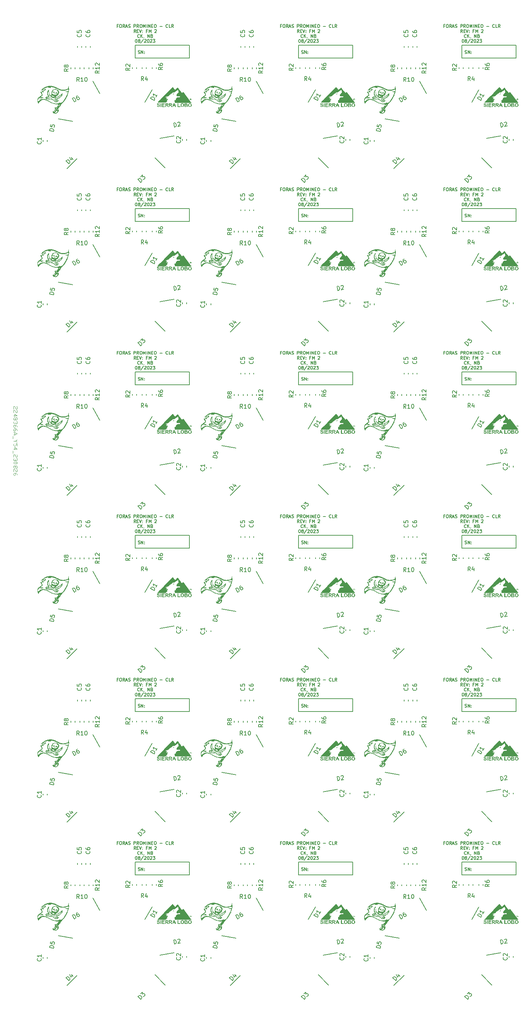
<source format=gbr>
G04 -- output software:jlccam v1.3.0 *
G04 -- dbname:*
G04 -- stepname:set*
G04 -- layer:to*
*
G04 -- format*
%FSLAX26Y26*%
%MOIN*%
*
G04 -- apertures*
%ADD10C,0.005118*%
%ADD11C,0.005904*%
%ADD12R,0.007087X0.007087*%
%ADD13C,0.000980*%
%ADD14C,0.197096*%
%ADD15C,0.127166*%
%ADD16C,0.044096*%
%ADD17C,0.061190*%
%ADD18C,0.054332*%
%ADD19C,0.014958*%
%ADD20C,0.018898*%
%ADD21C,0.031496*%
%ADD22C,0.108268*%
%ADD23C,0.033464*%
%ADD24C,0.003936*%
%ADD25C,0.049292*%
*
G75*
G90*
*
G54D10*
%LPD*%
G01*
D10*
X1369860Y1338582D02*
X1889938D01*
Y1214173D01*
X1369860D01*
Y1338582D01*
D11*
X1205124Y1522377D02*
X1195281D01*
Y1506910D02*
Y1536438D01*
X1209342D01*
X1226215D02*
X1231839D01*
X1234651Y1535032D01*
X1237464Y1532220D01*
X1238870Y1526595D01*
Y1516753D01*
X1237464Y1511129D01*
X1234651Y1508316D01*
X1231839Y1506910D01*
X1226215D01*
X1223403Y1508316D01*
X1220591Y1511129D01*
X1219185Y1516753D01*
Y1526595D01*
X1220591Y1532220D01*
X1223403Y1535032D01*
X1226215Y1536438D01*
X1268397Y1506910D02*
X1258555Y1520971D01*
X1251524Y1506910D02*
Y1536438D01*
X1262773D01*
X1265585Y1535032D01*
X1266991Y1533626D01*
X1268397Y1530814D01*
Y1526595D01*
X1266991Y1523783D01*
X1265585Y1522377D01*
X1262773Y1520971D01*
X1251524D01*
X1279646Y1515347D02*
X1293707D01*
X1276834Y1506910D02*
X1286676Y1536438D01*
X1296519Y1506910D01*
X1304955Y1508316D02*
X1309173Y1506910D01*
X1316204D01*
X1319016Y1508316D01*
X1320422Y1509723D01*
X1321828Y1512535D01*
Y1515347D01*
X1320422Y1518159D01*
X1319016Y1519565D01*
X1316204Y1520971D01*
X1310579Y1522377D01*
X1307767Y1523783D01*
X1306361Y1525189D01*
X1304955Y1528001D01*
Y1530814D01*
X1306361Y1533626D01*
X1307767Y1535032D01*
X1310579Y1536438D01*
X1317610D01*
X1321828Y1535032D01*
X1356980Y1506910D02*
Y1536438D01*
X1368229D01*
X1371041Y1535032D01*
X1372447Y1533626D01*
X1373853Y1530814D01*
Y1526595D01*
X1372447Y1523783D01*
X1371041Y1522377D01*
X1368229Y1520971D01*
X1356980D01*
X1403380Y1506910D02*
X1393538Y1520971D01*
X1386508Y1506910D02*
Y1536438D01*
X1397756D01*
X1400568Y1535032D01*
X1401974Y1533626D01*
X1403380Y1530814D01*
Y1526595D01*
X1401974Y1523783D01*
X1400568Y1522377D01*
X1397756Y1520971D01*
X1386508D01*
X1421659Y1536438D02*
X1427284D01*
X1430096Y1535032D01*
X1432908Y1532220D01*
X1434314Y1526595D01*
Y1516753D01*
X1432908Y1511129D01*
X1430096Y1508316D01*
X1427284Y1506910D01*
X1421659D01*
X1418847Y1508316D01*
X1416035Y1511129D01*
X1414629Y1516753D01*
Y1526595D01*
X1416035Y1532220D01*
X1418847Y1535032D01*
X1421659Y1536438D01*
X1446969Y1506910D02*
Y1536438D01*
X1456811Y1515347D01*
X1466654Y1536438D01*
Y1506910D01*
X1480714D02*
Y1536438D01*
X1494775Y1506910D02*
Y1536438D01*
X1511648Y1506910D01*
Y1536438D01*
X1525709Y1522377D02*
X1535551D01*
X1539770Y1506910D02*
X1525709D01*
Y1536438D01*
X1539770D01*
X1558049D02*
X1563673D01*
X1566485Y1535032D01*
X1569297Y1532220D01*
X1570703Y1526595D01*
Y1516753D01*
X1569297Y1511129D01*
X1566485Y1508316D01*
X1563673Y1506910D01*
X1558049D01*
X1555236Y1508316D01*
X1552424Y1511129D01*
X1551018Y1516753D01*
Y1526595D01*
X1552424Y1532220D01*
X1555236Y1535032D01*
X1558049Y1536438D01*
X1605855Y1518159D02*
X1628352D01*
X1681783Y1509723D02*
X1680377Y1508316D01*
X1676159Y1506910D01*
X1673347D01*
X1669128Y1508316D01*
X1666316Y1511129D01*
X1664910Y1513941D01*
X1663504Y1519565D01*
Y1523783D01*
X1664910Y1529408D01*
X1666316Y1532220D01*
X1669128Y1535032D01*
X1673347Y1536438D01*
X1676159D01*
X1680377Y1535032D01*
X1681783Y1533626D01*
X1708499Y1506910D02*
X1694438D01*
Y1536438D01*
X1735214Y1506910D02*
X1725371Y1520971D01*
X1718341Y1506910D02*
Y1536438D01*
X1729590D01*
X1732402Y1535032D01*
X1733808Y1533626D01*
X1735214Y1530814D01*
Y1526595D01*
X1733808Y1523783D01*
X1732402Y1522377D01*
X1729590Y1520971D01*
X1718341D01*
X1374556Y1459076D02*
X1364713Y1473136D01*
X1357683Y1459076D02*
Y1488603D01*
X1368932D01*
X1371744Y1487197D01*
X1373150Y1485791D01*
X1374556Y1482979D01*
Y1478761D01*
X1373150Y1475949D01*
X1371744Y1474543D01*
X1368932Y1473136D01*
X1357683D01*
X1387211Y1474543D02*
X1397053D01*
X1401271Y1459076D02*
X1387211D01*
Y1488603D01*
X1401271D01*
X1409708D02*
X1419550Y1459076D01*
X1429393Y1488603D01*
X1439235Y1461888D02*
X1440641Y1460482D01*
X1439235Y1459076D01*
X1437829Y1460482D01*
X1439235Y1461888D01*
Y1459076D01*
Y1477355D02*
X1440641Y1475949D01*
X1439235Y1474543D01*
X1437829Y1475949D01*
X1439235Y1477355D01*
Y1474543D01*
X1485636D02*
X1475793D01*
Y1459076D02*
Y1488603D01*
X1489854D01*
X1501103Y1459076D02*
Y1488603D01*
X1510945Y1467512D01*
X1520788Y1488603D01*
Y1459076D01*
X1555939Y1485791D02*
X1557346Y1487197D01*
X1560158Y1488603D01*
X1567188D01*
X1570000Y1487197D01*
X1571406Y1485791D01*
X1572812Y1482979D01*
Y1480167D01*
X1571406Y1475949D01*
X1554533Y1459076D01*
X1572812D01*
X1410411Y1414053D02*
X1409005Y1412647D01*
X1404786Y1411241D01*
X1401974D01*
X1397756Y1412647D01*
X1394944Y1415459D01*
X1393538Y1418271D01*
X1392132Y1423896D01*
Y1428114D01*
X1393538Y1433738D01*
X1394944Y1436550D01*
X1397756Y1439363D01*
X1401974Y1440769D01*
X1404786D01*
X1409005Y1439363D01*
X1410411Y1437957D01*
X1423065Y1411241D02*
Y1440769D01*
X1439938Y1411241D02*
X1427284Y1428114D01*
X1439938Y1440769D02*
X1423065Y1423896D01*
X1453999Y1412647D02*
Y1411241D01*
X1452593Y1408429D01*
X1451187Y1407023D01*
X1489151Y1411241D02*
Y1440769D01*
X1506024Y1411241D01*
Y1440769D01*
X1529927Y1426708D02*
X1534145Y1425302D01*
X1535551Y1423896D01*
X1536957Y1421084D01*
Y1416865D01*
X1535551Y1414053D01*
X1534145Y1412647D01*
X1531333Y1411241D01*
X1520085D01*
Y1440769D01*
X1529927D01*
X1532739Y1439363D01*
X1534145Y1437957D01*
X1535551Y1435144D01*
Y1432332D01*
X1534145Y1429520D01*
X1532739Y1428114D01*
X1529927Y1426708D01*
X1520085D01*
X1377368Y1392934D02*
X1380180D01*
X1382992Y1391528D01*
X1384398Y1390122D01*
X1385804Y1387310D01*
X1387211Y1381685D01*
Y1374655D01*
X1385804Y1369031D01*
X1384398Y1366219D01*
X1382992Y1364812D01*
X1380180Y1363406D01*
X1377368D01*
X1374556Y1364812D01*
X1373150Y1366219D01*
X1371744Y1369031D01*
X1370338Y1374655D01*
Y1381685D01*
X1371744Y1387310D01*
X1373150Y1390122D01*
X1374556Y1391528D01*
X1377368Y1392934D01*
X1404083Y1380279D02*
X1401271Y1381685D01*
X1399865Y1383091D01*
X1398459Y1385904D01*
Y1387310D01*
X1399865Y1390122D01*
X1401271Y1391528D01*
X1404083Y1392934D01*
X1409708D01*
X1412520Y1391528D01*
X1413926Y1390122D01*
X1415332Y1387310D01*
Y1385904D01*
X1413926Y1383091D01*
X1412520Y1381685D01*
X1409708Y1380279D01*
X1404083D01*
X1401271Y1378873D01*
X1399865Y1377467D01*
X1398459Y1374655D01*
Y1369031D01*
X1399865Y1366219D01*
X1401271Y1364812D01*
X1404083Y1363406D01*
X1409708D01*
X1412520Y1364812D01*
X1413926Y1366219D01*
X1415332Y1369031D01*
Y1374655D01*
X1413926Y1377467D01*
X1412520Y1378873D01*
X1409708Y1380279D01*
X1449078Y1394340D02*
X1423768Y1356376D01*
X1457514Y1390122D02*
X1458920Y1391528D01*
X1461732Y1392934D01*
X1468763D01*
X1471575Y1391528D01*
X1472981Y1390122D01*
X1474387Y1387310D01*
Y1384498D01*
X1472981Y1380279D01*
X1456108Y1363406D01*
X1474387D01*
X1492666Y1392934D02*
X1495478D01*
X1498290Y1391528D01*
X1499696Y1390122D01*
X1501103Y1387310D01*
X1502509Y1381685D01*
Y1374655D01*
X1501103Y1369031D01*
X1499696Y1366219D01*
X1498290Y1364812D01*
X1495478Y1363406D01*
X1492666D01*
X1489854Y1364812D01*
X1488448Y1366219D01*
X1487042Y1369031D01*
X1485636Y1374655D01*
Y1381685D01*
X1487042Y1387310D01*
X1488448Y1390122D01*
X1489854Y1391528D01*
X1492666Y1392934D01*
X1513757Y1390122D02*
X1515163Y1391528D01*
X1517975Y1392934D01*
X1525006D01*
X1527818Y1391528D01*
X1529224Y1390122D01*
X1530630Y1387310D01*
Y1384498D01*
X1529224Y1380279D01*
X1512351Y1363406D01*
X1530630D01*
X1540473Y1392934D02*
X1558752D01*
X1548909Y1381685D01*
X1553127D01*
X1555939Y1380279D01*
X1557346Y1378873D01*
X1558752Y1376061D01*
Y1369031D01*
X1557346Y1366219D01*
X1555939Y1364812D01*
X1553127Y1363406D01*
X1544691D01*
X1541879Y1364812D01*
X1540473Y1366219D01*
X1397587Y1258218D02*
X1401806Y1256812D01*
X1408836D01*
X1411648Y1258218D01*
X1413054Y1259624D01*
X1414460Y1262436D01*
Y1265248D01*
X1413054Y1268061D01*
X1411648Y1269467D01*
X1408836Y1270873D01*
X1403212Y1272279D01*
X1400400Y1273685D01*
X1398993Y1275091D01*
X1397587Y1277903D01*
Y1280715D01*
X1398993Y1283527D01*
X1400400Y1284933D01*
X1403212Y1286340D01*
X1410242D01*
X1414460Y1284933D01*
X1427115Y1256812D02*
Y1286340D01*
X1443988Y1256812D01*
Y1286340D01*
X1458049Y1259624D02*
X1459455Y1258218D01*
X1458049Y1256812D01*
X1456643Y1258218D01*
X1458049Y1259624D01*
Y1256812D01*
Y1275091D02*
X1459455Y1273685D01*
X1458049Y1272279D01*
X1456643Y1273685D01*
X1458049Y1275091D01*
Y1272279D01*
X1744693Y552745D02*
X1737857Y591517D01*
X1747088Y593145D01*
X1752953Y592275D01*
X1757296Y589234D01*
X1759794Y585867D01*
X1762942Y578807D01*
X1763919Y573268D01*
X1763375Y565558D01*
X1762179Y561540D01*
X1759138Y557196D01*
X1753925Y554373D01*
X1744693Y552745D01*
X1775434Y594336D02*
X1776954Y596507D01*
X1780321Y599005D01*
X1789553Y600633D01*
X1793571Y599437D01*
X1795743Y597917D01*
X1798240Y594550D01*
X1798891Y590857D01*
X1798021Y584993D01*
X1779773Y558931D01*
X1803774Y563163D01*
X1423896Y22616D02*
X1396057Y50455D01*
X1402686Y57083D01*
X1407988Y59735D01*
X1413291D01*
X1417268Y58409D01*
X1423896Y54432D01*
X1427873Y50455D01*
X1431850Y43827D01*
X1433176Y39850D01*
Y34547D01*
X1430525Y29245D01*
X1423896Y22616D01*
X1421245Y75643D02*
X1438479Y92876D01*
X1439804Y72991D01*
X1443781Y76968D01*
X1447758Y78294D01*
X1450410D01*
X1454386Y76968D01*
X1461015Y70340D01*
X1462340Y66363D01*
Y63712D01*
X1461015Y59735D01*
X1453061Y51781D01*
X1449084Y50455D01*
X1446433D01*
X1551432Y809194D02*
X1517046Y828367D01*
X1521611Y836555D01*
X1525987Y840554D01*
X1531088Y842003D01*
X1535276Y841814D01*
X1542739Y839800D01*
X1547651Y837061D01*
X1553288Y831771D01*
X1555649Y828308D01*
X1557098Y823207D01*
X1555997Y817382D01*
X1551432Y809194D01*
X1580648Y861592D02*
X1569692Y841943D01*
X1575170Y851768D02*
X1540784Y870941D01*
X1543870Y864927D01*
X1545319Y859826D01*
X1545130Y855638D01*
X586188Y512452D02*
X547416Y519288D01*
X549044Y528520D01*
X551867Y533733D01*
X556211Y536774D01*
X560229Y537970D01*
X567939Y538514D01*
X573478Y537537D01*
X580538Y534389D01*
X583905Y531891D01*
X586946Y527548D01*
X587816Y521683D01*
X586188Y512452D01*
X557508Y576523D02*
X554253Y558060D01*
X572390Y552958D01*
X570869Y555130D01*
X569674Y559148D01*
X571302Y568380D01*
X573799Y571747D01*
X575971Y573268D01*
X579989Y574463D01*
X589221Y572835D01*
X592588Y570338D01*
X594108Y568166D01*
X595304Y564148D01*
X593676Y554916D01*
X591178Y551549D01*
X589007Y550028D01*
X785585Y793457D02*
X765900Y827552D01*
X774018Y832239D01*
X779826Y833428D01*
X784948Y832055D01*
X788446Y829745D01*
X793820Y824188D01*
X796632Y819318D01*
X798758Y811886D01*
X799009Y807701D01*
X797636Y802579D01*
X793703Y798144D01*
X785585Y793457D01*
X814608Y855674D02*
X808113Y851924D01*
X805804Y848426D01*
X805117Y845865D01*
X804682Y839119D01*
X806808Y831687D01*
X814307Y818699D01*
X817806Y816389D01*
X820367Y815703D01*
X824551Y815954D01*
X831046Y819703D01*
X833355Y823202D01*
X834042Y825763D01*
X833790Y829947D01*
X829104Y838065D01*
X825605Y840375D01*
X823044Y841061D01*
X818860Y840810D01*
X812365Y837061D01*
X810055Y833562D01*
X809369Y831001D01*
X809620Y826817D01*
X734002Y201179D02*
X706163Y229018D01*
X712791Y235646D01*
X718094Y238298D01*
X723396D01*
X727373Y236972D01*
X734002Y232995D01*
X737979Y229018D01*
X741956Y222390D01*
X743281Y218413D01*
Y213110D01*
X740630Y207808D01*
X734002Y201179D01*
X755212Y259508D02*
X773771Y240949D01*
X737979Y263485D02*
X751235Y236972D01*
X768469Y254206D01*
X465229Y414311D02*
X467104Y412436D01*
X468978Y406812D01*
Y403062D01*
X467104Y397438D01*
X463354Y393688D01*
X459605Y391814D01*
X452106Y389939D01*
X446481D01*
X438982Y391814D01*
X435233Y393688D01*
X431483Y397438D01*
X429608Y403062D01*
Y406812D01*
X431483Y412436D01*
X433358Y414311D01*
X468978Y451806D02*
Y429309D01*
Y440557D02*
X429608D01*
X435233Y436808D01*
X438982Y433058D01*
X440857Y429309D01*
X1800465Y424350D02*
X1802340Y422475D01*
X1804215Y416851D01*
Y413101D01*
X1802340Y407477D01*
X1798590Y403728D01*
X1794841Y401853D01*
X1787342Y399978D01*
X1781717D01*
X1774218Y401853D01*
X1770469Y403728D01*
X1766719Y407477D01*
X1764845Y413101D01*
Y416851D01*
X1766719Y422475D01*
X1768594Y424350D01*
Y439348D02*
X1766719Y441223D01*
X1764845Y444972D01*
Y454346D01*
X1766719Y458096D01*
X1768594Y459971D01*
X1772344Y461845D01*
X1776093D01*
X1781717Y459971D01*
X1804215Y437473D01*
Y461845D01*
X1317404Y1119422D02*
X1298656Y1106299D01*
X1317404Y1096925D02*
X1278034D01*
Y1111923D01*
X1279908Y1115673D01*
X1281783Y1117547D01*
X1285533Y1119422D01*
X1291157D01*
X1294906Y1117547D01*
X1296781Y1115673D01*
X1298656Y1111923D01*
Y1096925D01*
X1281783Y1134420D02*
X1279908Y1136295D01*
X1278034Y1140045D01*
Y1149418D01*
X1279908Y1153168D01*
X1281783Y1155043D01*
X1285533Y1156917D01*
X1289282D01*
X1294906Y1155043D01*
X1317404Y1132545D01*
Y1156917D01*
X1450109Y997534D02*
X1436986Y1016282D01*
X1427612Y997534D02*
Y1036904D01*
X1442610D01*
X1446359Y1035030D01*
X1448234Y1033155D01*
X1450109Y1029405D01*
Y1023781D01*
X1448234Y1020031D01*
X1446359Y1018157D01*
X1442610Y1016282D01*
X1427612D01*
X1483855Y1023781D02*
Y997534D01*
X1474481Y1038779D02*
X1465107Y1010658D01*
X1489479D01*
X1632364Y1127296D02*
X1613617Y1114173D01*
X1632364Y1104799D02*
X1592994D01*
Y1119797D01*
X1594869Y1123547D01*
X1596744Y1125421D01*
X1600493Y1127296D01*
X1606118D01*
X1609867Y1125421D01*
X1611742Y1123547D01*
X1613617Y1119797D01*
Y1104799D01*
X1592994Y1161042D02*
Y1153543D01*
X1594869Y1149793D01*
X1596744Y1147919D01*
X1602368Y1144169D01*
X1609867Y1142294D01*
X1624865D01*
X1628615Y1144169D01*
X1630490Y1146044D01*
X1632364Y1149793D01*
Y1157292D01*
X1630490Y1161042D01*
X1628615Y1162917D01*
X1624865Y1164791D01*
X1615491D01*
X1611742Y1162917D01*
X1609867Y1161042D01*
X1607992Y1157292D01*
Y1149793D01*
X1609867Y1146044D01*
X1611742Y1144169D01*
X1615491Y1142294D01*
X726852Y1111548D02*
X708105Y1098425D01*
X726852Y1089051D02*
X687482D01*
Y1104049D01*
X689357Y1107799D01*
X691232Y1109673D01*
X694981Y1111548D01*
X700606D01*
X704355Y1109673D01*
X706230Y1107799D01*
X708105Y1104049D01*
Y1089051D01*
X704355Y1134045D02*
X702481Y1130296D01*
X700606Y1128421D01*
X696856Y1126546D01*
X694981D01*
X691232Y1128421D01*
X689357Y1130296D01*
X687482Y1134045D01*
Y1141544D01*
X689357Y1145294D01*
X691232Y1147169D01*
X694981Y1149043D01*
X696856D01*
X700606Y1147169D01*
X702481Y1145294D01*
X704355Y1141544D01*
Y1134045D01*
X706230Y1130296D01*
X708105Y1128421D01*
X711854Y1126546D01*
X719353D01*
X723103Y1128421D01*
X724978Y1130296D01*
X726852Y1134045D01*
Y1141544D01*
X724978Y1145294D01*
X723103Y1147169D01*
X719353Y1149043D01*
X711854D01*
X708105Y1147169D01*
X706230Y1145294D01*
X704355Y1141544D01*
X832936Y989660D02*
X819813Y1008408D01*
X810439Y989660D02*
Y1029030D01*
X825437D01*
X829187Y1027155D01*
X831061Y1025281D01*
X832936Y1021531D01*
Y1015907D01*
X831061Y1012157D01*
X829187Y1010283D01*
X825437Y1008408D01*
X810439D01*
X870431Y989660D02*
X847934D01*
X859183D02*
Y1029030D01*
X855433Y1023406D01*
X851684Y1019656D01*
X847934Y1017782D01*
X894803Y1029030D02*
X898553D01*
X902302Y1027155D01*
X904177Y1025281D01*
X906052Y1021531D01*
X907927Y1014032D01*
Y1004658D01*
X906052Y997159D01*
X904177Y993410D01*
X902302Y991535D01*
X898553Y989660D01*
X894803D01*
X891054Y991535D01*
X889179Y993410D01*
X887304Y997159D01*
X885430Y1004658D01*
Y1014032D01*
X887304Y1021531D01*
X889179Y1025281D01*
X891054Y1027155D01*
X894803Y1029030D01*
X1026065Y1092800D02*
X1007317Y1079677D01*
X1026065Y1070303D02*
X986695D01*
Y1085301D01*
X988570Y1089051D01*
X990445Y1090926D01*
X994194Y1092800D01*
X999818D01*
X1003568Y1090926D01*
X1005443Y1089051D01*
X1007317Y1085301D01*
Y1070303D01*
X1026065Y1130296D02*
Y1107799D01*
Y1119047D02*
X986695D01*
X992319Y1115298D01*
X996069Y1111548D01*
X997944Y1107799D01*
X990445Y1145294D02*
X988570Y1147169D01*
X986695Y1150918D01*
Y1160292D01*
X988570Y1164042D01*
X990445Y1165916D01*
X994194Y1167791D01*
X997944D01*
X1003568Y1165916D01*
X1026065Y1143419D01*
Y1167791D01*
X849087Y1442257D02*
X850962Y1440382D01*
X852837Y1434758D01*
Y1431008D01*
X850962Y1425384D01*
X847212Y1421634D01*
X843463Y1419760D01*
X835964Y1417885D01*
X830340D01*
X822840Y1419760D01*
X819091Y1421634D01*
X815341Y1425384D01*
X813467Y1431008D01*
Y1434758D01*
X815341Y1440382D01*
X817216Y1442257D01*
X813467Y1477877D02*
Y1459130D01*
X832214Y1457255D01*
X830340Y1459130D01*
X828465Y1462879D01*
Y1472253D01*
X830340Y1476003D01*
X832214Y1477877D01*
X835964Y1479752D01*
X845338D01*
X849087Y1477877D01*
X850962Y1476003D01*
X852837Y1472253D01*
Y1462879D01*
X850962Y1459130D01*
X849087Y1457255D01*
X931764Y1442257D02*
X933639Y1440382D01*
X935514Y1434758D01*
Y1431008D01*
X933639Y1425384D01*
X929890Y1421634D01*
X926140Y1419760D01*
X918641Y1417885D01*
X913017D01*
X905518Y1419760D01*
X901768Y1421634D01*
X898019Y1425384D01*
X896144Y1431008D01*
Y1434758D01*
X898019Y1440382D01*
X899893Y1442257D01*
X896144Y1476003D02*
Y1468503D01*
X898019Y1464754D01*
X899893Y1462879D01*
X905518Y1459130D01*
X913017Y1457255D01*
X928015D01*
X931764Y1459130D01*
X933639Y1461004D01*
X935514Y1464754D01*
Y1472253D01*
X933639Y1476003D01*
X931764Y1477877D01*
X928015Y1479752D01*
X918641D01*
X914891Y1477877D01*
X913017Y1476003D01*
X911142Y1472253D01*
Y1464754D01*
X913017Y1461004D01*
X914891Y1459130D01*
X918641Y1457255D01*
X1741311Y469148D02*
X1605609Y445220D01*
X1558311Y257665D02*
X1655747Y160229D01*
X1530886Y910727D02*
X1463781Y790376D01*
X631947Y632653D02*
X767649Y608725D01*
X960702Y994214D02*
X1029599Y874880D01*
X716308Y154737D02*
X813744Y252173D01*
D10*
X486986Y415114D02*
Y426631D01*
X527143Y415114D02*
Y426631D01*
X1822222Y425153D02*
Y436670D01*
X1862379Y425153D02*
Y436670D01*
X1342104Y1114320D02*
Y1125837D01*
X1382261Y1114320D02*
Y1125837D01*
X1436592Y1114320D02*
Y1125837D01*
X1476749Y1114320D02*
Y1125837D01*
X1531080Y1114320D02*
Y1125837D01*
X1571238Y1114320D02*
Y1125837D01*
X751553Y1112351D02*
Y1123868D01*
X791710Y1112351D02*
Y1123868D01*
X838167Y1112351D02*
Y1123868D01*
X878324Y1112351D02*
Y1123868D01*
X924781Y1112351D02*
Y1123868D01*
X964938Y1112351D02*
Y1123868D01*
X814545Y1317076D02*
Y1328593D01*
X854702Y1317076D02*
Y1328593D01*
D12*
X1615335Y749639D02*
Y777599D01*
G36*
X1783850Y780893D02*
G01*
X1783891Y766471D01*
X1783933Y752048D01*
X1801449D01*
Y746103D01*
X1776859D01*
Y780980D01*
X1783850Y780893D01*
G37*
G36*
X1651497Y775349D02*
G01*
X1632533D01*
Y767475D01*
X1650229D01*
X1650180Y764623D01*
X1650131Y761770D01*
X1641332Y761729D01*
X1632533Y761687D01*
Y752048D01*
X1652140D01*
Y746103D01*
X1625461D01*
Y781134D01*
X1651497D01*
Y775349D01*
G37*
G36*
X1739097Y875727D02*
G01*
X1739492Y875440D01*
X1739881Y874997D01*
X1740298Y874360D01*
X1740698Y873622D01*
X1741035Y872872D01*
X1741264Y872202D01*
X1741340Y871738D01*
X1741181Y871043D01*
X1740707Y870301D01*
X1739918Y869513D01*
X1738816Y868682D01*
X1737404Y867808D01*
X1737191Y867687D01*
X1735684Y866892D01*
X1734401Y866317D01*
X1733334Y865961D01*
X1732477Y865822D01*
X1731821Y865896D01*
X1731737Y865926D01*
X1731549Y866154D01*
X1731604Y866586D01*
X1731899Y867216D01*
X1732430Y868040D01*
X1733196Y869052D01*
X1733628Y869581D01*
X1734126Y870244D01*
X1734435Y870837D01*
X1734608Y871429D01*
X1734857Y872269D01*
X1735231Y873144D01*
X1735682Y873960D01*
X1736159Y874623D01*
X1736500Y874961D01*
X1737310Y875532D01*
X1737982Y875845D01*
X1738563Y875907D01*
X1739097Y875727D01*
G37*
G01*
D13*
X1898407Y820748D02*
X1897839D01*
X1903658D02*
X1902935D01*
G36*
X1904235Y820753D02*
G01*
X1904254Y820772D01*
X1904259Y820783D01*
X1904263Y820828D01*
X1904110Y821588D01*
X1903769Y822293D01*
X1903288Y822822D01*
X1903197Y822887D01*
X1902996Y822991D01*
X1902730Y823069D01*
X1902360Y823122D01*
X1901821Y823159D01*
X1901065Y823185D01*
X1900039Y823206D01*
X1897272Y823254D01*
X1897264Y823251D01*
X1897242Y823229D01*
X1897238Y823219D01*
X1897239Y820786D01*
X1897243Y820777D01*
X1897266Y820754D01*
X1897275Y820750D01*
X1898971D01*
X1898980Y820754D01*
X1899003Y820777D01*
X1899007Y820786D01*
X1899008Y821975D01*
X1899024Y821990D01*
X1900369Y821919D01*
X1900677Y821900D01*
X1901354Y821826D01*
X1901784Y821716D01*
X1902060Y821548D01*
X1902093Y821512D01*
X1902337Y821062D01*
X1902335Y820785D01*
X1902339Y820777D01*
X1902362Y820754D01*
X1902371Y820750D01*
X1904226D01*
X1904235Y820753D01*
G37*
G36*
X1902629Y817973D02*
G01*
X1902359Y818182D01*
X1902312Y818201D01*
X1902156Y818342D01*
X1902153Y818360D01*
X1902234Y818499D01*
X1902242Y818505D01*
X1902544Y818576D01*
X1902856Y818672D01*
X1903280Y818979D01*
X1903711Y819432D01*
X1904053Y819933D01*
X1904238Y820415D01*
X1904257Y820708D01*
X1904253Y820720D01*
X1904231Y820742D01*
X1904221Y820746D01*
X1902370D01*
X1902363Y820743D01*
X1902339Y820721D01*
X1902335Y820712D01*
X1902332Y820523D01*
X1902069Y819992D01*
X1902004Y819919D01*
X1901800Y819758D01*
X1901522Y819661D01*
X1901070Y819601D01*
X1900387Y819564D01*
X1899023Y819507D01*
X1899007Y819522D01*
Y820711D01*
X1899004Y820718D01*
X1898980Y820742D01*
X1898972Y820746D01*
X1897274D01*
X1897266Y820742D01*
X1897242Y820718D01*
X1897239Y820711D01*
X1897240Y814594D01*
X1897244Y814585D01*
X1897267Y814562D01*
X1897275Y814558D01*
X1898970Y814560D01*
X1898979Y814564D01*
X1899002Y814587D01*
X1899006Y814596D01*
X1899007Y816884D01*
X1899016Y817527D01*
X1899047Y817937D01*
X1899098Y818137D01*
X1899191Y818232D01*
X1899199Y818235D01*
X1899342Y818254D01*
X1899413Y818249D01*
X1899965Y818115D01*
X1900549Y817833D01*
X1900986Y817490D01*
X1901040Y817420D01*
X1901286Y817050D01*
X1901604Y816519D01*
X1901944Y815907D01*
X1902617Y814656D01*
X1902636Y814641D01*
X1902646Y814638D01*
X1903627Y814591D01*
X1903972Y814579D01*
X1904410Y814606D01*
X1904428Y814613D01*
X1904587Y814729D01*
X1904591Y814734D01*
X1904599Y814766D01*
X1904545Y815029D01*
X1904288Y815504D01*
X1903567Y816679D01*
X1903036Y817469D01*
X1902629Y817973D01*
G37*
G01*
D13*
X1893805Y819030D02*
X1893361D01*
X1908488D02*
X1908077D01*
G36*
X1909101Y819419D02*
G01*
X1908889Y820788D01*
X1908873Y820859D01*
X1908342Y822390D01*
X1907564Y823743D01*
X1906559Y824906D01*
X1905366Y825847D01*
X1904005Y826548D01*
X1902511Y826981D01*
X1900913Y827126D01*
X1899472Y827000D01*
X1897956Y826585D01*
X1896575Y825900D01*
X1895361Y824966D01*
X1894340Y823803D01*
X1893538Y822437D01*
X1892980Y820882D01*
X1892855Y820307D01*
X1892761Y819032D01*
X1894405D01*
X1894432Y819889D01*
X1894737Y821164D01*
X1895318Y822391D01*
X1896184Y823530D01*
X1897105Y824336D01*
X1898270Y824994D01*
X1899541Y825397D01*
X1900859Y825544D01*
X1902179Y825432D01*
X1903453Y825063D01*
X1904633Y824434D01*
X1905666Y823551D01*
X1905915Y823271D01*
X1906722Y822087D01*
X1907241Y820830D01*
X1907486Y819520D01*
X1907477Y819032D01*
X1909088D01*
X1909101Y819419D01*
G37*
G36*
X1902596Y811034D02*
G01*
X1904073Y811480D01*
X1905424Y812190D01*
X1906611Y813136D01*
X1907606Y814297D01*
X1908373Y815639D01*
X1908884Y817144D01*
X1909058Y818094D01*
X1909088Y819028D01*
X1907477D01*
X1907462Y818218D01*
X1907174Y816943D01*
X1906637Y815751D01*
X1905849Y814667D01*
X1904826Y813739D01*
X1903573Y813003D01*
X1903182Y812836D01*
X1902622Y812663D01*
X1901994Y812566D01*
X1901174Y812519D01*
X1900466Y812516D01*
X1899662Y812571D01*
X1899081Y812689D01*
X1897808Y813249D01*
X1896677Y814042D01*
X1895756Y815015D01*
X1895063Y816121D01*
X1894605Y817327D01*
X1894391Y818596D01*
X1894405Y819028D01*
X1892761D01*
X1892746Y818824D01*
X1892925Y817354D01*
X1893369Y815950D01*
X1894057Y814638D01*
X1894969Y813456D01*
X1896076Y812451D01*
X1897360Y811653D01*
X1898798Y811103D01*
X1898850Y811089D01*
X1899429Y810987D01*
X1900162Y810911D01*
X1900906Y810877D01*
X1901014Y810876D01*
X1902596Y811034D01*
G37*
G01*
D13*
X1699435Y770874D02*
X1693564D01*
X1720887D02*
X1714811D01*
G36*
X1721492Y770943D02*
G01*
X1721490Y772185D01*
X1721389Y773343D01*
X1721189Y774307D01*
X1721103Y774577D01*
X1720528Y775955D01*
X1719776Y777231D01*
X1718907Y778299D01*
X1718752Y778454D01*
X1717880Y779213D01*
X1716946Y779806D01*
X1715889Y780263D01*
X1714644Y780614D01*
X1713125Y780890D01*
X1712698Y780945D01*
X1712193Y780991D01*
X1711591Y781030D01*
X1710859Y781061D01*
X1709970Y781086D01*
X1708898Y781105D01*
X1707616Y781119D01*
X1706094Y781128D01*
X1702224Y781134D01*
X1692969Y781132D01*
X1692963Y781123D01*
X1692964Y770876D01*
X1700035D01*
X1700036Y775388D01*
X1700049Y775399D01*
X1705379Y775295D01*
X1706198Y775277D01*
X1707459Y775242D01*
X1708612Y775203D01*
X1709613Y775160D01*
X1710423Y775115D01*
X1710996Y775071D01*
X1711296Y775028D01*
X1712080Y774724D01*
X1712975Y774107D01*
X1713648Y773278D01*
X1714073Y772272D01*
X1714228Y771113D01*
X1714211Y770876D01*
X1721487D01*
X1721492Y770943D01*
G37*
G36*
X1721169Y746106D02*
G01*
X1722184Y746118D01*
X1723048Y746137D01*
X1723716Y746162D01*
X1724154Y746192D01*
X1724260Y746215D01*
X1724269Y746221D01*
X1724286Y746257D01*
Y746268D01*
X1724125Y746559D01*
X1723827Y747063D01*
X1723412Y747745D01*
X1722902Y748572D01*
X1721691Y750508D01*
X1721037Y751545D01*
X1720381Y752579D01*
X1719746Y753573D01*
X1719154Y754492D01*
X1718630Y755296D01*
X1718195Y755954D01*
X1717873Y756427D01*
X1717068Y757493D01*
X1715895Y758826D01*
X1714684Y759972D01*
X1713490Y760880D01*
X1712433Y761576D01*
X1712438Y761608D01*
X1713854Y761956D01*
X1715430Y762439D01*
X1717057Y763196D01*
X1718441Y764159D01*
X1719578Y765327D01*
X1720469Y766704D01*
X1721112Y768279D01*
X1721210Y768639D01*
X1721399Y769723D01*
X1721485Y770834D01*
X1721481Y770845D01*
X1721459Y770868D01*
X1721449Y770872D01*
X1714243D01*
X1714235Y770869D01*
X1714215Y770850D01*
X1714209Y770838D01*
X1714140Y769918D01*
X1713824Y768849D01*
X1713277Y767981D01*
X1712762Y767487D01*
X1712149Y767113D01*
X1711382Y766838D01*
X1710398Y766643D01*
X1709154Y766511D01*
X1709066Y766504D01*
X1708251Y766457D01*
X1707211Y766417D01*
X1706034Y766384D01*
X1704804Y766362D01*
X1703610Y766354D01*
X1700051Y766350D01*
X1700036Y766365D01*
X1700035Y770836D01*
X1700031Y770845D01*
X1700008Y770868D01*
X1700000Y770872D01*
X1692999D01*
X1692991Y770868D01*
X1692968Y770845D01*
X1692964Y770836D01*
X1692965Y746133D01*
X1692969Y746122D01*
X1692991Y746100D01*
X1692999Y746097D01*
X1699921Y746184D01*
X1699929Y746188D01*
X1699951Y746212D01*
X1699954Y746219D01*
X1700040Y760746D01*
X1700055Y760760D01*
X1702246Y760694D01*
X1703198Y760657D01*
X1703909Y760607D01*
X1704448Y760528D01*
X1704875Y760419D01*
X1705272Y760265D01*
X1705395Y760210D01*
X1705753Y760020D01*
X1706112Y759783D01*
X1706481Y759481D01*
X1706881Y759092D01*
X1707328Y758597D01*
X1707840Y757970D01*
X1708430Y757196D01*
X1709115Y756254D01*
X1709912Y755123D01*
X1710835Y753782D01*
X1711901Y752213D01*
X1713127Y750395D01*
X1716004Y746118D01*
X1716012Y746111D01*
X1716034Y746103D01*
X1720159D01*
X1721169Y746106D01*
G37*
G01*
D13*
X1883751Y764287D02*
X1877610D01*
X1910346D02*
X1904169D01*
G36*
X1910896Y766047D02*
G01*
X1910619Y768604D01*
X1910098Y770955D01*
X1909334Y773098D01*
X1908323Y775040D01*
X1907064Y776785D01*
X1905560Y778331D01*
X1903802Y779686D01*
X1902528Y780441D01*
X1900602Y781286D01*
X1898506Y781901D01*
X1896284Y782277D01*
X1893980Y782406D01*
X1891635Y782278D01*
X1890216Y782079D01*
X1888037Y781570D01*
X1886069Y780830D01*
X1884280Y779841D01*
X1882659Y778597D01*
X1881182Y777083D01*
X1879829Y775287D01*
X1879292Y774405D01*
X1878460Y772624D01*
X1877814Y770653D01*
X1877355Y768539D01*
X1877084Y766334D01*
X1877010Y764289D01*
X1884351D01*
X1884401Y766063D01*
X1884418Y766290D01*
X1884653Y768181D01*
X1885049Y769824D01*
X1885622Y771264D01*
X1886384Y772533D01*
X1887354Y773677D01*
X1888065Y774334D01*
X1889340Y775220D01*
X1890735Y775836D01*
X1892285Y776196D01*
X1894025Y776313D01*
X1894834Y776289D01*
X1896521Y776052D01*
X1898034Y775555D01*
X1899392Y774793D01*
X1900628Y773754D01*
X1900953Y773410D01*
X1901891Y772162D01*
X1902637Y770702D01*
X1903211Y769000D01*
X1903254Y768838D01*
X1903367Y768348D01*
X1903449Y767847D01*
X1903506Y767274D01*
X1903541Y766567D01*
X1903561Y765665D01*
X1903569Y764289D01*
X1910946D01*
X1910896Y766047D01*
G37*
G36*
X1894489Y746151D02*
G01*
X1895082Y746195D01*
X1895872Y746267D01*
X1896441Y746327D01*
X1898816Y746746D01*
X1900992Y747418D01*
X1902968Y748340D01*
X1904751Y749520D01*
X1906329Y750945D01*
X1907018Y751712D01*
X1908250Y753380D01*
X1909241Y755192D01*
X1909998Y757160D01*
X1910530Y759313D01*
X1910844Y761673D01*
X1910947Y764261D01*
X1910946Y764285D01*
X1903569D01*
X1903570Y763691D01*
X1903564Y762730D01*
X1903542Y761985D01*
X1903500Y761385D01*
X1903433Y760871D01*
X1903334Y760379D01*
X1903202Y759839D01*
X1903025Y759213D01*
X1902373Y757505D01*
X1901538Y756050D01*
X1900499Y754816D01*
X1899256Y753799D01*
X1899214Y753771D01*
X1898511Y753347D01*
X1897751Y752961D01*
X1897081Y752686D01*
X1896327Y752492D01*
X1895199Y752329D01*
X1893998Y752261D01*
X1892839Y752294D01*
X1891851Y752436D01*
X1890438Y752883D01*
X1888959Y753656D01*
X1887656Y754684D01*
X1886551Y755952D01*
X1885670Y757435D01*
X1885416Y758001D01*
X1884841Y759724D01*
X1884482Y761632D01*
X1884336Y763735D01*
X1884351Y764285D01*
X1877010D01*
X1877003Y764083D01*
X1877113Y761834D01*
X1877413Y759631D01*
X1877907Y757528D01*
X1878591Y755571D01*
X1879469Y753804D01*
X1880494Y752285D01*
X1881922Y750678D01*
X1883564Y749296D01*
X1885400Y748152D01*
X1887403Y747261D01*
X1889563Y746632D01*
X1891855Y746278D01*
X1892912Y746185D01*
X1893505Y746145D01*
X1893994Y746134D01*
X1894489Y746151D01*
G37*
G01*
D13*
X1738925Y766403D02*
X1733208D01*
X1750938D02*
X1744951D01*
G36*
X1751492Y766411D02*
G01*
X1751515Y766443D01*
X1751516Y766457D01*
X1746733Y778562D01*
X1745750Y781032D01*
X1745745Y781038D01*
X1745727Y781051D01*
X1745719Y781054D01*
X1738265Y781052D01*
X1738237Y781036D01*
X1738232Y781030D01*
X1732629Y766456D01*
X1732630Y766443D01*
X1732653Y766411D01*
X1732664Y766405D01*
X1739502D01*
X1739530Y766421D01*
X1739534Y766427D01*
X1740008Y767703D01*
X1740437Y768843D01*
X1740841Y769905D01*
X1741205Y770853D01*
X1741517Y771648D01*
X1741762Y772255D01*
X1741925Y772637D01*
X1741976Y772719D01*
X1742007Y772717D01*
X1742109Y772456D01*
X1742309Y771931D01*
X1742941Y770235D01*
X1744342Y766429D01*
X1744348Y766420D01*
X1744365Y766408D01*
X1744373Y766405D01*
X1751481D01*
X1751492Y766411D01*
G37*
G36*
X1756410Y746104D02*
G01*
X1757404Y746111D01*
X1758255Y746123D01*
X1758918Y746140D01*
X1759352Y746160D01*
X1759460Y746179D01*
X1759468Y746184D01*
X1759486Y746216D01*
X1759487Y746227D01*
X1759396Y746469D01*
X1758902Y747745D01*
X1757578Y751120D01*
X1751549Y766379D01*
X1751544Y766385D01*
X1751516Y766401D01*
X1744404D01*
X1744393Y766396D01*
X1744372Y766366D01*
X1744371Y766351D01*
X1746568Y760361D01*
X1746580Y760309D01*
Y760301D01*
X1746554Y760239D01*
X1746547Y760232D01*
X1746432Y760181D01*
X1746190Y760143D01*
X1745796Y760116D01*
X1745212Y760098D01*
X1744407Y760089D01*
X1743348Y760084D01*
X1741671Y760083D01*
X1740508Y760088D01*
X1739467Y760099D01*
X1738588Y760114D01*
X1737913Y760133D01*
X1737472Y760156D01*
X1737339Y760180D01*
X1737327Y760198D01*
X1737353Y760316D01*
X1737478Y760722D01*
X1737691Y761348D01*
X1737977Y762162D01*
X1738322Y763124D01*
X1738711Y764197D01*
X1739132Y765343D01*
X1739506Y766353D01*
X1739505Y766366D01*
X1739484Y766396D01*
X1739473Y766401D01*
X1732631D01*
X1732603Y766385D01*
X1732598Y766379D01*
X1729530Y758398D01*
X1727372Y752751D01*
X1726246Y749788D01*
X1725438Y747646D01*
X1725004Y746471D01*
X1724955Y746310D01*
Y746302D01*
X1724962Y746278D01*
X1724968Y746270D01*
X1725049Y746221D01*
X1725311Y746174D01*
X1725762Y746145D01*
X1726438Y746130D01*
X1727369Y746129D01*
X1728592Y746140D01*
X1732211Y746185D01*
X1732220Y746187D01*
X1732238Y746199D01*
X1732243Y746205D01*
X1735104Y754131D01*
X1735117Y754140D01*
X1748935Y754055D01*
X1748948Y754046D01*
X1750802Y749173D01*
X1751974Y746125D01*
X1751979Y746119D01*
X1752007Y746103D01*
X1756410Y746104D01*
G37*
G01*
D13*
X1810709Y764257D02*
X1804643D01*
X1837322D02*
X1831195D01*
G36*
X1837925Y764457D02*
G01*
X1837908Y765759D01*
X1837854Y766932D01*
X1837761Y767882D01*
X1837397Y769820D01*
X1836807Y771851D01*
X1836035Y773729D01*
X1835109Y775382D01*
X1834822Y775794D01*
X1834069Y776723D01*
X1833178Y777678D01*
X1832226Y778584D01*
X1831286Y779366D01*
X1830442Y779947D01*
X1829918Y780243D01*
X1827865Y781177D01*
X1825655Y781855D01*
X1823331Y782269D01*
X1820940Y782410D01*
X1818517Y782270D01*
X1816762Y781999D01*
X1814690Y781468D01*
X1812823Y780722D01*
X1811136Y779751D01*
X1809592Y778539D01*
X1808718Y777673D01*
X1807463Y776134D01*
X1806359Y774420D01*
X1805464Y772616D01*
X1804829Y770810D01*
X1804738Y770464D01*
X1804389Y768720D01*
X1804154Y766798D01*
X1804040Y764799D01*
X1804043Y764259D01*
X1811309D01*
X1811363Y765982D01*
X1811589Y767792D01*
X1811971Y769480D01*
X1812499Y770982D01*
X1813164Y772246D01*
X1813365Y772542D01*
X1814409Y773758D01*
X1815657Y774780D01*
X1817048Y775565D01*
X1818523Y776071D01*
X1819417Y776217D01*
X1820495Y776293D01*
X1821626D01*
X1822686Y776218D01*
X1823558Y776068D01*
X1823660Y776041D01*
X1825265Y775460D01*
X1826668Y774628D01*
X1827869Y773548D01*
X1828869Y772218D01*
X1829660Y770647D01*
X1830246Y768831D01*
X1830268Y768743D01*
X1830392Y768185D01*
X1830482Y767646D01*
X1830542Y767063D01*
X1830577Y766361D01*
X1830593Y765478D01*
X1830595Y764259D01*
X1837922D01*
X1837925Y764457D01*
G37*
G36*
X1822949Y746273D02*
G01*
X1825025Y746557D01*
X1826923Y747024D01*
X1827195Y747111D01*
X1829246Y747953D01*
X1831112Y749048D01*
X1832774Y750381D01*
X1834227Y751944D01*
X1835452Y753716D01*
X1836448Y755692D01*
X1837197Y757852D01*
X1837692Y760189D01*
X1837761Y760732D01*
X1837851Y761848D01*
X1837906Y763121D01*
X1837922Y764255D01*
X1830595D01*
X1830592Y763675D01*
X1830580Y762714D01*
X1830553Y761968D01*
X1830505Y761365D01*
X1830428Y760836D01*
X1830320Y760311D01*
X1830172Y759721D01*
X1830092Y759439D01*
X1829805Y758566D01*
X1829472Y757705D01*
X1829150Y757008D01*
X1828366Y755794D01*
X1827286Y754625D01*
X1826030Y753652D01*
X1824641Y752909D01*
X1823187Y752445D01*
X1822304Y752295D01*
X1820569Y752222D01*
X1818886Y752451D01*
X1817312Y752969D01*
X1815848Y753780D01*
X1814538Y754863D01*
X1814380Y755022D01*
X1813420Y756171D01*
X1812663Y757437D01*
X1812084Y758873D01*
X1811670Y760512D01*
X1811400Y762408D01*
X1811304Y764097D01*
X1811309Y764255D01*
X1804043D01*
X1804052Y762821D01*
X1804198Y760967D01*
X1804241Y760638D01*
X1804713Y758226D01*
X1805433Y756007D01*
X1806394Y753988D01*
X1807588Y752177D01*
X1809000Y750589D01*
X1810628Y749226D01*
X1812453Y748105D01*
X1814473Y747230D01*
X1816675Y746614D01*
X1819050Y746265D01*
X1820798Y746185D01*
X1822949Y746273D01*
G37*
G01*
D13*
X1849547Y771332D02*
X1843677D01*
X1870005D02*
X1864400D01*
X1849547Y756720D02*
X1843685D01*
X1871811D02*
X1865673D01*
G36*
X1870585Y771337D02*
G01*
X1870605Y771356D01*
X1870609Y771363D01*
X1870681Y772041D01*
X1870665Y773280D01*
X1870491Y774383D01*
X1870241Y775178D01*
X1869544Y776618D01*
X1868602Y777907D01*
X1867442Y779017D01*
X1866112Y779891D01*
X1865513Y780201D01*
X1865137Y780378D01*
X1864762Y780528D01*
X1864357Y780657D01*
X1863902Y780758D01*
X1863371Y780841D01*
X1862730Y780908D01*
X1861950Y780959D01*
X1861021Y780998D01*
X1859898Y781027D01*
X1858563Y781048D01*
X1856985Y781064D01*
X1853000Y781092D01*
X1843112Y781152D01*
X1843104Y781149D01*
X1843081Y781128D01*
X1843077Y781118D01*
Y771369D01*
X1843081Y771361D01*
X1843104Y771338D01*
X1843113Y771334D01*
X1850111D01*
X1850120Y771338D01*
X1850143Y771361D01*
X1850147Y771369D01*
X1850148Y775355D01*
X1850163Y775370D01*
X1856119Y775300D01*
X1857585Y775279D01*
X1858781Y775252D01*
X1859734Y775213D01*
X1860490Y775157D01*
X1861087Y775076D01*
X1861543Y774969D01*
X1861906Y774827D01*
X1862204Y774647D01*
X1862484Y774418D01*
X1862769Y774144D01*
X1862859Y774050D01*
X1863426Y773207D01*
X1863746Y772207D01*
X1863799Y771367D01*
X1863802Y771358D01*
X1863822Y771339D01*
X1863833Y771334D01*
X1870576D01*
X1870585Y771337D01*
G37*
G36*
X1872384Y756726D02*
G01*
X1872407Y756749D01*
X1872411Y756757D01*
X1872408Y757224D01*
X1872107Y758799D01*
X1871530Y760268D01*
X1870697Y761593D01*
X1869621Y762755D01*
X1868336Y763707D01*
X1866856Y764424D01*
X1865915Y764777D01*
X1865913Y764809D01*
X1866638Y765236D01*
X1867726Y766021D01*
X1868771Y767090D01*
X1869639Y768335D01*
X1870272Y769695D01*
X1870548Y770793D01*
X1870600Y771290D01*
X1870597Y771299D01*
X1870574Y771325D01*
X1870564Y771330D01*
X1863837D01*
X1863827Y771326D01*
X1863805Y771304D01*
X1863801Y771292D01*
X1863813Y771119D01*
X1863607Y769976D01*
X1863322Y769378D01*
X1862767Y768695D01*
X1862075Y768116D01*
X1861309Y767709D01*
X1861176Y767662D01*
X1860913Y767589D01*
X1860586Y767527D01*
X1860166Y767479D01*
X1859616Y767441D01*
X1858895Y767412D01*
X1857964Y767389D01*
X1856789Y767370D01*
X1850163Y767294D01*
X1850148Y767308D01*
X1850147Y771294D01*
X1850143Y771303D01*
X1850120Y771326D01*
X1850112Y771330D01*
X1843112D01*
X1843104Y771326D01*
X1843081Y771303D01*
X1843077Y771295D01*
Y761193D01*
X1843085Y756758D01*
X1843089Y756749D01*
X1843112Y756726D01*
X1843121Y756722D01*
X1850111D01*
X1850120Y756726D01*
X1850143Y756749D01*
X1850147Y756758D01*
Y761378D01*
X1850162Y761393D01*
X1856026Y761326D01*
X1857582Y761304D01*
X1858860Y761276D01*
X1859896Y761238D01*
X1860728Y761184D01*
X1861393Y761109D01*
X1861926Y761008D01*
X1862361Y760876D01*
X1862739Y760709D01*
X1863091Y760501D01*
X1863450Y760251D01*
X1863840Y759932D01*
X1864483Y759146D01*
X1864881Y758195D01*
X1865061Y757023D01*
X1865071Y756754D01*
X1865075Y756746D01*
X1865098Y756725D01*
X1865106Y756722D01*
X1872375D01*
X1872384Y756726D01*
G37*
G36*
X1849412Y746115D02*
G01*
X1850889Y746122D01*
X1852411Y746134D01*
X1853941Y746151D01*
X1855447Y746173D01*
X1856893Y746199D01*
X1858245Y746230D01*
X1859737Y746273D01*
X1861375Y746336D01*
X1862711Y746405D01*
X1863762Y746482D01*
X1864546Y746567D01*
X1865081Y746663D01*
X1865533Y746785D01*
X1867109Y747415D01*
X1868520Y748301D01*
X1869748Y749418D01*
X1870774Y750743D01*
X1871577Y752254D01*
X1872130Y753910D01*
X1872418Y755699D01*
X1872411Y756718D01*
X1865073D01*
X1865074Y756695D01*
X1864972Y755448D01*
X1864627Y754408D01*
X1864029Y753566D01*
X1863180Y752920D01*
X1862080Y752468D01*
X1860704Y752202D01*
X1860181Y752162D01*
X1859397Y752126D01*
X1858405Y752095D01*
X1857265Y752071D01*
X1856034Y752055D01*
X1854767Y752050D01*
X1850169Y752048D01*
X1850159Y752050D01*
X1850151Y752058D01*
X1850147Y752068D01*
Y756718D01*
X1843085D01*
X1843099Y752995D01*
X1843118Y749866D01*
X1843129Y748617D01*
X1843142Y747606D01*
X1843155Y746854D01*
X1843169Y746382D01*
X1843184Y746215D01*
X1843194Y746207D01*
X1843395Y746178D01*
X1843886Y746154D01*
X1844627Y746135D01*
X1845586Y746122D01*
X1846725Y746115D01*
X1848013Y746112D01*
X1849412Y746115D01*
G37*
G36*
X1601740Y765633D02*
G01*
X1600542Y766278D01*
X1599122Y766888D01*
X1597464Y767479D01*
X1595534Y768064D01*
X1593313Y768661D01*
X1592515Y768867D01*
X1590848Y769327D01*
X1589460Y769760D01*
X1588339Y770177D01*
X1587454Y770598D01*
X1586780Y771034D01*
X1586298Y771498D01*
X1585986Y772002D01*
X1585815Y772566D01*
X1585764Y773197D01*
X1585851Y773849D01*
X1586224Y774623D01*
X1586859Y775272D01*
X1587753Y775805D01*
X1588871Y776199D01*
X1590199Y776445D01*
X1591712Y776531D01*
X1592739Y776495D01*
X1594162Y776279D01*
X1595355Y775859D01*
X1596323Y775224D01*
X1597085Y774361D01*
X1597655Y773266D01*
X1598055Y771916D01*
X1598145Y771495D01*
X1598151Y771485D01*
X1598172Y771467D01*
X1598180Y771464D01*
X1600253Y771592D01*
X1601194Y771645D01*
X1603177Y771748D01*
X1605207Y771847D01*
X1605213Y771850D01*
X1605236Y771876D01*
X1605238Y771884D01*
X1605133Y772757D01*
X1604907Y774062D01*
X1604350Y775824D01*
X1603540Y777381D01*
X1602474Y778752D01*
X1601165Y779916D01*
X1599613Y780871D01*
X1597842Y781598D01*
X1597422Y781725D01*
X1595842Y782074D01*
X1594070Y782299D01*
X1592215Y782393D01*
X1590358Y782354D01*
X1588583Y782180D01*
X1586986Y781871D01*
X1586727Y781802D01*
X1585207Y781313D01*
X1583928Y780721D01*
X1582791Y779979D01*
X1581726Y779044D01*
X1581343Y778647D01*
X1580314Y777308D01*
X1579583Y775859D01*
X1579155Y774308D01*
X1579015Y772626D01*
X1579024Y772201D01*
X1579228Y770558D01*
X1579713Y769048D01*
X1580488Y767643D01*
X1581567Y766310D01*
X1582094Y765783D01*
X1582779Y765202D01*
X1583547Y764668D01*
X1584416Y764180D01*
X1585431Y763716D01*
X1586628Y763255D01*
X1588034Y762789D01*
X1589693Y762299D01*
X1593415Y761284D01*
X1594796Y760875D01*
X1595920Y760499D01*
X1596820Y760138D01*
X1597525Y759777D01*
X1598058Y759405D01*
X1598456Y759003D01*
X1598740Y758562D01*
X1598943Y758067D01*
X1599033Y757684D01*
X1599073Y756860D01*
X1598965Y755996D01*
X1598719Y755239D01*
X1598339Y754646D01*
X1597769Y753996D01*
X1597130Y753416D01*
X1596515Y753005D01*
X1595678Y752678D01*
X1594568Y752416D01*
X1593329Y752251D01*
X1592068Y752194D01*
X1590869Y752252D01*
X1589833Y752435D01*
X1589430Y752555D01*
X1588097Y753156D01*
X1586965Y754006D01*
X1586029Y755098D01*
X1585306Y756416D01*
X1584804Y757958D01*
X1584765Y758114D01*
X1584624Y758549D01*
X1584480Y758736D01*
X1584460Y758749D01*
X1584248Y758797D01*
X1583911Y758780D01*
X1583339Y758735D01*
X1582591Y758670D01*
X1581732Y758592D01*
X1579969Y758420D01*
X1579202Y758340D01*
X1578604Y758272D01*
X1578240Y758224D01*
X1577742Y758143D01*
X1577736Y758139D01*
X1577717Y758113D01*
X1577715Y758106D01*
X1577819Y757383D01*
X1577836Y757281D01*
X1577951Y756710D01*
X1578123Y755991D01*
X1578319Y755263D01*
X1578992Y753372D01*
X1579894Y751672D01*
X1581023Y750191D01*
X1582370Y748949D01*
X1583937Y747936D01*
X1585733Y747152D01*
X1587745Y746602D01*
X1589983Y746279D01*
X1591713Y746125D01*
X1592048Y746119D01*
X1592685Y746149D01*
X1593501Y746212D01*
X1594413Y746300D01*
X1595348Y746404D01*
X1596224Y746517D01*
X1596963Y746631D01*
X1597494Y746736D01*
X1597818Y746820D01*
X1599740Y747473D01*
X1601417Y748328D01*
X1602848Y749388D01*
X1604028Y750647D01*
X1604981Y752125D01*
X1605702Y753820D01*
X1605856Y754348D01*
X1606101Y755794D01*
X1606156Y757355D01*
X1606024Y758944D01*
X1605715Y760442D01*
X1605229Y761768D01*
X1604902Y762406D01*
X1604307Y763340D01*
X1603599Y764179D01*
X1602751Y764940D01*
X1601740Y765633D01*
G37*
G01*
D13*
X1664361Y770877D02*
X1658423D01*
X1685874D02*
X1679736D01*
G36*
X1680020Y780539D02*
G01*
X1679393Y780689D01*
X1678686Y780810D01*
X1677865Y780908D01*
X1676910Y780983D01*
X1675794Y781039D01*
X1674490Y781078D01*
X1672968Y781101D01*
X1671204Y781111D01*
X1669173Y781110D01*
X1666846Y781101D01*
X1657881Y781052D01*
X1657873Y781049D01*
X1657850Y781028D01*
X1657846Y781018D01*
X1657823Y770914D01*
X1657827Y770906D01*
X1657850Y770883D01*
X1657859Y770879D01*
X1664927D01*
X1664934Y770882D01*
X1664958Y770903D01*
X1664962Y770912D01*
X1665008Y775386D01*
X1665023Y775400D01*
X1671641Y775270D01*
X1672882Y775241D01*
X1673871Y775211D01*
X1674647Y775178D01*
X1675242Y775138D01*
X1675701Y775089D01*
X1676057Y775029D01*
X1676347Y774958D01*
X1676608Y774868D01*
X1676846Y774770D01*
X1677695Y774243D01*
X1678413Y773532D01*
X1678893Y772738D01*
X1679018Y772343D01*
X1679140Y771477D01*
X1679136Y770914D01*
X1679140Y770906D01*
X1679163Y770883D01*
X1679172Y770879D01*
X1686443D01*
X1686452Y770882D01*
X1686472Y770901D01*
X1686476Y770909D01*
X1686504Y771196D01*
X1686403Y772849D01*
X1686037Y774508D01*
X1685395Y776122D01*
X1685062Y776715D01*
X1684370Y777663D01*
X1683544Y778556D01*
X1682660Y779316D01*
X1681816Y779842D01*
X1681667Y779914D01*
X1681127Y780157D01*
X1680593Y780363D01*
X1680020Y780539D01*
G37*
G36*
X1682539Y756798D02*
G01*
X1681213Y758436D01*
X1679839Y759802D01*
X1678433Y760877D01*
X1677372Y761570D01*
X1677377Y761602D01*
X1678953Y761990D01*
X1679828Y762253D01*
X1680742Y762582D01*
X1681515Y762910D01*
X1682103Y763223D01*
X1683385Y764148D01*
X1684449Y765269D01*
X1685316Y766587D01*
X1685950Y768029D01*
X1686348Y769569D01*
X1686470Y770836D01*
X1686467Y770847D01*
X1686445Y770871D01*
X1686435Y770875D01*
X1679171D01*
X1679163Y770871D01*
X1679139Y770847D01*
X1679136Y770839D01*
X1679134Y770527D01*
X1679003Y769603D01*
X1678753Y768832D01*
X1678376Y768162D01*
X1677880Y767594D01*
X1677256Y767170D01*
X1676454Y766863D01*
X1675427Y766652D01*
X1674125Y766511D01*
X1673230Y766458D01*
X1672187Y766417D01*
X1671008Y766384D01*
X1669778Y766362D01*
X1668585Y766354D01*
X1667169Y766356D01*
X1666350Y766365D01*
X1665765Y766384D01*
X1665367Y766417D01*
X1665128Y766467D01*
X1665016Y766532D01*
X1664969Y766629D01*
X1664958Y766825D01*
X1664950Y767311D01*
X1664946Y768031D01*
X1664947Y768942D01*
X1664953Y769993D01*
X1664961Y770840D01*
X1664957Y770851D01*
X1664934Y770872D01*
X1664926Y770875D01*
X1657858D01*
X1657850Y770871D01*
X1657826Y770847D01*
X1657823Y770839D01*
X1657802Y761261D01*
X1657798Y756895D01*
X1657801Y753061D01*
X1657810Y749926D01*
X1657825Y747658D01*
X1657834Y746901D01*
X1657845Y746425D01*
X1657857Y746260D01*
X1657859Y746255D01*
X1657876Y746237D01*
X1657884Y746233D01*
X1658170Y746190D01*
X1658707Y746155D01*
X1659452Y746127D01*
X1660359Y746109D01*
X1661374Y746103D01*
X1662373Y746105D01*
X1663280Y746113D01*
X1663939Y746131D01*
X1664395Y746162D01*
X1664684Y746211D01*
X1664825Y746270D01*
X1664832Y746275D01*
X1664898Y746358D01*
X1664912Y746438D01*
X1664932Y746810D01*
X1664949Y747453D01*
X1664965Y748327D01*
X1664977Y749402D01*
X1664986Y750639D01*
X1664991Y752006D01*
X1664993Y760544D01*
X1664996Y760552D01*
X1665057Y760631D01*
X1665072Y760640D01*
X1665269Y760691D01*
X1665672Y760718D01*
X1666300Y760721D01*
X1667209Y760702D01*
X1667882Y760681D01*
X1668610Y760645D01*
X1669152Y760591D01*
X1669567Y760505D01*
X1669932Y760379D01*
X1670320Y760201D01*
X1670492Y760115D01*
X1670850Y759909D01*
X1671204Y759666D01*
X1671562Y759363D01*
X1671954Y758977D01*
X1672386Y758492D01*
X1672876Y757884D01*
X1673442Y757131D01*
X1674101Y756216D01*
X1674870Y755112D01*
X1675766Y753803D01*
X1676801Y752267D01*
X1677997Y750482D01*
X1680913Y746118D01*
X1680921Y746111D01*
X1680943Y746103D01*
X1685094D01*
X1686129Y746106D01*
X1687146Y746116D01*
X1688009Y746132D01*
X1688680Y746153D01*
X1689115Y746179D01*
X1689224Y746200D01*
X1689232Y746206D01*
X1689249Y746241D01*
Y746253D01*
X1689072Y746569D01*
X1688763Y747087D01*
X1688339Y747780D01*
X1687822Y748615D01*
X1686601Y750561D01*
X1685942Y751601D01*
X1685283Y752635D01*
X1684646Y753629D01*
X1684054Y754545D01*
X1683529Y755347D01*
X1683096Y756001D01*
X1682778Y756466D01*
X1682539Y756798D01*
G37*
G36*
X1828789Y890595D02*
G01*
X1828758Y890599D01*
X1828749Y890597D01*
X1828675Y890542D01*
X1828384Y890249D01*
X1827927Y889753D01*
X1827325Y889079D01*
X1826599Y888251D01*
X1825769Y887291D01*
X1824856Y886223D01*
X1823017Y884047D01*
X1822095Y882960D01*
X1821252Y881973D01*
X1820510Y881111D01*
X1819891Y880398D01*
X1819414Y879858D01*
X1819100Y879515D01*
X1818988Y879409D01*
X1818966Y879410D01*
X1818856Y879536D01*
X1818549Y879910D01*
X1817408Y881322D01*
X1815637Y883530D01*
X1810532Y889923D01*
X1802075Y900544D01*
X1792517Y912573D01*
X1784946Y922118D01*
X1777877Y931051D01*
X1777262Y931821D01*
X1776726Y932482D01*
X1776300Y932998D01*
X1776012Y933334D01*
X1775920Y933429D01*
X1775910Y933433D01*
X1775878D01*
X1775870Y933430D01*
X1775784Y933346D01*
X1775466Y933022D01*
X1774266Y931777D01*
X1771275Y928649D01*
X1767203Y924373D01*
X1761015Y917861D01*
X1759558Y916332D01*
X1756928Y913581D01*
X1755785Y912389D01*
X1753914Y910449D01*
X1753216Y909731D01*
X1752695Y909201D01*
X1752365Y908874D01*
X1752256Y908776D01*
X1752235Y908778D01*
X1752195Y908823D01*
X1751563Y909620D01*
X1750275Y911271D01*
X1748429Y913650D01*
X1744829Y918307D01*
X1740523Y923893D01*
X1728930Y938947D01*
X1728923Y938951D01*
X1728888Y938955D01*
X1728878Y938951D01*
X1727390Y937392D01*
X1726063Y936019D01*
X1725230Y935161D01*
X1721803Y931651D01*
X1686258Y895091D01*
X1670219Y878597D01*
X1644071Y851689D01*
X1635525Y842924D01*
X1612197Y818916D01*
X1608583Y815213D01*
X1603783Y810280D01*
X1587381Y793399D01*
X1584620Y790572D01*
X1583123Y789048D01*
X1580459Y786344D01*
X1580456Y786328D01*
X1580475Y786283D01*
X1580487Y786276D01*
X1661899D01*
X1661918Y786282D01*
X1663913Y788325D01*
X1664726Y789162D01*
X1666304Y790806D01*
X1667888Y792483D01*
X1669451Y794160D01*
X1670962Y795804D01*
X1672390Y797384D01*
X1673710Y798865D01*
X1674889Y800216D01*
X1675897Y801408D01*
X1676709Y802405D01*
X1677193Y803037D01*
X1677737Y803821D01*
X1678092Y804435D01*
X1678243Y804854D01*
X1678242Y804869D01*
X1678194Y805051D01*
X1678187Y805062D01*
X1678176Y805073D01*
X1678165Y805080D01*
X1677846Y805148D01*
X1677290Y805242D01*
X1676530Y805355D01*
X1675616Y805485D01*
X1673254Y805798D01*
X1672377Y805918D01*
X1671667Y806020D01*
X1671174Y806096D01*
X1670964Y806136D01*
X1670953Y806160D01*
X1671040Y806320D01*
X1671355Y806700D01*
X1671899Y807303D01*
X1672668Y808116D01*
X1673655Y809137D01*
X1674859Y810365D01*
X1676276Y811794D01*
X1677153Y812675D01*
X1678472Y814010D01*
X1679586Y815152D01*
X1680512Y816123D01*
X1681269Y816942D01*
X1681871Y817629D01*
X1682333Y818203D01*
X1682676Y818689D01*
X1682914Y819098D01*
X1683059Y819453D01*
X1683138Y819788D01*
X1683159Y820104D01*
X1683137Y820250D01*
X1682893Y820651D01*
X1682444Y821006D01*
X1681886Y821224D01*
X1681633Y821238D01*
X1681089Y821247D01*
X1680284Y821249D01*
X1679245Y821246D01*
X1678003Y821238D01*
X1676588Y821225D01*
X1673351Y821183D01*
X1668035Y821099D01*
X1666521Y821077D01*
X1663989Y821047D01*
X1663025Y821038D01*
X1662299Y821034D01*
X1661839Y821036D01*
X1661706Y821042D01*
X1661694Y821072D01*
X1661861Y821246D01*
X1662240Y821607D01*
X1662791Y822121D01*
X1663486Y822756D01*
X1664296Y823491D01*
X1665720Y824771D01*
X1667123Y826045D01*
X1668474Y827292D01*
X1669747Y828489D01*
X1670924Y829613D01*
X1671976Y830639D01*
X1672882Y831547D01*
X1673615Y832312D01*
X1674154Y832911D01*
X1674475Y833323D01*
X1674944Y834030D01*
X1674946Y834042D01*
X1674939Y834069D01*
X1674934Y834078D01*
X1674520Y834355D01*
X1674412Y834422D01*
X1674242Y834513D01*
X1674009Y834616D01*
X1673693Y834739D01*
X1673269Y834889D01*
X1672714Y835074D01*
X1671998Y835303D01*
X1671098Y835586D01*
X1669991Y835927D01*
X1667052Y836822D01*
X1662707Y838139D01*
X1661667Y838459D01*
X1660864Y838711D01*
X1660271Y838909D01*
X1659859Y839060D01*
X1659615Y839171D01*
X1659508Y839251D01*
X1659502Y839261D01*
X1659499Y839314D01*
X1659504Y839325D01*
X1659577Y839379D01*
X1659706Y839436D01*
X1659829Y839484D01*
X1663026Y840659D01*
X1669483Y843015D01*
X1677102Y845787D01*
X1679201Y846553D01*
X1683109Y847989D01*
X1684876Y848642D01*
X1686490Y849242D01*
X1687929Y849780D01*
X1689172Y850249D01*
X1690197Y850640D01*
X1690986Y850946D01*
X1691512Y851158D01*
X1691765Y851273D01*
X1691808Y851299D01*
X1692169Y851543D01*
X1692419Y851821D01*
X1692610Y852209D01*
X1692818Y852817D01*
X1692824Y852843D01*
X1693194Y853752D01*
X1693738Y854726D01*
X1694472Y855772D01*
X1695411Y856917D01*
X1696569Y858171D01*
X1697957Y859547D01*
X1699591Y861064D01*
X1701481Y862739D01*
X1703398Y864372D01*
X1705453Y866064D01*
X1707634Y867801D01*
X1709965Y869602D01*
X1712474Y871485D01*
X1715184Y873471D01*
X1718120Y875579D01*
X1721310Y877828D01*
X1722645Y878765D01*
X1723639Y879466D01*
X1724536Y880103D01*
X1725295Y880646D01*
X1725874Y881065D01*
X1726232Y881329D01*
X1726523Y881548D01*
X1727476Y882226D01*
X1728455Y882872D01*
X1729391Y883444D01*
X1730214Y883895D01*
X1730862Y884189D01*
X1731189Y884303D01*
X1731457Y884376D01*
X1731767Y884432D01*
X1732152Y884472D01*
X1732640Y884496D01*
X1733275Y884507D01*
X1734087Y884505D01*
X1735118Y884491D01*
X1736399Y884468D01*
X1738120Y884433D01*
X1739235Y884428D01*
X1740133Y884462D01*
X1740911Y884543D01*
X1741644Y884674D01*
X1742079Y884774D01*
X1742501Y884887D01*
X1742934Y885027D01*
X1743392Y885203D01*
X1743887Y885423D01*
X1744438Y885698D01*
X1745061Y886041D01*
X1745772Y886458D01*
X1746586Y886961D01*
X1747518Y887560D01*
X1748588Y888264D01*
X1749807Y889084D01*
X1751195Y890030D01*
X1752765Y891112D01*
X1754533Y892339D01*
X1756516Y893722D01*
X1762285Y897763D01*
X1764617Y899392D01*
X1766709Y900844D01*
X1768577Y902129D01*
X1770234Y903257D01*
X1771693Y904237D01*
X1772973Y905079D01*
X1774083Y905792D01*
X1775038Y906386D01*
X1775854Y906870D01*
X1776545Y907252D01*
X1777171Y907574D01*
X1778557Y908197D01*
X1779748Y908583D01*
X1780738Y908731D01*
X1781555Y908643D01*
X1782201Y908323D01*
X1782690Y907770D01*
X1782849Y907417D01*
X1783008Y906638D01*
X1783053Y905585D01*
X1782985Y904301D01*
X1782801Y902803D01*
X1782507Y901118D01*
X1782404Y900591D01*
X1782245Y899731D01*
X1782117Y898990D01*
X1782033Y898431D01*
X1782003Y898118D01*
X1782064Y897768D01*
X1782303Y897132D01*
X1782697Y896330D01*
X1783219Y895409D01*
X1783850Y894408D01*
X1784626Y893286D01*
X1785117Y892567D01*
X1785545Y891884D01*
X1785864Y891309D01*
X1786030Y890918D01*
X1786168Y890022D01*
X1786070Y888865D01*
X1785711Y887638D01*
X1785098Y886360D01*
X1784244Y885064D01*
X1783170Y883796D01*
X1782326Y882910D01*
X1782319Y882887D01*
Y882877D01*
X1783374Y878840D01*
X1783889Y876834D01*
X1784100Y875989D01*
X1784259Y875330D01*
X1784357Y874898D01*
X1784378Y874765D01*
X1784357Y874747D01*
X1784331Y874755D01*
X1784050Y874888D01*
X1783550Y875147D01*
X1782869Y875507D01*
X1782049Y875948D01*
X1780642Y876715D01*
X1779755Y877186D01*
X1778978Y877585D01*
X1778353Y877890D01*
X1777920Y878082D01*
X1777753Y878128D01*
X1777724Y878122D01*
X1777648Y878058D01*
X1777375Y877763D01*
X1776949Y877278D01*
X1776404Y876637D01*
X1775769Y875878D01*
X1774796Y874694D01*
X1773980Y873713D01*
X1773146Y872729D01*
X1772350Y871806D01*
X1771645Y871010D01*
X1771087Y870400D01*
X1770547Y869814D01*
X1768836Y867761D01*
X1767439Y865725D01*
X1766344Y863693D01*
X1765548Y861655D01*
X1765044Y859597D01*
X1764957Y859027D01*
X1764829Y857446D01*
X1764871Y855918D01*
X1765073Y854508D01*
X1765429Y853245D01*
X1765928Y852187D01*
X1766559Y851381D01*
X1767412Y850629D01*
X1769165Y849410D01*
X1771129Y848433D01*
X1773304Y847696D01*
X1773421Y847664D01*
X1773949Y847530D01*
X1774426Y847432D01*
X1774920Y847362D01*
X1775481Y847317D01*
X1776177Y847291D01*
X1777071Y847280D01*
X1778225Y847277D01*
X1778756Y847279D01*
X1780207Y847305D01*
X1781448Y847374D01*
X1782566Y847498D01*
X1783634Y847683D01*
X1784743Y847944D01*
X1785972Y848290D01*
X1787073Y848617D01*
X1787093Y848633D01*
X1788742Y851771D01*
X1788977Y852214D01*
X1789443Y853068D01*
X1789852Y853793D01*
X1790187Y854346D01*
X1790419Y854689D01*
X1790512Y854773D01*
X1790536Y854769D01*
X1790566Y854716D01*
X1790717Y854386D01*
X1790943Y853841D01*
X1791224Y853134D01*
X1792295Y850328D01*
X1792683Y849330D01*
X1792940Y848690D01*
X1792946Y848681D01*
X1792962Y848669D01*
X1792971Y848666D01*
X1794516Y848592D01*
X1795267Y848529D01*
X1796531Y848271D01*
X1797558Y847830D01*
X1798321Y847216D01*
X1798815Y846438D01*
X1798933Y846107D01*
X1799016Y845645D01*
X1798995Y845115D01*
X1798868Y844439D01*
X1798627Y843547D01*
X1798346Y842678D01*
X1797648Y841098D01*
X1796788Y839789D01*
X1795759Y838746D01*
X1794584Y837991D01*
X1794524Y837961D01*
X1793949Y837706D01*
X1793423Y837545D01*
X1792837Y837456D01*
X1792049Y837406D01*
X1790846Y837410D01*
X1789334Y837598D01*
X1788551Y837733D01*
X1787358Y837876D01*
X1785969Y837994D01*
X1784455Y838082D01*
X1782881Y838136D01*
X1781318Y838154D01*
X1779832Y838130D01*
X1779625Y838123D01*
X1778467Y838074D01*
X1777540Y838010D01*
X1776757Y837922D01*
X1776050Y837801D01*
X1775330Y837639D01*
X1774763Y837491D01*
X1772172Y836659D01*
X1769836Y835626D01*
X1767736Y834380D01*
X1765872Y832923D01*
X1764231Y831244D01*
X1762819Y829346D01*
X1761618Y827217D01*
X1761145Y826182D01*
X1760402Y824202D01*
X1759836Y822123D01*
X1759433Y819880D01*
X1759171Y817397D01*
X1759119Y816434D01*
X1759098Y814694D01*
X1759155Y812886D01*
X1759286Y811137D01*
X1759486Y809576D01*
X1759541Y809208D01*
X1759585Y808809D01*
X1759583Y808661D01*
X1759561Y808647D01*
X1759317Y808747D01*
X1758846Y808965D01*
X1758187Y809281D01*
X1757385Y809673D01*
X1755858Y810433D01*
X1754642Y811023D01*
X1753647Y811481D01*
X1752826Y811821D01*
X1752139Y812058D01*
X1751548Y812207D01*
X1751002Y812286D01*
X1750460Y812309D01*
X1750325Y812308D01*
X1749451Y812219D01*
X1748809Y811965D01*
X1748292Y811493D01*
X1747847Y810768D01*
X1747368Y809817D01*
X1747311Y805399D01*
X1747305Y804660D01*
X1747304Y803174D01*
X1747319Y801620D01*
X1747346Y800097D01*
X1747385Y798698D01*
X1747434Y797525D01*
X1747563Y795160D01*
X1747645Y793735D01*
X1747814Y790976D01*
X1747895Y789719D01*
X1748040Y787634D01*
X1748099Y786883D01*
X1748144Y786380D01*
X1748174Y786176D01*
X1748177Y786169D01*
X1748188Y786156D01*
X1748199Y786150D01*
X1748229Y786141D01*
X1748396Y786126D01*
X1748684Y786112D01*
X1749103Y786099D01*
X1749658Y786086D01*
X1750356Y786074D01*
X1752214Y786052D01*
X1754728Y786033D01*
X1757962Y786016D01*
X1764277Y785995D01*
X1775738Y785975D01*
X1795589Y785960D01*
X1816444Y785955D01*
X1843614Y785956D01*
X1878380Y785974D01*
X1891818Y785989D01*
X1903692Y786012D01*
X1907728Y786028D01*
X1908973Y786039D01*
X1909067Y786044D01*
X1909077Y786050D01*
X1909096Y786087D01*
Y786099D01*
X1909037Y786191D01*
X1908774Y786556D01*
X1908361Y787109D01*
X1907830Y787812D01*
X1907204Y788634D01*
X1831036Y887693D01*
X1828889Y890473D01*
X1828795Y890591D01*
X1828789Y890595D01*
G37*
G01*
D10*
X897222Y1317076D02*
Y1328593D01*
X937379Y1317076D02*
Y1328593D01*
G36*
X538447Y873279D02*
G01*
X538349Y873180D01*
X538250Y873279D01*
X538349Y873377D01*
X538447Y873279D01*
G37*
G36*
X584628Y843478D02*
G01*
X584530Y843379D01*
X584431Y843478D01*
X584530Y843577D01*
X584628Y843478D01*
G37*
G36*
X590065Y819393D02*
G01*
X591179Y818688D01*
X592176Y818045D01*
X593008Y817496D01*
X593630Y817073D01*
X593992Y816807D01*
X594067Y816735D01*
X593987Y816501D01*
X593732Y816093D01*
X593389Y815628D01*
X593046Y815222D01*
X592791Y814991D01*
X592736Y814973D01*
X592527Y815072D01*
X592058Y815328D01*
X591407Y815696D01*
X590952Y815960D01*
X590265Y816371D01*
X589327Y816946D01*
X588222Y817633D01*
X587030Y818383D01*
X585832Y819144D01*
X585663Y819253D01*
X584412Y820056D01*
X583482Y820670D01*
X582862Y821120D01*
X582543Y821434D01*
X582513Y821636D01*
X582762Y821753D01*
X583281Y821811D01*
X584059Y821835D01*
X584638Y821844D01*
X586128Y821868D01*
X590065Y819393D01*
G37*
G36*
X601052Y869951D02*
G01*
X600905Y870444D01*
X600702Y871158D01*
X600473Y871997D01*
X600297Y872714D01*
X600010Y874607D01*
X599939Y876682D01*
X600081Y879001D01*
X600225Y880464D01*
X600217Y880477D01*
X600172Y880498D01*
X600155Y880494D01*
X598699Y878979D01*
X597309Y877574D01*
X595664Y876041D01*
X594114Y874754D01*
X592590Y873658D01*
X591401Y872868D01*
X590966Y872582D01*
X590810Y872482D01*
X590805Y872475D01*
X590797Y872449D01*
Y872441D01*
X590879Y872227D01*
X591106Y871717D01*
X591441Y871000D01*
X591852Y870139D01*
X592938Y867897D01*
X592950Y867890D01*
X592995Y867886D01*
X593008Y867893D01*
X593344Y868454D01*
X593620Y868953D01*
X593990Y869649D01*
X594404Y870450D01*
X595097Y871744D01*
X595762Y872850D01*
X596362Y873710D01*
X596851Y874261D01*
X597054Y874427D01*
X597282Y874519D01*
X597297Y874516D01*
X597463Y874360D01*
X597560Y874149D01*
X597649Y873676D01*
X597605Y873298D01*
X597476Y872637D01*
X597284Y871785D01*
X597054Y870844D01*
X596813Y869913D01*
X596581Y869088D01*
X596382Y868467D01*
X596293Y868207D01*
X596135Y867702D01*
X596077Y867428D01*
X596083Y867397D01*
X596103Y867374D01*
X596162Y867358D01*
X596171D01*
X596368Y867404D01*
X596726Y867536D01*
X597301Y867774D01*
X598140Y868137D01*
X599552Y868759D01*
X600354Y869135D01*
X600850Y869417D01*
X601072Y869623D01*
X601079Y869640D01*
X601100Y869812D01*
X601052Y869951D01*
G37*
G36*
X620001Y884005D02*
G01*
X619260Y884424D01*
X618661Y884748D01*
X618275Y884938D01*
X617426Y885158D01*
X616335Y885187D01*
X614981Y885007D01*
X613343Y884620D01*
X612051Y884286D01*
X610551Y883972D01*
X609226Y883802D01*
X607998Y883769D01*
X606749Y883858D01*
X606500Y883886D01*
X605685Y883989D01*
X605014Y884089D01*
X604604Y884164D01*
X604247Y884254D01*
X604233Y884249D01*
X604205Y884207D01*
Y884193D01*
X604665Y883516D01*
X605009Y882864D01*
X605051Y882363D01*
X604974Y881959D01*
X604890Y881312D01*
X604818Y880547D01*
X604785Y879692D01*
X604873Y878769D01*
X605122Y877777D01*
X605501Y876740D01*
X606153Y875607D01*
X607015Y874751D01*
X608142Y874116D01*
X609592Y873653D01*
X610774Y873451D01*
X612275Y873379D01*
X613824Y873467D01*
X615305Y873702D01*
X616624Y874075D01*
X617669Y874570D01*
X618289Y875030D01*
X618960Y875807D01*
X619304Y876720D01*
X619320Y877777D01*
X619014Y879012D01*
X618390Y880455D01*
X618200Y880847D01*
X617894Y881558D01*
X617709Y882105D01*
X617676Y882396D01*
X617678Y882404D01*
X617724Y882472D01*
X617730Y882477D01*
X617992Y882582D01*
X618499Y882597D01*
X619288Y882517D01*
X620384Y882339D01*
X621829Y882059D01*
X622244Y881976D01*
X622956Y881845D01*
X623456Y881765D01*
X623538Y881760D01*
X623553Y881769D01*
X623571Y881817D01*
X623567Y881834D01*
X623490Y881896D01*
X623049Y882185D01*
X622412Y882581D01*
X621647Y883042D01*
X620820Y883531D01*
X620001Y884005D01*
G37*
G36*
X585314Y892307D02*
G01*
X585919Y892046D01*
X586807Y891616D01*
X587505Y891218D01*
X587925Y890901D01*
X588029Y890788D01*
X588300Y890455D01*
X588360Y890315D01*
X588353Y890296D01*
X588145Y890189D01*
X585917Y889069D01*
X585002Y888594D01*
X584330Y888191D01*
X583807Y887793D01*
X583321Y887316D01*
X582785Y886699D01*
X582583Y886457D01*
X582001Y885747D01*
X581634Y885233D01*
X581461Y884840D01*
X581458Y884472D01*
X581592Y884065D01*
X581848Y883513D01*
X582384Y882592D01*
X583415Y881472D01*
X584756Y880591D01*
X586407Y879951D01*
X586432Y879944D01*
X587317Y879793D01*
X588455Y879732D01*
X589712Y879756D01*
X590973Y879858D01*
X592103Y880033D01*
X592975Y880274D01*
X593192Y880365D01*
X594221Y880962D01*
X595286Y881807D01*
X596265Y882793D01*
X597065Y883840D01*
X597153Y883977D01*
X597469Y884415D01*
X597807Y884723D01*
X598241Y884938D01*
X598879Y885123D01*
X599811Y885325D01*
X600354Y885435D01*
X600365Y885447D01*
X600371Y885501D01*
X600362Y885515D01*
X599417Y885902D01*
X598590Y886263D01*
X597521Y886768D01*
X596422Y887321D01*
X595427Y887851D01*
X594666Y888295D01*
X594415Y888483D01*
X593871Y888990D01*
X593238Y889657D01*
X592609Y890394D01*
X592084Y891042D01*
X591480Y891745D01*
X590946Y892257D01*
X590410Y892608D01*
X589798Y892832D01*
X589024Y892972D01*
X588009Y893062D01*
X586680Y893137D01*
X585853Y893178D01*
X584857Y893221D01*
X584056Y893246D01*
X583520Y893252D01*
X583418Y893246D01*
X583405Y893235D01*
X583391Y893189D01*
X583395Y893174D01*
X583429Y893146D01*
X583845Y892943D01*
X584498Y892651D01*
X585314Y892307D01*
G37*
G36*
X538689Y872384D02*
G01*
X538671Y872388D01*
X538615Y872363D01*
X538608Y872346D01*
X538792Y871686D01*
X539100Y870701D01*
X539497Y869504D01*
X539956Y868168D01*
X540453Y866762D01*
X540965Y865358D01*
X541465Y864023D01*
X541929Y862836D01*
X542044Y862548D01*
X543611Y858965D01*
X545271Y855727D01*
X547052Y852783D01*
X548980Y850088D01*
X549062Y849983D01*
X549605Y849315D01*
X550291Y848504D01*
X551067Y847606D01*
X551886Y846675D01*
X552698Y845768D01*
X553452Y844940D01*
X554099Y844247D01*
X554593Y843742D01*
X554906Y843464D01*
X555213Y843196D01*
X555739Y842707D01*
X556437Y842042D01*
X557261Y841247D01*
X558203Y840327D01*
X559457Y839117D01*
X560667Y837999D01*
X561909Y836907D01*
X563251Y835782D01*
X564771Y834560D01*
X566581Y833145D01*
X567311Y832614D01*
X567916Y832290D01*
X568507Y832153D01*
X569217Y832164D01*
X570190Y832293D01*
X570953Y832411D01*
X570964Y832420D01*
X570975Y832468D01*
X570970Y832483D01*
X570309Y832973D01*
X569827Y833360D01*
X569128Y833938D01*
X568276Y834655D01*
X567328Y835459D01*
X566348Y836299D01*
X565395Y837121D01*
X564530Y837874D01*
X563816Y838505D01*
X562915Y839328D01*
X562314Y839853D01*
X561834Y840241D01*
X561240Y840716D01*
X560414Y841418D01*
X559469Y842250D01*
X558492Y843134D01*
X557570Y843994D01*
X556790Y844751D01*
X555468Y846114D01*
X553812Y847945D01*
X552211Y849870D01*
X550642Y851925D01*
X549079Y854147D01*
X547503Y856567D01*
X545887Y859223D01*
X544209Y862146D01*
X542448Y865372D01*
X540577Y868938D01*
X540145Y869769D01*
X539608Y870779D01*
X539159Y871594D01*
X538822Y872178D01*
X538689Y872384D01*
G37*
G36*
X566219Y826101D02*
G01*
X568562Y826120D01*
X570987Y826152D01*
X573437Y826198D01*
X575856Y826256D01*
X578187Y826325D01*
X580373Y826406D01*
X582359Y826497D01*
X586394Y826706D01*
X589060Y826848D01*
X591400Y826978D01*
X593444Y827098D01*
X595223Y827210D01*
X596765Y827318D01*
X598100Y827422D01*
X599259Y827526D01*
X600271Y827633D01*
X601167Y827743D01*
X601973Y827862D01*
X602720Y827989D01*
X603443Y828129D01*
X604167Y828283D01*
X609061Y829414D01*
X613685Y830600D01*
X617925Y831810D01*
X621780Y833047D01*
X625243Y834308D01*
X628312Y835591D01*
X630990Y836899D01*
X631639Y837253D01*
X632822Y837935D01*
X634108Y838713D01*
X635444Y839552D01*
X636771Y840410D01*
X638035Y841255D01*
X639180Y842047D01*
X640151Y842754D01*
X640895Y843336D01*
X641269Y843680D01*
X641272Y843699D01*
X641241Y843749D01*
X641222Y843755D01*
X640817Y843595D01*
X640147Y843293D01*
X639277Y842879D01*
X636485Y841495D01*
X633950Y840289D01*
X631335Y839096D01*
X628716Y837951D01*
X626157Y836878D01*
X623732Y835910D01*
X621509Y835075D01*
X619560Y834407D01*
X617354Y833731D01*
X614744Y833023D01*
X611988Y832372D01*
X609072Y831774D01*
X605957Y831226D01*
X602620Y830724D01*
X599027Y830262D01*
X595154Y829837D01*
X590972Y829446D01*
X586452Y829082D01*
X581569Y828743D01*
X580751Y828698D01*
X579268Y828641D01*
X577495Y828594D01*
X575489Y828557D01*
X573316Y828531D01*
X571036Y828516D01*
X568708Y828512D01*
X566396Y828519D01*
X564162Y828537D01*
X562064Y828567D01*
X560167Y828609D01*
X558528Y828663D01*
X554862Y828810D01*
X554854Y828807D01*
X554832Y828785D01*
X554828Y828775D01*
Y827721D01*
X554845Y827268D01*
X554921Y826751D01*
X555028Y826515D01*
X555046Y826497D01*
X555108Y826477D01*
X555506Y826417D01*
X556200Y826346D01*
X557103Y826274D01*
X558145Y826208D01*
X558786Y826177D01*
X560241Y826134D01*
X562002Y826108D01*
X564013Y826097D01*
X566219Y826101D01*
G37*
G36*
X532923Y832514D02*
G01*
X532915Y832516D01*
X532894D01*
X532886Y832513D01*
X532739Y832411D01*
X532414Y832056D01*
X531677Y831102D01*
X531228Y830681D01*
X530837Y830551D01*
X530630Y830564D01*
X530374Y830663D01*
X530368Y830668D01*
X530206Y830931D01*
X530089Y831455D01*
X529950Y832668D01*
X529848Y833251D01*
X529712Y833553D01*
X529700Y833564D01*
X529497Y833674D01*
X529313Y833678D01*
X529303Y833676D01*
X528859Y833459D01*
X528337Y832901D01*
X527728Y831987D01*
X527363Y831432D01*
X527003Y831061D01*
X526654Y830947D01*
X526450Y830962D01*
X526287Y831061D01*
X526281Y831068D01*
X526198Y831339D01*
X526179Y831849D01*
X526213Y832921D01*
X526196Y833423D01*
X526106Y833636D01*
X526084Y833657D01*
X525894Y833708D01*
X525836Y833699D01*
X525481Y833489D01*
X524988Y833076D01*
X524415Y832502D01*
X523740Y831832D01*
X523228Y831457D01*
X522838Y831342D01*
X522551Y831394D01*
X521984Y831750D01*
X521436Y832381D01*
X520974Y833220D01*
X520675Y833921D01*
X520662Y833930D01*
X520615D01*
X520603Y833922D01*
X520271Y833192D01*
X520200Y833026D01*
X519850Y831942D01*
X519637Y830781D01*
X519578Y829681D01*
X519695Y828767D01*
X519921Y828192D01*
X520593Y827285D01*
X521580Y826539D01*
X522840Y825989D01*
X522907Y825967D01*
X523427Y825824D01*
X523977Y825716D01*
X524625Y825641D01*
X525441Y825591D01*
X526505Y825561D01*
X529685Y825524D01*
X530549Y825498D01*
X531205Y825453D01*
X531718Y825379D01*
X532172Y825267D01*
X532633Y825108D01*
X533174Y824892D01*
X533439Y824783D01*
X534661Y824209D01*
X535913Y823532D01*
X537054Y822831D01*
X537954Y822177D01*
X538520Y821713D01*
X538531Y821710D01*
X538559Y821713D01*
X538570Y821718D01*
X539501Y822734D01*
X539909Y823203D01*
X540104Y823536D01*
X540110Y823804D01*
X540108Y823814D01*
X539955Y824129D01*
X539662Y824583D01*
X539490Y824858D01*
X539021Y825723D01*
X538689Y826597D01*
X538490Y827527D01*
X538405Y828630D01*
X538425Y829950D01*
X538535Y831583D01*
X538674Y833250D01*
X538668Y833263D01*
X538638Y833286D01*
X538626Y833288D01*
X538017Y833084D01*
X537235Y832725D01*
X536380Y832063D01*
X535810Y831272D01*
X535654Y830964D01*
X535389Y830593D01*
X535383Y830588D01*
X535102Y830479D01*
X535092D01*
X534741Y830645D01*
X534254Y831113D01*
X533478Y832031D01*
X533124Y832389D01*
X532923Y832514D01*
G37*
G36*
X609421Y812395D02*
G01*
X609231Y811125D01*
X609214Y810085D01*
X609366Y809313D01*
X609681Y808847D01*
X609867Y808751D01*
X610191Y808700D01*
X610571Y808774D01*
X611088Y809003D01*
X611821Y809417D01*
X612117Y809595D01*
X612874Y810004D01*
X613360Y810132D01*
X613590Y809971D01*
X613580Y809512D01*
X613388Y808860D01*
X613189Y808213D01*
X613066Y807653D01*
X613048Y807459D01*
X613103Y807155D01*
X613346Y807088D01*
X613613Y807130D01*
X614074Y807290D01*
X614719Y807596D01*
X615339Y807943D01*
X616172Y808374D01*
X616889Y808610D01*
X617430Y808643D01*
X617737Y808466D01*
X617784Y808276D01*
X617666Y807938D01*
X617359Y807419D01*
X616968Y806882D01*
X616499Y806234D01*
X616315Y805821D01*
X616356Y805652D01*
X616678Y805532D01*
X617166Y805681D01*
X617852Y806112D01*
X618423Y806553D01*
X619277Y807215D01*
X619915Y807628D01*
X620396Y807825D01*
X620633Y807855D01*
X620889Y807705D01*
X620924Y807296D01*
X620748Y806689D01*
X620370Y805945D01*
X620336Y805889D01*
X620009Y805265D01*
X619817Y804715D01*
X619793Y804455D01*
X619952Y804073D01*
X620294Y803972D01*
X620842Y804157D01*
X621616Y804634D01*
X622096Y804985D01*
X622811Y805509D01*
X623298Y805812D01*
X623627Y805929D01*
X623872Y805896D01*
X623917Y805874D01*
X624200Y805706D01*
X624273Y805526D01*
X624170Y805180D01*
X624102Y805001D01*
X623755Y804406D01*
X623144Y803671D01*
X622343Y802863D01*
X621424Y802048D01*
X620462Y801294D01*
X619529Y800666D01*
X619026Y800384D01*
X617923Y800034D01*
X616706Y800014D01*
X615478Y800325D01*
X615416Y800350D01*
X614884Y800585D01*
X614108Y800948D01*
X613194Y801386D01*
X612323Y801815D01*
X610954Y802468D01*
X609763Y802961D01*
X608644Y803319D01*
X607492Y803568D01*
X606202Y803733D01*
X604669Y803841D01*
X603902Y803876D01*
X602668Y803931D01*
X601769Y803984D01*
X601146Y804045D01*
X600738Y804121D01*
X600486Y804221D01*
X600331Y804353D01*
X600299Y804394D01*
X600104Y804944D01*
X600301Y805519D01*
X600887Y806118D01*
X601862Y806739D01*
X603214Y807376D01*
X603884Y807665D01*
X604418Y807929D01*
X604888Y808223D01*
X605363Y808603D01*
X605915Y809121D01*
X606615Y809835D01*
X607254Y810504D01*
X608127Y811408D01*
X608761Y812032D01*
X609174Y812390D01*
X609387Y812502D01*
X609421Y812395D01*
G37*
G01*
D13*
X592474Y706652D02*
X588466D01*
X611312D02*
X599036D01*
X632348D02*
X623587D01*
X580436Y700664D02*
X577011D01*
X587984D02*
X584036D01*
X606630D02*
X594763D01*
X629778D02*
X622112D01*
G36*
X602594Y743226D02*
G01*
X600987Y742958D01*
X599657Y742410D01*
X598589Y741571D01*
X597793Y740451D01*
X597681Y740199D01*
X597450Y739319D01*
X597311Y738189D01*
X597277Y736955D01*
X597351Y735703D01*
X597540Y734562D01*
X597698Y733958D01*
X598205Y732450D01*
X598892Y730782D01*
X599714Y729059D01*
X600623Y727387D01*
X601793Y725376D01*
Y725365D01*
X601786Y725347D01*
X591370Y711370D01*
X587913Y706717D01*
X587911Y706701D01*
X587932Y706661D01*
X587944Y706654D01*
X593059D01*
X593078Y706662D01*
X593084Y706667D01*
X594835Y708937D01*
X596350Y710873D01*
X597805Y712704D01*
X599182Y714411D01*
X600460Y715968D01*
X601623Y717351D01*
X602648Y718538D01*
X603516Y719500D01*
X604209Y720219D01*
X604707Y720668D01*
X604978Y720818D01*
X604986Y720819D01*
X605185Y720789D01*
X605693Y720618D01*
X606299Y720345D01*
X606403Y720290D01*
X606988Y719947D01*
X607682Y719497D01*
X608422Y718989D01*
X609123Y718480D01*
X609722Y718018D01*
X610136Y717660D01*
X610276Y717482D01*
Y717464D01*
X610256Y717443D01*
X610247Y717438D01*
X609945Y717421D01*
X609446Y717504D01*
X608989Y717575D01*
X608173Y717630D01*
X607349Y717620D01*
X606637Y717530D01*
X605904Y717254D01*
X605492Y716793D01*
X605485Y716778D01*
X605351Y716096D01*
X605353Y716040D01*
X605429Y715532D01*
X605590Y714811D01*
X605799Y714011D01*
X606022Y713263D01*
X606225Y712700D01*
X606250Y712617D01*
Y712609D01*
X606217Y712502D01*
X606207Y712493D01*
X605986Y712439D01*
X605517Y712438D01*
X604608Y712487D01*
X603679Y712501D01*
X603021Y712395D01*
X602623Y712136D01*
X602613Y712120D01*
X602450Y711668D01*
X602504Y710966D01*
X602757Y710008D01*
X603204Y708720D01*
X603540Y707794D01*
X603709Y707313D01*
X603767Y707127D01*
X603754Y707107D01*
X603517Y707077D01*
X602966Y707042D01*
X602178Y707008D01*
X600921Y706968D01*
X599934Y706930D01*
X599241Y706876D01*
X598777Y706795D01*
X598636Y706740D01*
X598627Y706725D01*
X598638Y706665D01*
X598651Y706654D01*
X611898D01*
X611921Y706665D01*
X613319Y708425D01*
X613868Y709109D01*
X614247Y709572D01*
X614417Y709769D01*
X614550Y709916D01*
X614891Y710310D01*
X615381Y710885D01*
X615964Y711577D01*
X616725Y712470D01*
X617370Y713151D01*
X617921Y713590D01*
X618399Y713780D01*
X618926Y713775D01*
X619541Y713598D01*
X620531Y713184D01*
X621291Y712993D01*
X622123Y713026D01*
X623060Y713153D01*
X623077Y713140D01*
X623219Y711634D01*
X623245Y711266D01*
X623257Y709894D01*
X623166Y708301D01*
X622992Y706694D01*
X622995Y706685D01*
X623018Y706659D01*
X623028Y706654D01*
X632924D01*
X632932Y706657D01*
X632951Y706671D01*
X632956Y706679D01*
X633584Y708721D01*
X634234Y712028D01*
X634512Y715335D01*
X634410Y718599D01*
X634306Y719558D01*
X634091Y721001D01*
X633821Y722416D01*
X633516Y723708D01*
X633196Y724788D01*
X632882Y725556D01*
X632736Y725820D01*
X632528Y726054D01*
X632505Y726067D01*
X632188Y726142D01*
X631613Y726107D01*
X631345Y726069D01*
X630683Y725904D01*
X630197Y725684D01*
X630058Y725582D01*
X629974Y725491D01*
X629970Y725479D01*
X629974Y725444D01*
X629980Y725435D01*
X630049Y725393D01*
X630438Y725365D01*
X631417Y725359D01*
X632115Y725324D01*
X632471Y725241D01*
X632478Y725236D01*
X632581Y725097D01*
X632584Y725086D01*
X632522Y724844D01*
X632220Y724324D01*
X631723Y723713D01*
X631119Y723115D01*
X630492Y722623D01*
X630263Y722480D01*
X628716Y721761D01*
X626993Y721385D01*
X625121Y721350D01*
X623101Y721656D01*
X620955Y722295D01*
X618688Y723270D01*
X616323Y724574D01*
X613868Y726205D01*
X612885Y726956D01*
X611721Y727948D01*
X610631Y728981D01*
X609709Y729965D01*
X609031Y730829D01*
X608803Y731182D01*
X608036Y732725D01*
X607616Y734284D01*
X607545Y735815D01*
X607842Y737276D01*
X608199Y738030D01*
X608801Y738880D01*
X609542Y739669D01*
X610349Y740332D01*
X611136Y740789D01*
X611803Y740958D01*
X611892Y740966D01*
X611987Y741022D01*
X611992Y741030D01*
X611995Y741068D01*
X611992Y741077D01*
X611834Y741219D01*
X611336Y741462D01*
X610552Y741767D01*
X609534Y742110D01*
X608938Y742293D01*
X606573Y742891D01*
X604450Y743202D01*
X602594Y743226D01*
G37*
G36*
X588585Y700666D02*
G01*
X590132Y702758D01*
X591706Y704856D01*
X593072Y706650D01*
X587865D01*
X585199Y703061D01*
X584431Y702023D01*
X583437Y700666D01*
X588585D01*
G37*
G36*
X607216D02*
G01*
X607235Y700674D01*
X607241Y700679D01*
X607717Y701297D01*
X608454Y702247D01*
X610136Y704398D01*
X611859Y706588D01*
X611860Y706600D01*
X611841Y706642D01*
X611829Y706650D01*
X598441Y706649D01*
X598422Y706643D01*
X598246Y706512D01*
X598154Y706413D01*
X597894Y705809D01*
X597892Y705800D01*
X597901Y704952D01*
X598171Y703910D01*
X598708Y702676D01*
X599413Y701278D01*
X599393Y701253D01*
X598891Y701378D01*
X598032Y701584D01*
X596785Y701841D01*
X595709Y702008D01*
X594906Y702069D01*
X594085Y702071D01*
X594075Y702067D01*
X594054Y702044D01*
X594049Y702032D01*
X594161Y700699D01*
X594166Y700688D01*
X594186Y700669D01*
X594194Y700666D01*
X607216D01*
G37*
G36*
X631205Y702190D02*
G01*
X632571Y705428D01*
X632947Y706650D01*
X622986D01*
X622982Y706610D01*
X622719Y704934D01*
X622389Y703399D01*
X622279Y702979D01*
X621512Y700666D01*
X630379D01*
X631205Y702190D01*
G37*
G36*
X580731Y701043D02*
G01*
X579897Y701802D01*
X579071Y702293D01*
X578331Y702463D01*
X578175Y702456D01*
X577382Y702231D01*
X576802Y701723D01*
X576449Y700976D01*
X576412Y700666D01*
X581035D01*
X580731Y701043D01*
G37*
G36*
X579041Y694059D02*
G01*
X579785Y692874D01*
X580484Y691811D01*
X581227Y690709D01*
X581229Y690695D01*
X581127Y688930D01*
X581109Y688499D01*
X581165Y687201D01*
X581417Y686211D01*
X581888Y685435D01*
X582593Y684831D01*
X583536Y684316D01*
X584581Y684031D01*
X585595Y684098D01*
X586647Y684518D01*
X587787Y685298D01*
X587928Y685409D01*
X588547Y685855D01*
X589064Y686170D01*
X589369Y686282D01*
X589510Y686253D01*
X589973Y686079D01*
X590684Y685775D01*
X591565Y685372D01*
X592553Y684899D01*
X594126Y684161D01*
X596469Y683204D01*
X598643Y682505D01*
X600685Y682056D01*
X602077Y681886D01*
X603662Y681796D01*
X605289Y681789D01*
X606821Y681865D01*
X608116Y682025D01*
X608978Y682199D01*
X611744Y682998D01*
X614451Y684169D01*
X617099Y685713D01*
X619700Y687637D01*
X622252Y689941D01*
X624768Y692633D01*
X627247Y695710D01*
X627441Y695972D01*
X629492Y699030D01*
X630347Y700607D01*
Y700621D01*
X630326Y700655D01*
X630313Y700662D01*
X621536D01*
X621528Y700659D01*
X621508Y700645D01*
X621504Y700640D01*
X621368Y700230D01*
X620176Y697753D01*
X618688Y695518D01*
X616897Y693508D01*
X614780Y691698D01*
X614321Y691359D01*
X612273Y690012D01*
X610248Y688973D01*
X608110Y688166D01*
X608014Y688135D01*
X607257Y687917D01*
X606549Y687767D01*
X605764Y687665D01*
X604812Y687599D01*
X603570Y687554D01*
X601879Y687548D01*
X600266Y687651D01*
X599022Y687873D01*
X598144Y688207D01*
X598137Y688215D01*
X598112Y688274D01*
X598111Y688291D01*
X598143Y688416D01*
X598259Y688646D01*
X598471Y688989D01*
X598789Y689460D01*
X599232Y690085D01*
X599813Y690881D01*
X600547Y691869D01*
X601449Y693070D01*
X602532Y694503D01*
X603814Y696189D01*
X607182Y700600D01*
X607183Y700615D01*
X607162Y700655D01*
X607150Y700662D01*
X594205D01*
X594193Y700656D01*
X594171Y700633D01*
X594169Y700623D01*
X594261Y699831D01*
X594443Y698744D01*
X594659Y697762D01*
X595028Y696338D01*
X595009Y696319D01*
X591820Y697067D01*
X591005Y697221D01*
X590453Y697232D01*
X590167Y697079D01*
X590153Y697055D01*
X590079Y696706D01*
Y696696D01*
X590207Y696087D01*
X590536Y695193D01*
X591367Y693204D01*
X591536Y692710D01*
X591541Y692500D01*
X591527Y692485D01*
X591384D01*
X591054Y692664D01*
X589911Y693391D01*
X588877Y694078D01*
X587930Y694733D01*
X587130Y695315D01*
X586536Y695781D01*
X586223Y696078D01*
X586092Y696254D01*
X585996Y696447D01*
X585973Y696668D01*
X586051Y696961D01*
X586259Y697368D01*
X586610Y697920D01*
X587128Y698665D01*
X587837Y699646D01*
X588537Y700601D01*
Y700615D01*
X588517Y700655D01*
X588505Y700662D01*
X583452D01*
X583430Y700654D01*
X583421Y700647D01*
X582813Y699804D01*
X582624Y699532D01*
X582422Y699253D01*
X582273Y699131D01*
X582254D01*
X582132Y699246D01*
X581848Y699603D01*
X581470Y700125D01*
X581050Y700648D01*
X581023Y700662D01*
X576443D01*
X576433Y700658D01*
X576412Y700641D01*
X576407Y700632D01*
X576338Y700042D01*
X576487Y698973D01*
X576902Y697831D01*
X577125Y697386D01*
X577652Y696414D01*
X578310Y695273D01*
X579041Y694059D01*
G37*
G01*
D13*
X477562Y857983D02*
X470982D01*
X720651D02*
X712169D01*
X630818Y752999D02*
X623832D01*
X648592D02*
X636635D01*
G36*
X719928Y863101D02*
G01*
X719452Y863636D01*
X719138Y864014D01*
X719058Y864156D01*
X719062Y864175D01*
X719414Y864429D01*
X720586Y865288D01*
X721534Y866031D01*
X722294Y866716D01*
X722926Y867412D01*
X723455Y868166D01*
X723936Y869048D01*
X724414Y870120D01*
X724935Y871444D01*
X725539Y873080D01*
X727337Y878229D01*
X728972Y883388D01*
X730406Y888447D01*
X731636Y893373D01*
X732650Y898136D01*
X733443Y902696D01*
X734004Y907020D01*
X734327Y911071D01*
X734342Y911403D01*
X734373Y913036D01*
X734354Y914981D01*
X734290Y917183D01*
X734182Y919576D01*
X734035Y922100D01*
X733852Y924696D01*
X733637Y927299D01*
X733393Y929851D01*
X733107Y932431D01*
X732926Y933854D01*
X732717Y935386D01*
X732488Y936979D01*
X732245Y938581D01*
X731999Y940142D01*
X731756Y941611D01*
X731525Y942942D01*
X731315Y944081D01*
X731133Y944980D01*
X730986Y945594D01*
X730925Y945763D01*
X730912Y945772D01*
X730862Y945773D01*
X730850Y945766D01*
X730795Y945644D01*
X730614Y945103D01*
X730342Y944241D01*
X729995Y943101D01*
X729580Y941712D01*
X729108Y940105D01*
X728587Y938316D01*
X728028Y936373D01*
X725201Y926434D01*
X724023Y922320D01*
X723787Y921502D01*
X723647Y921026D01*
X723172Y919443D01*
X723154Y919427D01*
X719569Y918133D01*
X715964Y916891D01*
X710016Y915083D01*
X703934Y913512D01*
X697803Y912202D01*
X691718Y911172D01*
X685771Y910442D01*
X685292Y910401D01*
X684021Y910325D01*
X682489Y910266D01*
X680768Y910225D01*
X678933Y910202D01*
X677058Y910197D01*
X675213Y910210D01*
X673469Y910240D01*
X671904Y910289D01*
X670586Y910355D01*
X669590Y910440D01*
X668182Y910618D01*
X663996Y911322D01*
X659642Y912295D01*
X655192Y913517D01*
X650713Y914967D01*
X646277Y916627D01*
X641959Y918473D01*
X641271Y918795D01*
X640279Y919273D01*
X639085Y919858D01*
X637758Y920515D01*
X636368Y921208D01*
X634984Y921904D01*
X633676Y922566D01*
X632515Y923161D01*
X631568Y923654D01*
X630908Y924007D01*
X630206Y924391D01*
X628748Y925173D01*
X627052Y926065D01*
X625184Y927035D01*
X623211Y928048D01*
X621194Y929074D01*
X619200Y930079D01*
X617292Y931031D01*
X615539Y931893D01*
X614004Y932636D01*
X612751Y933225D01*
X612199Y933479D01*
X607449Y935582D01*
X602695Y937559D01*
X597976Y939395D01*
X593340Y941074D01*
X588835Y942580D01*
X584503Y943894D01*
X580398Y945003D01*
X576556Y945890D01*
X572570Y946649D01*
X566969Y947463D01*
X561415Y947962D01*
X555892Y948146D01*
X550370Y948009D01*
X544819Y947551D01*
X539218Y946765D01*
X533544Y945654D01*
X527774Y944210D01*
X521880Y942432D01*
X515844Y940318D01*
X509630Y937862D01*
X506987Y936750D01*
X504329Y935602D01*
X501958Y934540D01*
X499825Y933539D01*
X497891Y932579D01*
X496107Y931639D01*
X494426Y930692D01*
X492804Y929718D01*
X491195Y928693D01*
X488164Y926606D01*
X484047Y923431D01*
X480059Y919967D01*
X476258Y916268D01*
X472689Y912380D01*
X469410Y908361D01*
X466474Y904262D01*
X465632Y902999D01*
X465243Y902370D01*
X465078Y902016D01*
X465076Y901995D01*
X465115Y901889D01*
X465120Y901883D01*
X465146Y901871D01*
X465154Y901870D01*
X465414Y901921D01*
X465915Y902136D01*
X466877Y902589D01*
X469645Y903809D01*
X472652Y904998D01*
X475845Y906144D01*
X479164Y907232D01*
X482543Y908240D01*
X485931Y909157D01*
X489265Y909966D01*
X492488Y910650D01*
X495540Y911193D01*
X498369Y911582D01*
X500903Y911797D01*
X501564Y911828D01*
X502495Y911843D01*
X503073Y911781D01*
X503299Y911627D01*
X503304Y911612D01*
X503223Y911333D01*
X502843Y910900D01*
X502191Y910297D01*
X501579Y909772D01*
X499990Y908533D01*
X498192Y907277D01*
X496256Y906045D01*
X494254Y904878D01*
X492259Y903817D01*
X490335Y902898D01*
X488568Y902169D01*
X487011Y901663D01*
X486792Y901605D01*
X486142Y901446D01*
X485550Y901327D01*
X484931Y901242D01*
X484223Y901187D01*
X483340Y901153D01*
X482217Y901134D01*
X480232Y901122D01*
X479032Y901112D01*
X478000Y901099D01*
X477192Y901083D01*
X476668Y901066D01*
X476538Y901051D01*
X476527Y901043D01*
X476510Y901010D01*
X476511Y900995D01*
X476580Y900880D01*
X476861Y900480D01*
X477716Y899303D01*
X478459Y898227D01*
X479096Y897241D01*
X479595Y896397D01*
X479917Y895753D01*
X480029Y895365D01*
X480017Y895259D01*
X479915Y895052D01*
X479634Y894844D01*
X479127Y894613D01*
X478302Y894300D01*
X477907Y894164D01*
X477050Y893889D01*
X475936Y893546D01*
X474608Y893148D01*
X473114Y892709D01*
X471497Y892240D01*
X469804Y891755D01*
X468080Y891267D01*
X466370Y890788D01*
X464719Y890330D01*
X463175Y889908D01*
X461782Y889534D01*
X460584Y889220D01*
X459631Y888979D01*
X458961Y888824D01*
X458510Y888748D01*
X458171Y888605D01*
X458164Y888600D01*
X458149Y888579D01*
X458132Y888428D01*
X458134Y888415D01*
X458339Y888078D01*
X458789Y887545D01*
X459515Y886778D01*
X459759Y886527D01*
X461706Y884364D01*
X463574Y882035D01*
X465340Y879586D01*
X466959Y877084D01*
X468400Y874580D01*
X469625Y872136D01*
X470601Y869807D01*
X471292Y867646D01*
X471723Y865292D01*
X471779Y863011D01*
X471466Y860828D01*
X470794Y858757D01*
X470412Y858040D01*
Y858026D01*
X470433Y857992D01*
X470446Y857985D01*
X478135D01*
X478147Y857989D01*
X478162Y858000D01*
X478170Y858011D01*
X478446Y859051D01*
X478783Y861081D01*
X478973Y863264D01*
X479007Y865498D01*
X478875Y867686D01*
X478621Y869690D01*
X478028Y872669D01*
X477196Y875376D01*
X476101Y877862D01*
X474720Y880169D01*
X473044Y882326D01*
X471041Y884392D01*
X469404Y885924D01*
Y885945D01*
X469421Y885960D01*
X471941Y886629D01*
X473733Y887088D01*
X475474Y887507D01*
X477100Y887871D01*
X478541Y888168D01*
X479734Y888382D01*
X480620Y888501D01*
X481075Y888532D01*
X482009Y888477D01*
X482787Y888199D01*
X483498Y887650D01*
X484244Y886792D01*
X484445Y886540D01*
X485129Y885762D01*
X485691Y885296D01*
X486185Y885097D01*
X486195Y885095D01*
X486703Y885114D01*
X487181Y885295D01*
X487842Y885655D01*
X488608Y886138D01*
X489425Y886703D01*
X490229Y887302D01*
X490951Y887883D01*
X491529Y888403D01*
X491906Y888821D01*
X491992Y889043D01*
X491991Y889071D01*
X491948Y889144D01*
X491686Y889509D01*
X491240Y890094D01*
X490656Y890846D01*
X489978Y891708D01*
X489250Y892626D01*
X488515Y893544D01*
X487817Y894408D01*
X487201Y895162D01*
X486709Y895750D01*
X486293Y896222D01*
X486026Y896571D01*
X485971Y896728D01*
X485980Y896746D01*
X486107Y896790D01*
X486556Y896903D01*
X487252Y897059D01*
X488100Y897237D01*
X489870Y897629D01*
X493252Y898576D01*
X496438Y899737D01*
X499369Y901085D01*
X502022Y902613D01*
X504340Y904293D01*
X505470Y905268D01*
X506793Y906519D01*
X508094Y907846D01*
X509274Y909151D01*
X510234Y910329D01*
X510576Y910794D01*
X511485Y912182D01*
X512192Y913509D01*
X512678Y914713D01*
X512943Y915786D01*
X512969Y916677D01*
X512752Y917337D01*
X512744Y917348D01*
X512282Y917754D01*
X511938Y917879D01*
X510914Y918066D01*
X509549Y918132D01*
X507852Y918081D01*
X505833Y917914D01*
X503516Y917633D01*
X500916Y917241D01*
X498049Y916740D01*
X494933Y916131D01*
X491584Y915418D01*
X488023Y914602D01*
X485268Y913955D01*
X484334Y913739D01*
X483651Y913584D01*
X483285Y913504D01*
X482755Y913399D01*
X482737Y913431D01*
X483325Y914057D01*
X483869Y914540D01*
X484684Y915179D01*
X485709Y915931D01*
X486881Y916753D01*
X488147Y917605D01*
X489441Y918440D01*
X490707Y919223D01*
X491305Y919574D01*
X492655Y920332D01*
X494234Y921184D01*
X495956Y922084D01*
X497734Y922991D01*
X499479Y923856D01*
X501106Y924637D01*
X502530Y925290D01*
X503585Y925753D01*
X506377Y926937D01*
X509217Y928088D01*
X512078Y929197D01*
X514933Y930256D01*
X517750Y931255D01*
X520497Y932185D01*
X523149Y933038D01*
X525678Y933803D01*
X528048Y934472D01*
X530234Y935038D01*
X532205Y935487D01*
X533935Y935814D01*
X535395Y936011D01*
X536542Y936065D01*
X537368Y935967D01*
X537486Y935929D01*
X537577Y935870D01*
X537583Y935859D01*
X537585Y935767D01*
X537582Y935759D01*
X537435Y935579D01*
X537131Y935323D01*
X536616Y934946D01*
X535866Y934428D01*
X534848Y933741D01*
X529231Y929995D01*
X529226Y929979D01*
X529240Y929929D01*
X529254Y929918D01*
X536891Y929789D01*
X539182Y929744D01*
X541309Y929686D01*
X543184Y929618D01*
X544769Y929542D01*
X546030Y929459D01*
X546934Y929371D01*
X548372Y929184D01*
X551099Y928822D01*
X557652Y927941D01*
X559149Y927747D01*
X560479Y927581D01*
X561596Y927448D01*
X562459Y927354D01*
X563025Y927304D01*
X563200Y927305D01*
X563210Y927309D01*
X563231Y927326D01*
X563241Y927394D01*
X563153Y927772D01*
X562953Y928375D01*
X562670Y929135D01*
X562339Y929945D01*
X561994Y930731D01*
X561668Y931408D01*
X561399Y931887D01*
X561270Y932076D01*
X560749Y932764D01*
X560176Y933434D01*
X559716Y933991D01*
X559170Y934720D01*
X558646Y935477D01*
X557778Y936802D01*
X557792Y936828D01*
X560021Y936891D01*
X562784Y936862D01*
X565844Y936652D01*
X569150Y936273D01*
X572650Y935734D01*
X576299Y935043D01*
X580052Y934214D01*
X583847Y933254D01*
X587646Y932174D01*
X591400Y930983D01*
X595054Y929695D01*
X596778Y929044D01*
X598599Y928341D01*
X600403Y927623D01*
X602217Y926877D01*
X604078Y926087D01*
X606013Y925241D01*
X608053Y924325D01*
X610229Y923323D01*
X612569Y922225D01*
X615108Y921014D01*
X617875Y919677D01*
X620900Y918199D01*
X624215Y916567D01*
X631200Y913110D01*
X633830Y911822D01*
X636184Y910687D01*
X638293Y909691D01*
X640190Y908821D01*
X641910Y908064D01*
X643490Y907404D01*
X644962Y906827D01*
X646355Y906321D01*
X647704Y905872D01*
X649051Y905467D01*
X650423Y905090D01*
X651852Y904729D01*
X653374Y904369D01*
X657043Y903588D01*
X661615Y902775D01*
X666234Y902117D01*
X670841Y901622D01*
X675384Y901293D01*
X679803Y901133D01*
X684037Y901146D01*
X688040Y901337D01*
X691750Y901709D01*
X692053Y901749D01*
X693198Y901912D01*
X694288Y902091D01*
X695374Y902299D01*
X696497Y902545D01*
X697692Y902842D01*
X699008Y903202D01*
X700484Y903634D01*
X702167Y904152D01*
X704095Y904765D01*
X706312Y905486D01*
X713296Y907797D01*
X720598Y910205D01*
X725492Y911807D01*
X727208Y912377D01*
X727643Y912527D01*
X728447Y912811D01*
X728468Y912797D01*
X728605Y911166D01*
X728629Y910790D01*
X728648Y909514D01*
X728599Y908015D01*
X728491Y906410D01*
X728334Y904835D01*
X728138Y903404D01*
X727911Y902235D01*
X727715Y901498D01*
X727080Y899769D01*
X726285Y898381D01*
X725330Y897336D01*
X724239Y896657D01*
X723931Y896539D01*
X722906Y896242D01*
X721562Y895956D01*
X719954Y895692D01*
X718135Y895460D01*
X718024Y895449D01*
X717350Y895403D01*
X716337Y895356D01*
X715033Y895309D01*
X713485Y895262D01*
X711738Y895219D01*
X709840Y895178D01*
X707837Y895143D01*
X704927Y895104D01*
X702983Y895075D01*
X701173Y895043D01*
X699536Y895009D01*
X698108Y894973D01*
X696926Y894938D01*
X696028Y894902D01*
X695446Y894869D01*
X695244Y894839D01*
X695223Y894827D01*
X695201Y894797D01*
X695197Y894770D01*
X695239Y894612D01*
X695250Y894596D01*
X695556Y894357D01*
X696158Y894041D01*
X697078Y893635D01*
X698348Y893121D01*
X699483Y892693D01*
X701145Y892115D01*
X703003Y891508D01*
X704948Y890905D01*
X706874Y890339D01*
X708675Y889844D01*
X710245Y889450D01*
X710646Y889359D01*
X711419Y889201D01*
X712172Y889083D01*
X712992Y888997D01*
X713957Y888935D01*
X715151Y888888D01*
X718298Y888809D01*
X719531Y888770D01*
X720599Y888729D01*
X721428Y888688D01*
X721938Y888652D01*
X722468Y888587D01*
X722807Y888490D01*
X722814Y888485D01*
X722944Y888304D01*
X722947Y888297D01*
X722975Y887941D01*
X722974Y887907D01*
X722885Y887399D01*
X722668Y886571D01*
X722329Y885453D01*
X721884Y884079D01*
X721346Y882495D01*
X720726Y880733D01*
X720041Y878831D01*
X719301Y876827D01*
X718520Y874760D01*
X717710Y872663D01*
X716886Y870578D01*
X716446Y869483D01*
X714086Y863767D01*
X711730Y858335D01*
X711595Y858037D01*
Y858025D01*
X711618Y857991D01*
X711629Y857985D01*
X721229D01*
X721255Y857998D01*
X721378Y858262D01*
X721541Y858633D01*
X721847Y859362D01*
X722020Y859855D01*
X722070Y860200D01*
X722017Y860469D01*
X721890Y860745D01*
X721791Y860908D01*
X721417Y861414D01*
X720885Y862053D01*
X720275Y862728D01*
X719928Y863101D01*
G37*
G36*
X519121Y814587D02*
G01*
X516597Y815649D01*
X514167Y816600D01*
X511812Y817447D01*
X509504Y818204D01*
X507224Y818879D01*
X504945Y819486D01*
X504621Y819567D01*
X501881Y820193D01*
X499236Y820681D01*
X496592Y821043D01*
X493854Y821287D01*
X490924Y821426D01*
X487706Y821471D01*
X487588D01*
X483677Y821401D01*
X480062Y821189D01*
X476675Y820827D01*
X473451Y820303D01*
X470311Y819609D01*
X467193Y818738D01*
X464589Y817862D01*
X460750Y816275D01*
X457189Y814414D01*
X453886Y812273D01*
X450831Y809845D01*
X450435Y809467D01*
X449760Y808777D01*
X448913Y807875D01*
X447929Y806805D01*
X446853Y805611D01*
X445728Y804344D01*
X444592Y803049D01*
X443493Y801773D01*
X442469Y800565D01*
X441561Y799469D01*
X441012Y798812D01*
X440485Y798213D01*
X440088Y797800D01*
X439885Y797641D01*
X439872Y797639D01*
X439762Y797686D01*
X439478Y798009D01*
X439104Y798573D01*
X438691Y799292D01*
X438277Y800096D01*
X437910Y800901D01*
X437624Y801645D01*
X437298Y802709D01*
X436944Y804182D01*
X436734Y805654D01*
X436648Y807260D01*
X436670Y809117D01*
X436740Y810553D01*
X436894Y812177D01*
X437142Y813670D01*
X437506Y815173D01*
X438016Y816835D01*
X438551Y818313D01*
X439916Y821268D01*
X441600Y824001D01*
X443575Y826483D01*
X445842Y828713D01*
X448368Y830657D01*
X451142Y832307D01*
X454149Y833644D01*
X455718Y834173D01*
X457686Y834695D01*
X459741Y835112D01*
X461810Y835415D01*
X463838Y835598D01*
X465753Y835657D01*
X467492Y835586D01*
X469008Y835377D01*
X470203Y835031D01*
X470413Y834938D01*
X470521Y834850D01*
X470524Y834833D01*
X470474Y834732D01*
X470469Y834727D01*
X470178Y834559D01*
X469611Y834309D01*
X468724Y833942D01*
X466863Y833109D01*
X464498Y831885D01*
X462122Y830495D01*
X459865Y829013D01*
X457862Y827520D01*
X456450Y826325D01*
X454728Y824721D01*
X453049Y823014D01*
X451505Y821301D01*
X450209Y819691D01*
X450082Y819521D01*
X449434Y818630D01*
X449036Y818031D01*
X448920Y817786D01*
Y817777D01*
X448941Y817741D01*
X448949Y817736D01*
X448995Y817733D01*
X449008Y817737D01*
X449360Y818010D01*
X449960Y818562D01*
X450447Y819017D01*
X453352Y821432D01*
X456522Y823576D01*
X459890Y825415D01*
X463421Y826926D01*
X467100Y828094D01*
X467727Y828239D01*
X468687Y828437D01*
X469922Y828677D01*
X471375Y828948D01*
X472988Y829239D01*
X474707Y829542D01*
X476477Y829845D01*
X477614Y830037D01*
X479900Y830430D01*
X482036Y830804D01*
X483991Y831154D01*
X485737Y831474D01*
X487241Y831759D01*
X488477Y832003D01*
X489415Y832201D01*
X490028Y832348D01*
X490243Y832427D01*
X490250Y832433D01*
X490262Y832452D01*
X490264Y832462D01*
X490258Y832521D01*
X490253Y832532D01*
X490008Y832806D01*
X489503Y833219D01*
X488810Y833720D01*
X487976Y834280D01*
X487070Y834845D01*
X486138Y835388D01*
X485195Y835889D01*
X484078Y836430D01*
X483019Y836892D01*
X481965Y837289D01*
X480855Y837638D01*
X479638Y837949D01*
X478251Y838242D01*
X476643Y838528D01*
X474756Y838822D01*
X471163Y839335D01*
X469478Y839599D01*
X467876Y839871D01*
X466401Y840144D01*
X465098Y840408D01*
X464005Y840653D01*
X463181Y840869D01*
X462646Y841058D01*
X462489Y841185D01*
X462487Y841207D01*
X462673Y841392D01*
X463109Y841768D01*
X463732Y842281D01*
X464481Y842879D01*
X467078Y844983D01*
X469464Y847034D01*
X471592Y848994D01*
X473445Y850845D01*
X475013Y852577D01*
X476273Y854162D01*
X477216Y855595D01*
X477826Y856854D01*
X477972Y857270D01*
X478148Y857934D01*
X478146Y857947D01*
X478125Y857975D01*
X478114Y857981D01*
X470397D01*
X470371Y857963D01*
X469771Y856835D01*
X468408Y855088D01*
X466715Y853541D01*
X466616Y853464D01*
X466223Y853175D01*
X465799Y852893D01*
X465303Y852596D01*
X464686Y852262D01*
X463897Y851859D01*
X462890Y851365D01*
X461621Y850756D01*
X460040Y850007D01*
X457950Y848975D01*
X454299Y846945D01*
X450831Y844723D01*
X447571Y842334D01*
X444542Y839802D01*
X441768Y837145D01*
X439267Y834389D01*
X437069Y831560D01*
X435195Y828675D01*
X433670Y825764D01*
X432519Y822853D01*
X432042Y821284D01*
X431552Y819269D01*
X431211Y817219D01*
X431012Y815078D01*
X430954Y812800D01*
X431033Y810312D01*
X431246Y807565D01*
X431592Y804500D01*
X431801Y802984D01*
X432444Y799296D01*
X433271Y795651D01*
X434252Y792116D01*
X435382Y788724D01*
X436640Y785533D01*
X438007Y782589D01*
X439467Y779939D01*
X441006Y777628D01*
X441791Y776570D01*
X441804Y776565D01*
X441849Y776573D01*
X441858Y776580D01*
X442542Y778516D01*
X442974Y779678D01*
X444540Y783234D01*
X446475Y786794D01*
X448763Y790331D01*
X451384Y793815D01*
X454321Y797218D01*
X457615Y800561D01*
X461020Y803551D01*
X464517Y806163D01*
X468103Y808394D01*
X471805Y810261D01*
X475613Y811761D01*
X479540Y812897D01*
X483433Y813647D01*
X487503Y814063D01*
X491718Y814137D01*
X496100Y813868D01*
X500649Y813255D01*
X505366Y812300D01*
X510250Y811000D01*
X515322Y809353D01*
X520572Y807362D01*
X521175Y807117D01*
X523500Y806152D01*
X525680Y805211D01*
X527766Y804267D01*
X529809Y803296D01*
X531864Y802266D01*
X533986Y801152D01*
X536222Y799930D01*
X538632Y798568D01*
X541263Y797043D01*
X544951Y794864D01*
X548415Y792839D01*
X551644Y791009D01*
X554706Y789339D01*
X557669Y787795D01*
X560604Y786342D01*
X563571Y784951D01*
X566643Y783583D01*
X569889Y782207D01*
X573376Y780789D01*
X576266Y779663D01*
X583730Y777040D01*
X591243Y774810D01*
X598811Y772967D01*
X606438Y771513D01*
X614139Y770444D01*
X621913Y769760D01*
X629777Y769459D01*
X631628Y769427D01*
X632912Y769396D01*
X633997Y769361D01*
X634834Y769325D01*
X635381Y769289D01*
X635552Y769257D01*
X635564Y769237D01*
X635532Y769155D01*
X635272Y768754D01*
X634767Y768049D01*
X634017Y767043D01*
X633026Y765740D01*
X631096Y763233D01*
X630341Y762248D01*
X628146Y759365D01*
X627052Y757938D01*
X625815Y756333D01*
X624484Y754612D01*
X623282Y753063D01*
X623281Y753048D01*
X623301Y753008D01*
X623313Y753001D01*
X631404D01*
X631427Y753012D01*
X645519Y770710D01*
X645524Y770714D01*
X645547Y770723D01*
X645859Y770785D01*
X646427Y770862D01*
X647149Y770944D01*
X647921Y771020D01*
X648633Y771081D01*
X649187Y771114D01*
X649452Y771110D01*
X649466Y771097D01*
X649478Y770947D01*
X649474Y770930D01*
X649225Y770470D01*
X648717Y769717D01*
X647948Y768679D01*
X636083Y753063D01*
X636082Y753048D01*
X636103Y753008D01*
X636115Y753001D01*
X649182Y753002D01*
X649203Y753014D01*
X656181Y762709D01*
X666200Y776598D01*
X667449Y778318D01*
X668510Y779760D01*
X669407Y780955D01*
X670166Y781938D01*
X670813Y782739D01*
X671369Y783390D01*
X671864Y783922D01*
X672321Y784370D01*
X672808Y784829D01*
X674426Y786389D01*
X676168Y788121D01*
X677949Y789937D01*
X679686Y791751D01*
X681296Y793477D01*
X682692Y795027D01*
X683459Y795904D01*
X685469Y798245D01*
X687381Y800546D01*
X689214Y802837D01*
X690991Y805150D01*
X692731Y807514D01*
X694454Y809961D01*
X696182Y812521D01*
X697933Y815223D01*
X699730Y818104D01*
X701590Y821184D01*
X703537Y824504D01*
X705589Y828088D01*
X707766Y831967D01*
X710092Y836176D01*
X710629Y837160D01*
X711557Y838886D01*
X712558Y840771D01*
X713608Y842769D01*
X714683Y844836D01*
X715760Y846924D01*
X716816Y848987D01*
X717827Y850979D01*
X718768Y852854D01*
X719619Y854567D01*
X720352Y856069D01*
X720947Y857315D01*
X721226Y857928D01*
Y857940D01*
X721206Y857974D01*
X721193Y857981D01*
X711591D01*
X711584Y857979D01*
X711564Y857967D01*
X709388Y853201D01*
X707067Y848388D01*
X704781Y843923D01*
X702508Y839765D01*
X701715Y838383D01*
X700738Y836712D01*
X699605Y834794D01*
X698341Y832672D01*
X696972Y830389D01*
X695524Y827986D01*
X694023Y825508D01*
X692496Y822995D01*
X690968Y820492D01*
X689463Y818041D01*
X688010Y815684D01*
X686633Y813463D01*
X685358Y811422D01*
X684213Y809604D01*
X682707Y807250D01*
X680828Y804332D01*
X680052Y803140D01*
X679131Y801746D01*
X678159Y800295D01*
X677174Y798842D01*
X676215Y797443D01*
X675318Y796151D01*
X674523Y795025D01*
X673864Y794116D01*
X673387Y793485D01*
X673024Y793050D01*
X672188Y792253D01*
X671289Y791685D01*
X671179Y791631D01*
X670233Y791208D01*
X668940Y790691D01*
X667319Y790087D01*
X665404Y789405D01*
X663219Y788656D01*
X660793Y787847D01*
X658150Y786989D01*
X655317Y786091D01*
X652067Y785083D01*
X648925Y784115D01*
X648477Y784019D01*
X648272Y784030D01*
X648258Y784048D01*
X648267Y784088D01*
X648431Y784429D01*
X648753Y785007D01*
X649204Y785769D01*
X649748Y786653D01*
X650031Y787106D01*
X650546Y787950D01*
X650959Y788648D01*
X651235Y789139D01*
X651321Y789332D01*
X651323Y789341D01*
X651317Y789364D01*
X651311Y789372D01*
X651237Y789426D01*
X651219Y789431D01*
X650881Y789389D01*
X649555Y788982D01*
X647558Y788336D01*
X645835Y787731D01*
X644323Y787134D01*
X642949Y786516D01*
X641644Y785850D01*
X640342Y785104D01*
X638972Y784247D01*
X637697Y783459D01*
X636132Y782598D01*
X634566Y781865D01*
X632937Y781245D01*
X631206Y780729D01*
X629312Y780302D01*
X627226Y779952D01*
X624884Y779668D01*
X622245Y779437D01*
X619263Y779247D01*
X618832Y779225D01*
X617352Y779169D01*
X615643Y779125D01*
X613779Y779095D01*
X611823Y779079D01*
X609849Y779075D01*
X607923Y779085D01*
X606115Y779108D01*
X604498Y779145D01*
X603133Y779194D01*
X602094Y779256D01*
X599116Y779543D01*
X593122Y780408D01*
X587186Y781656D01*
X581302Y783287D01*
X575455Y785307D01*
X569626Y787716D01*
X567909Y788515D01*
X565853Y789528D01*
X563517Y790730D01*
X560893Y792122D01*
X557972Y793714D01*
X554746Y795508D01*
X551206Y797508D01*
X547344Y799720D01*
X545814Y800599D01*
X541620Y802986D01*
X537720Y805168D01*
X534088Y807156D01*
X530704Y808962D01*
X527539Y810597D01*
X524568Y812071D01*
X521774Y813397D01*
X519121Y814587D01*
G37*
G36*
X629138Y725164D02*
G01*
X629161Y725172D01*
X629170Y725179D01*
X649146Y752936D01*
X649147Y752950D01*
X649127Y752990D01*
X649115Y752997D01*
X636049D01*
X636030Y752989D01*
X636024Y752984D01*
X624580Y737922D01*
X623839Y736966D01*
X623178Y736136D01*
X622636Y735480D01*
X622251Y735046D01*
X622071Y734889D01*
X622060Y734886D01*
X621754Y734952D01*
X621283Y735291D01*
X620774Y735813D01*
X620282Y736448D01*
X619884Y737095D01*
X619644Y737671D01*
X619626Y738074D01*
X619628Y738082D01*
X619822Y738357D01*
X620217Y738881D01*
X620790Y739623D01*
X621508Y740541D01*
X622338Y741594D01*
X631366Y752934D01*
X631367Y752947D01*
X631348Y752989D01*
X631336Y752997D01*
X623245D01*
X623226Y752989D01*
X623220Y752984D01*
X621728Y751069D01*
X620399Y749369D01*
X619166Y747799D01*
X618077Y746420D01*
X617180Y745295D01*
X616329Y744249D01*
X615317Y743059D01*
X614436Y742086D01*
X613713Y741356D01*
X613181Y740910D01*
X612852Y740753D01*
X612771Y740723D01*
X612755Y740704D01*
X612654Y740457D01*
X612648Y740424D01*
X612535Y740065D01*
X612292Y739492D01*
X611925Y738737D01*
X611595Y737991D01*
X611360Y737309D01*
X611271Y736829D01*
X611278Y736697D01*
X611436Y735896D01*
X611777Y734897D01*
X612274Y733768D01*
X612886Y732615D01*
X614019Y730889D01*
X615524Y729174D01*
X617237Y727777D01*
X619180Y726688D01*
X621365Y725894D01*
X623820Y725382D01*
X624166Y725340D01*
X625031Y725269D01*
X626050Y725215D01*
X627073Y725187D01*
X629138Y725164D01*
G37*
G01*
D13*
X531612Y886193D02*
X525496D01*
X543380D02*
X541412D01*
X575633D02*
X565634D01*
X637672D02*
X631272D01*
X532719Y865485D02*
X527069D01*
X549568D02*
X546683D01*
X576389D02*
X567465D01*
X584851D02*
X580660D01*
X630293D02*
X608226D01*
X661859D02*
X657358D01*
X668981D02*
X665842D01*
X533867Y862620D02*
X528188D01*
X551386D02*
X548495D01*
X572569D02*
X565628D01*
X580251D02*
X574393D01*
X586355D02*
X585627D01*
X591306D02*
X590452D01*
X627244D02*
X608992D01*
X658913D02*
X654155D01*
X668202D02*
X664536D01*
X534775Y860685D02*
X528999D01*
X552833D02*
X549843D01*
X572313D02*
X564645D01*
X582562D02*
X574875D01*
X585242D02*
X584291D01*
X591802D02*
X591219D01*
X601796D02*
X596364D01*
X624734D02*
X605395D01*
X656824D02*
X651853D01*
X667618D02*
X663591D01*
X535449Y859324D02*
X529626D01*
X553925D02*
X550829D01*
X571965D02*
X564521D01*
X585702D02*
X575100D01*
X590887D02*
X590473D01*
X597798D02*
X596776D01*
X622773D02*
X601743D01*
X655328D02*
X650149D01*
X667096D02*
X662835D01*
X535950Y858424D02*
X530062D01*
X554718D02*
X551511D01*
X571669D02*
X564512D01*
X587615D02*
X575188D01*
X590598D02*
X589773D01*
X597267D02*
X596442D01*
X621405D02*
X601832D01*
X654295D02*
X649022D01*
X666751D02*
X662324D01*
X536694Y857088D02*
X530714D01*
X556035D02*
X552529D01*
X571019D02*
X564523D01*
X593061D02*
X575272D01*
X597067D02*
X595501D01*
X619307D02*
X601204D01*
X652749D02*
X647226D01*
X666239D02*
X661564D01*
X540032Y851825D02*
X533458D01*
X562527D02*
X556845D01*
X569972D02*
X564814D01*
X611369D02*
X587288D01*
X646224D02*
X639277D01*
X663515D02*
X657998D01*
X516426Y830369D02*
X510907D01*
X542701D02*
X542112D01*
X640151D02*
X629825D01*
X592001Y810439D02*
X581856D01*
X602998D02*
X600354D01*
X625826D02*
X623190D01*
X632392D02*
X629870D01*
G36*
X620394Y913811D02*
G01*
X618811Y914499D01*
X617438Y915008D01*
X615011Y915690D01*
X611726Y916323D01*
X608256Y916697D01*
X604681Y916813D01*
X601058Y916671D01*
X597446Y916271D01*
X593917Y915615D01*
X590547Y914705D01*
X590400Y914658D01*
X587814Y913739D01*
X585300Y912677D01*
X582887Y911488D01*
X580616Y910204D01*
X578532Y908849D01*
X576681Y907455D01*
X575093Y906042D01*
X573815Y904639D01*
X572883Y903269D01*
X572667Y902856D01*
X572009Y901399D01*
X571356Y899672D01*
X570738Y897752D01*
X570191Y895733D01*
X569564Y893202D01*
X569557Y893194D01*
X568567Y892710D01*
X568396Y892621D01*
X567426Y891858D01*
X566589Y890738D01*
X565874Y889258D01*
X565291Y887432D01*
X565043Y886237D01*
X565046Y886227D01*
X565068Y886200D01*
X565079Y886195D01*
X576209D01*
X576236Y886210D01*
X576240Y886216D01*
X576683Y887447D01*
X577131Y888761D01*
X577365Y889415D01*
X577908Y890652D01*
X578588Y891836D01*
X579460Y893055D01*
X580558Y894360D01*
X581937Y895827D01*
X582238Y896136D01*
X582880Y896812D01*
X583375Y897354D01*
X583683Y897718D01*
X583708Y897769D01*
X583705Y897785D01*
X583673Y897822D01*
X583657Y897825D01*
X583306Y897682D01*
X582705Y897385D01*
X581969Y896994D01*
X581187Y896556D01*
X580440Y896118D01*
X579823Y895732D01*
X579408Y895436D01*
X579085Y895125D01*
X578555Y894538D01*
X577935Y893794D01*
X577306Y892987D01*
X576564Y892014D01*
X575908Y891205D01*
X575430Y890698D01*
X575103Y890477D01*
X575094Y890475D01*
X574903Y890508D01*
X574893Y890516D01*
X574790Y890797D01*
X574761Y891309D01*
X574814Y891923D01*
X575027Y892952D01*
X575367Y894115D01*
X575804Y895297D01*
X576293Y896365D01*
X576341Y896456D01*
X576953Y897395D01*
X577825Y898477D01*
X578898Y899641D01*
X580109Y900824D01*
X581402Y901963D01*
X582703Y902990D01*
X584338Y904199D01*
X584344Y904215D01*
X584329Y904263D01*
X584317Y904273D01*
X582035Y904459D01*
X582024Y904489D01*
X583163Y905621D01*
X584628Y906907D01*
X586794Y908362D01*
X589237Y909571D01*
X591967Y910547D01*
X594962Y911283D01*
X598200Y911769D01*
X601675Y912005D01*
X605352Y911983D01*
X607154Y911894D01*
X609531Y911708D01*
X611637Y911444D01*
X613545Y911094D01*
X615317Y910645D01*
X617041Y910083D01*
X617797Y909778D01*
X618591Y909404D01*
X619317Y909018D01*
X619884Y908663D01*
X620240Y908371D01*
X620299Y908213D01*
X620283Y908191D01*
X619983Y908205D01*
X619418Y908283D01*
X618690Y908411D01*
X617880Y908531D01*
X616516Y908642D01*
X615042Y908680D01*
X613602Y908645D01*
X612360Y908531D01*
X611671Y908433D01*
X611660Y908420D01*
Y908358D01*
X611671Y908345D01*
X612494Y908210D01*
X613442Y908018D01*
X614584Y907746D01*
X615806Y907426D01*
X616994Y907089D01*
X618024Y906766D01*
X618789Y906489D01*
X619036Y906386D01*
X620626Y905589D01*
X622277Y904577D01*
X623845Y903435D01*
X624097Y903232D01*
X624663Y902763D01*
X625072Y902404D01*
X625216Y902247D01*
X625211Y902222D01*
X625141Y902192D01*
X624744Y902157D01*
X624092Y902146D01*
X623261Y902163D01*
X622870Y902174D01*
X621901Y902182D01*
X620784Y902175D01*
X619580Y902153D01*
X618350Y902120D01*
X617152Y902077D01*
X616048Y902027D01*
X615096Y901971D01*
X614361Y901914D01*
X613887Y901851D01*
X613839Y901828D01*
X613832Y901817D01*
Y901771D01*
X613839Y901759D01*
X614190Y901585D01*
X614817Y901297D01*
X615645Y900934D01*
X617210Y900263D01*
X619481Y899231D01*
X621641Y898157D01*
X623635Y897075D01*
X625409Y896011D01*
X626915Y894994D01*
X628091Y894060D01*
X628134Y894022D01*
X629091Y892917D01*
X629867Y891544D01*
X630425Y890001D01*
X630726Y888385D01*
X630739Y886800D01*
X630689Y886303D01*
X630680Y886234D01*
X630683Y886224D01*
X630704Y886201D01*
X630716Y886195D01*
X638244D01*
X638252Y886198D01*
X638274Y886217D01*
X638278Y886223D01*
X638305Y886372D01*
X638612Y888501D01*
X638807Y890457D01*
X638880Y892190D01*
X638819Y893658D01*
X638615Y894805D01*
X638206Y896035D01*
X637249Y898177D01*
X635995Y900369D01*
X634472Y902571D01*
X632728Y904729D01*
X630804Y906782D01*
X628733Y908692D01*
X626566Y910392D01*
X626441Y910482D01*
X625195Y911289D01*
X623696Y912151D01*
X622058Y913010D01*
X620394Y913811D01*
G37*
G36*
X543950Y886201D02*
G01*
X543971Y886223D01*
X543974Y886234D01*
X543829Y887363D01*
X543439Y891718D01*
X543174Y896421D01*
X543141Y897334D01*
X543107Y899017D01*
X543095Y900846D01*
X543103Y902760D01*
X543131Y904686D01*
X543177Y906560D01*
X543239Y908311D01*
X543316Y909872D01*
X543407Y911172D01*
X543509Y912148D01*
X543532Y912323D01*
X543560Y912794D01*
X543558Y912804D01*
X543490Y912978D01*
X543484Y912986D01*
X543465Y913000D01*
X543250Y913042D01*
X542957Y912992D01*
X542298Y912753D01*
X541477Y912366D01*
X540574Y911866D01*
X539686Y911302D01*
X538654Y910539D01*
X536810Y908891D01*
X534990Y906916D01*
X533228Y904667D01*
X531548Y902189D01*
X529973Y899525D01*
X528538Y896728D01*
X527255Y893829D01*
X526163Y890891D01*
X525284Y887952D01*
X524906Y886239D01*
X524909Y886228D01*
X524930Y886201D01*
X524943Y886195D01*
X532185D01*
X532193Y886197D01*
X532215Y886214D01*
X532219Y886221D01*
X533016Y889861D01*
X533319Y891056D01*
X534373Y894583D01*
X535605Y897835D01*
X536995Y900773D01*
X538537Y903375D01*
X539245Y904436D01*
X539727Y905115D01*
X540059Y905482D01*
X540066Y905486D01*
X540260Y905529D01*
X540276Y905521D01*
X540387Y905233D01*
X540424Y904601D01*
X540410Y903601D01*
X540365Y902217D01*
X540344Y901352D01*
X540331Y899649D01*
X540344Y897709D01*
X540379Y895623D01*
X540435Y893481D01*
X540509Y891370D01*
X540599Y889387D01*
X540702Y887617D01*
X540810Y886228D01*
X540815Y886217D01*
X540834Y886198D01*
X540843Y886195D01*
X543938D01*
X543950Y886201D01*
G37*
G36*
X532795Y866872D02*
G01*
X531826Y870325D01*
X531616Y871335D01*
X531272Y873885D01*
X531156Y876608D01*
X531272Y879544D01*
X531619Y882711D01*
X532200Y886140D01*
X532211Y886191D01*
X524896D01*
X524646Y885060D01*
X524381Y883354D01*
X524094Y879857D01*
X524156Y876344D01*
X524572Y872791D01*
X525345Y869171D01*
X526468Y865487D01*
X533318D01*
X532795Y866872D01*
G37*
G36*
X549250Y867108D02*
G01*
X547937Y869916D01*
X546798Y872919D01*
X545827Y876138D01*
X545014Y879600D01*
X544351Y883332D01*
X543981Y886191D01*
X540812D01*
X541209Y882494D01*
X541717Y878965D01*
X542321Y875744D01*
X543017Y872853D01*
X543800Y870308D01*
X544666Y868130D01*
X544727Y867998D01*
X545639Y866228D01*
X546081Y865487D01*
X550167D01*
X549250Y867108D01*
G37*
G36*
X575093Y883649D02*
G01*
X575102D01*
X575126Y883656D01*
X575135Y883663D01*
X575280Y883871D01*
X575531Y884409D01*
X575863Y885220D01*
X576212Y886140D01*
X576211Y886153D01*
X576188Y886185D01*
X576178Y886191D01*
X565062D01*
X565054Y886189D01*
X565032Y886172D01*
X565028Y886164D01*
X564843Y885272D01*
X564530Y882780D01*
X564357Y879974D01*
X564350Y879774D01*
X564322Y878095D01*
X564364Y876709D01*
X564489Y875526D01*
X564714Y874468D01*
X565048Y873439D01*
X565502Y872360D01*
X566101Y870843D01*
X566673Y868524D01*
X566866Y866161D01*
X566865Y865522D01*
X566869Y865514D01*
X566892Y865491D01*
X566901Y865487D01*
X576963D01*
X576975Y865491D01*
X576991Y865503D01*
X576997Y865511D01*
X577091Y865829D01*
X577364Y866575D01*
X577652Y867225D01*
X577916Y867684D01*
X578097Y867844D01*
X578110Y867847D01*
X578146Y867835D01*
X578416Y867626D01*
X578816Y867194D01*
X579270Y866638D01*
X579703Y866053D01*
X580043Y865522D01*
X580048Y865507D01*
X580071Y865489D01*
X580078Y865487D01*
X585305D01*
X585318Y865497D01*
X585333Y865549D01*
X585327Y865565D01*
X585105Y865706D01*
X584463Y865989D01*
X583775Y866192D01*
X583147Y866273D01*
X582584Y866324D01*
X581857Y866533D01*
X581013Y866938D01*
X580021Y867559D01*
X578797Y868436D01*
X577945Y869138D01*
X577304Y869845D01*
X576776Y870672D01*
X576434Y871273D01*
X575880Y872075D01*
X575261Y872700D01*
X574499Y873225D01*
X573465Y873767D01*
X573241Y873880D01*
X572049Y874587D01*
X571010Y875390D01*
X570213Y876215D01*
X569729Y876995D01*
X569672Y877151D01*
X569595Y877480D01*
X569571Y877909D01*
X569599Y878499D01*
X569683Y879336D01*
X569835Y880584D01*
X570067Y882289D01*
X570279Y883625D01*
X570482Y884617D01*
X570680Y885304D01*
X570875Y885685D01*
X570880Y885691D01*
X571072Y885806D01*
X571082Y885807D01*
X571411Y885711D01*
X571970Y885452D01*
X572672Y885080D01*
X573419Y884645D01*
X574105Y884204D01*
X574403Y884009D01*
X574862Y883741D01*
X575093Y883649D01*
G37*
G36*
X630880Y865487D02*
G01*
X630901Y865494D01*
X631077Y865674D01*
X631264Y865902D01*
X631871Y866769D01*
X632534Y867882D01*
X633186Y869134D01*
X633834Y870551D01*
X634651Y872580D01*
X635425Y874762D01*
X636148Y877058D01*
X636804Y879410D01*
X637391Y881778D01*
X637894Y884116D01*
X638265Y886148D01*
X638262Y886159D01*
X638241Y886185D01*
X638228Y886191D01*
X630702D01*
X630694Y886188D01*
X630672Y886169D01*
X630668Y886162D01*
X630561Y885433D01*
X630360Y884825D01*
X630040Y884397D01*
X629533Y884031D01*
X628782Y883645D01*
X627317Y882779D01*
X625934Y881544D01*
X624824Y880023D01*
X623991Y878233D01*
X623440Y876182D01*
X623168Y873854D01*
X623142Y873249D01*
X623144Y872261D01*
X623227Y871458D01*
X623397Y870724D01*
X623726Y869589D01*
X623720Y869566D01*
X623210Y869035D01*
X623125Y868951D01*
X622402Y868417D01*
X621366Y867858D01*
X620093Y867304D01*
X618645Y866781D01*
X617099Y866322D01*
X615524Y865947D01*
X615200Y865889D01*
X613852Y865741D01*
X612382Y865705D01*
X610907Y865776D01*
X609550Y865951D01*
X608458Y866219D01*
X607931Y866384D01*
X607484Y866493D01*
X607367Y866487D01*
X607359Y866483D01*
X607338Y866456D01*
X607335Y866444D01*
X607348Y866387D01*
X607472Y865971D01*
X607618Y865511D01*
X607624Y865503D01*
X607640Y865491D01*
X607652Y865487D01*
X630880D01*
G37*
G36*
X662464Y865493D02*
G01*
X664405Y867457D01*
X664855Y867927D01*
X665608Y868696D01*
X666155Y869207D01*
X666476Y869424D01*
X666489Y869425D01*
X666614Y869368D01*
X666622Y869354D01*
X666575Y868986D01*
X666351Y868290D01*
X665961Y867263D01*
X665409Y865880D01*
X665266Y865539D01*
X665267Y865525D01*
X665290Y865493D01*
X665301Y865487D01*
X669553D01*
X669561Y865489D01*
X669583Y865506D01*
X670269Y868883D01*
X670735Y872944D01*
X670836Y876982D01*
X670775Y879792D01*
X670766Y879804D01*
X670719Y879821D01*
X670706Y879817D01*
X668604Y877435D01*
X668027Y876795D01*
X666976Y875667D01*
X665721Y874357D01*
X664320Y872920D01*
X662820Y871405D01*
X661273Y869863D01*
X659735Y868348D01*
X658254Y866910D01*
X656834Y865555D01*
X656832Y865541D01*
X656849Y865497D01*
X656863Y865487D01*
X662446D01*
X662464Y865493D01*
G37*
G36*
X534134Y863329D02*
G01*
X533320Y865483D01*
X526470D01*
X526476Y865462D01*
X527587Y862622D01*
X534466D01*
X534134Y863329D01*
G37*
G36*
X550751Y864455D02*
G01*
X550169Y865483D01*
X546084D01*
X546827Y864238D01*
X547893Y862622D01*
X551985D01*
X550751Y864455D01*
G37*
G36*
X591793Y862631D02*
G01*
X591809Y862680D01*
X591804Y862696D01*
X591489Y862934D01*
X590821Y863542D01*
X590214Y863913D01*
X589519Y864113D01*
X588584Y864213D01*
X588109Y864254D01*
X587221Y864397D01*
X586490Y864598D01*
X585998Y864831D01*
X585993Y864835D01*
X585811Y865078D01*
X585799Y865116D01*
X585578Y865404D01*
X585459Y865479D01*
X585444Y865483D01*
X580119D01*
X580106Y865476D01*
X580087Y865443D01*
X580086Y865430D01*
X580217Y865148D01*
X580220Y865118D01*
X580198Y864562D01*
X579983Y863888D01*
X579890Y863705D01*
X579595Y863286D01*
X579326Y863124D01*
X579318Y863123D01*
X579077Y863158D01*
X578483Y863388D01*
X577813Y863767D01*
X577239Y864207D01*
X576940Y864533D01*
X576854Y864878D01*
X576958Y865381D01*
X576973Y865436D01*
X576971Y865449D01*
X576950Y865477D01*
X576939Y865483D01*
X566900D01*
X566892Y865479D01*
X566868Y865455D01*
X566865Y865447D01*
X566864Y864722D01*
X566860Y864713D01*
X565913Y863723D01*
X565449Y863189D01*
X565076Y862683D01*
X565075Y862669D01*
X565095Y862629D01*
X565107Y862622D01*
X573137D01*
X573146Y862625D01*
X573164Y862642D01*
X573170Y862654D01*
X573179Y862757D01*
X573193Y863117D01*
X573276Y863489D01*
X573288Y863500D01*
X573417Y863516D01*
X573430Y863509D01*
X573621Y863165D01*
X573788Y862643D01*
X573810Y862625D01*
X573818Y862622D01*
X580825D01*
X580837Y862626D01*
X580853Y862638D01*
X580859Y862646D01*
X580953Y862963D01*
X581278Y863553D01*
X581689Y864080D01*
X582133Y864434D01*
X582423Y864548D01*
X583175Y864643D01*
X583925Y864516D01*
X584576Y864215D01*
X585041Y863769D01*
X585219Y863225D01*
Y863218D01*
X585148Y862908D01*
X585050Y862674D01*
X585051Y862660D01*
X585074Y862628D01*
X585084Y862622D01*
X586952Y862623D01*
X586968Y862628D01*
X587188Y862778D01*
X587813Y863006D01*
X588624Y863168D01*
X589294Y863073D01*
X589828Y862659D01*
X589840Y862639D01*
X589848Y862631D01*
X589871Y862622D01*
X591781D01*
X591793Y862631D01*
G37*
G36*
X629576Y864131D02*
G01*
X630891Y865483D01*
X607627D01*
X607678Y865322D01*
X608086Y864079D01*
X608306Y863352D01*
X608404Y862876D01*
X608392Y862622D01*
X627847D01*
X629576Y864131D01*
G37*
G36*
X661671Y864686D02*
G01*
X662457Y865483D01*
X656756D01*
X655679Y864478D01*
X654690Y863588D01*
X653557Y862622D01*
X659515D01*
X661671Y864686D01*
G37*
G36*
X669454Y864860D02*
G01*
X669580Y865483D01*
X665241D01*
X664622Y864023D01*
X663937Y862622D01*
X668803D01*
X669454Y864860D01*
G37*
G36*
X534468Y862618D02*
G01*
X527589D01*
X527974Y861634D01*
X528187Y861145D01*
X528398Y860687D01*
X535374D01*
X534468Y862618D01*
G37*
G36*
X552442Y861943D02*
G01*
X551988Y862618D01*
X547896D01*
X548270Y862051D01*
X549241Y860687D01*
X553431D01*
X552442Y861943D01*
G37*
G36*
X572913Y860687D02*
G01*
X573107Y861806D01*
X573168Y862618D01*
X565027D01*
X564870Y862406D01*
X564434Y861685D01*
X564240Y861285D01*
X564086Y860875D01*
X564045Y860687D01*
X572913D01*
G37*
G36*
X582792Y860833D02*
G01*
X582166Y861166D01*
X581551Y861551D01*
X581058Y861925D01*
X580819Y862203D01*
X580814Y862214D01*
X580796Y862437D01*
X580850Y862618D01*
X573794D01*
X573852Y862434D01*
X574016Y861800D01*
X574253Y860799D01*
X574274Y860687D01*
X583157D01*
X582792Y860833D01*
G37*
G36*
X585909Y860898D02*
G01*
X586045Y861252D01*
X586378Y861988D01*
X586734Y862470D01*
X586952Y862618D01*
X585026D01*
X584917Y862357D01*
X584577Y861723D01*
X584294Y861291D01*
X583873Y860797D01*
X583694Y860687D01*
X585843D01*
X585909Y860898D01*
G37*
G36*
X602201Y860698D02*
G01*
X602214Y860754D01*
X602206Y860770D01*
X601735Y860983D01*
X601444Y861118D01*
X600821Y861380D01*
X600379Y861493D01*
X599987Y861484D01*
X598754Y861206D01*
X598103Y861180D01*
X597529Y861354D01*
X596883Y861736D01*
X595858Y862311D01*
X594826Y862596D01*
X593884Y862517D01*
X593533Y862427D01*
X592706Y862333D01*
X592065Y862500D01*
X591913Y862613D01*
X591896Y862618D01*
X589921D01*
X589911Y862612D01*
X589890Y862573D01*
X589891Y862559D01*
X590308Y861902D01*
X590771Y860994D01*
Y860982D01*
X590647Y860743D01*
X590649Y860728D01*
X590669Y860694D01*
X590682Y860687D01*
X592388D01*
X592417Y860699D01*
X592440Y860723D01*
X592480Y860753D01*
X592967Y861033D01*
X593601Y861304D01*
X594249Y861519D01*
X594802Y861638D01*
X595103Y861621D01*
X595112Y861617D01*
X595217Y861510D01*
X595483Y861138D01*
X595751Y860704D01*
X595759Y860696D01*
X595782Y860687D01*
X602186D01*
X602201Y860698D01*
G37*
G36*
X625461Y860773D02*
G01*
X627701Y862495D01*
X627842Y862618D01*
X608392D01*
X608391Y862596D01*
X608281Y862415D01*
X607975Y862195D01*
X607377Y861855D01*
X606616Y861468D01*
X605806Y861091D01*
X605051Y860773D01*
X604801Y860687D01*
X625337D01*
X625461Y860773D01*
G37*
G36*
X658776Y861914D02*
G01*
X659511Y862618D01*
X653553D01*
X651775Y861102D01*
X651255Y860687D01*
X657427D01*
X658776Y861914D01*
G37*
G36*
X668305Y860912D02*
G01*
X668802Y862618D01*
X663935D01*
X662992Y860687D01*
X668219D01*
X668305Y860912D01*
G37*
G36*
X535829Y859718D02*
G01*
X535376Y860683D01*
X528400D01*
X529025Y859326D01*
X536047D01*
X535829Y859718D01*
G37*
G36*
X554335Y859540D02*
G01*
X553435Y860683D01*
X549244D01*
X549942Y859703D01*
X550228Y859326D01*
X554524D01*
X554335Y859540D01*
G37*
G36*
X572642Y859567D02*
G01*
X572912Y860683D01*
X564044D01*
X563989Y860430D01*
X563936Y859860D01*
X563921Y859326D01*
X572566D01*
X572642Y859567D01*
G37*
G36*
X586153Y859337D02*
G01*
X586168Y859389D01*
X586161Y859405D01*
X586117Y859432D01*
X585793Y859689D01*
X585694Y859890D01*
X585716Y860281D01*
X585826Y860635D01*
X585824Y860648D01*
X585802Y860677D01*
X585792Y860683D01*
X583694Y860682D01*
X583677Y860676D01*
X583547Y860596D01*
X583539Y860595D01*
X583298Y860629D01*
X583161Y860683D01*
X574318D01*
X574307Y860678D01*
X574285Y860651D01*
X574283Y860643D01*
X574424Y859892D01*
X574496Y859354D01*
X574500Y859348D01*
X574530Y859326D01*
X586139D01*
X586153Y859337D01*
G37*
G36*
X591623Y859642D02*
G01*
X592002Y860258D01*
X592400Y860683D01*
X590618D01*
X590285Y860028D01*
X590094Y859678D01*
X589874Y859326D01*
X591488D01*
X591623Y859642D01*
G37*
G36*
X625331Y860683D02*
G01*
X604789D01*
X604461Y860570D01*
X603953Y860441D01*
X603496Y860382D01*
X603046Y860442D01*
X602507Y860635D01*
X602401Y860683D01*
X595766D01*
X595808Y860615D01*
X596010Y860258D01*
X596199Y859816D01*
X596213Y859450D01*
X596177Y859326D01*
X598399D01*
X598560Y859556D01*
X598999Y859989D01*
X599392Y860152D01*
X600008Y860026D01*
X600676Y859707D01*
X601140Y859326D01*
X623376D01*
X625331Y860683D01*
G37*
G36*
X657422D02*
G01*
X651250D01*
X649551Y859326D01*
X655930D01*
X657422Y860683D01*
G37*
G36*
X668217D02*
G01*
X662990D01*
X662882Y860462D01*
X662236Y859326D01*
X667697D01*
X668217Y860683D01*
G37*
G36*
X536050Y859322D02*
G01*
X529027D01*
X529059Y859252D01*
X529461Y858426D01*
X536549D01*
X536050Y859322D01*
G37*
G36*
X554527D02*
G01*
X550231D01*
X550910Y858426D01*
X555317D01*
X554527Y859322D01*
G37*
G36*
X572313Y858526D02*
G01*
X572565Y859322D01*
X563921D01*
X563914Y859074D01*
X563912Y858426D01*
X572270D01*
X572313Y858526D01*
G37*
G36*
X588078Y858471D02*
G01*
X587389Y858758D01*
X586695Y859099D01*
X586305Y859322D01*
X574500D01*
X574537Y859041D01*
X574588Y858426D01*
X588209D01*
X588078Y858471D01*
G37*
G36*
X591339Y858977D02*
G01*
X591486Y859322D01*
X589872D01*
X589709Y859061D01*
X589376Y858627D01*
X589175Y858426D01*
X591199D01*
X591339Y858977D01*
G37*
G36*
X598148Y858966D02*
G01*
X598397Y859322D01*
X596176D01*
X596076Y858979D01*
X595843Y858426D01*
X597868D01*
X598148Y858966D01*
G37*
G36*
X622864Y858971D02*
G01*
X623370Y859322D01*
X601145D01*
X601188Y859287D01*
X601234Y859210D01*
X601292Y858751D01*
X601233Y858426D01*
X622009D01*
X622864Y858971D01*
G37*
G36*
X655777Y859187D02*
G01*
X655925Y859322D01*
X649546D01*
X648425Y858426D01*
X654897D01*
X655777Y859187D01*
G37*
G36*
X667696Y859322D02*
G01*
X662234D01*
X661725Y858426D01*
X667352D01*
X667696Y859322D01*
G37*
G36*
X536551Y858422D02*
G01*
X529463D01*
X530113Y857090D01*
X537293D01*
X536551Y858422D01*
G37*
G36*
X556184Y857514D02*
G01*
X555513Y858203D01*
X555320Y858422D01*
X550913D01*
X551822Y857222D01*
X551927Y857090D01*
X556633D01*
X556184Y857514D01*
G37*
G36*
X571819Y857455D02*
G01*
X571962Y857703D01*
X572269Y858422D01*
X563912D01*
X563911Y857981D01*
X563923Y857090D01*
X571620D01*
X571819Y857455D01*
G37*
G36*
X593117Y857184D02*
G01*
X592364Y857356D01*
X591717Y857538D01*
X591318Y857704D01*
X591194Y857886D01*
X591191Y857896D01*
X591182Y858361D01*
X591198Y858422D01*
X589171D01*
X589060Y858311D01*
X588910Y858200D01*
X588378Y858368D01*
X588221Y858422D01*
X574588D01*
X574621Y858027D01*
X574672Y857090D01*
X593650D01*
X593117Y857184D01*
G37*
G36*
X597613Y857097D02*
G01*
X597633Y857131D01*
X597634Y857143D01*
X597595Y857217D01*
X597607Y857704D01*
X597810Y858315D01*
X597838Y858367D01*
X597837Y858381D01*
X597817Y858415D01*
X597804Y858422D01*
X595861D01*
X595854Y858420D01*
X595838Y858409D01*
X595833Y858403D01*
X595785Y858289D01*
X595438Y857629D01*
X595210Y857303D01*
X595014Y857166D01*
X595008Y857150D01*
X595025Y857099D01*
X595037Y857090D01*
X597600D01*
X597613Y857097D01*
G37*
G36*
X619911Y857090D02*
G01*
X622002Y858422D01*
X601232D01*
X601181Y858144D01*
X600940Y857541D01*
X600605Y857090D01*
X619911D01*
G37*
G36*
X654892Y858422D02*
G01*
X648420D01*
X648104Y858170D01*
X646628Y857090D01*
X653352D01*
X654892Y858422D01*
G37*
G36*
X667351D02*
G01*
X661722D01*
X660965Y857090D01*
X666840D01*
X667351Y858422D01*
G37*
G36*
X540249Y852352D02*
G01*
X537871Y856053D01*
X537295Y857086D01*
X530115D01*
X531242Y854871D01*
X532465Y852548D01*
X532857Y851827D01*
X540631D01*
X540249Y852352D01*
G37*
G36*
X562819Y852027D02*
G01*
X561982Y852629D01*
X561033Y853351D01*
X560016Y854159D01*
X558976Y855016D01*
X557961Y855884D01*
X557016Y856728D01*
X556637Y857086D01*
X551931D01*
X553885Y854638D01*
X556110Y851979D01*
X556243Y851827D01*
X563124D01*
X562819Y852027D01*
G37*
G36*
X570543Y851888D02*
G01*
X570343Y852464D01*
X570279Y852960D01*
X570318Y853510D01*
X570570Y854705D01*
X571102Y856142D01*
X571617Y857086D01*
X563923D01*
X563926Y856886D01*
X563968Y855588D01*
X564031Y854359D01*
X564107Y853360D01*
X564157Y852803D01*
X564207Y852057D01*
X564213Y851827D01*
X570571D01*
X570543Y851888D01*
G37*
G36*
X611950Y851830D02*
G01*
X611971Y851848D01*
X611975Y851855D01*
X612167Y852645D01*
X612173Y852653D01*
X615184Y854332D01*
X616640Y855155D01*
X619771Y857007D01*
X619778Y857023D01*
X619763Y857075D01*
X619749Y857086D01*
X600602Y857085D01*
X600177Y856854D01*
X599498Y856706D01*
X598766Y856696D01*
X598091Y856829D01*
X597673Y857083D01*
X597659Y857086D01*
X594905Y857085D01*
X594888Y857079D01*
X594862Y857062D01*
X594332Y857010D01*
X593828Y857059D01*
X593674Y857086D01*
X574709D01*
X574699Y857082D01*
X574677Y857059D01*
X574674Y857050D01*
X574758Y855492D01*
X574805Y854731D01*
X574845Y854220D01*
X574865Y854101D01*
X574874Y854090D01*
X574912Y854074D01*
X574927Y854077D01*
X575113Y854236D01*
X575532Y854614D01*
X576212Y855245D01*
X576786Y855730D01*
X577272Y856075D01*
X577558Y856201D01*
X577565Y856202D01*
X577621Y856194D01*
X578019Y856066D01*
X578622Y855812D01*
X579337Y855466D01*
X579666Y855293D01*
X580272Y854951D01*
X580612Y854682D01*
X580779Y854415D01*
X580842Y854069D01*
X580844Y853781D01*
X580760Y853092D01*
X580594Y852371D01*
X580455Y851873D01*
X580457Y851861D01*
X580478Y851833D01*
X580489Y851827D01*
X581315Y851828D01*
X581330Y851833D01*
X581791Y852158D01*
X582462Y852611D01*
X583033Y852960D01*
X583399Y853136D01*
X583716Y853172D01*
X584390Y853088D01*
X585147Y852878D01*
X585862Y852579D01*
X586382Y852241D01*
X586453Y852172D01*
X586635Y851957D01*
X586678Y851849D01*
X586701Y851829D01*
X586709Y851827D01*
X611942D01*
X611950Y851830D01*
G37*
G36*
X649654Y854026D02*
G01*
X652719Y856543D01*
X653347Y857086D01*
X646623D01*
X644504Y855535D01*
X640920Y853158D01*
X638681Y851827D01*
X646827D01*
X649654Y854026D01*
G37*
G36*
X665064Y853416D02*
G01*
X666839Y857086D01*
X660963D01*
X660867Y856917D01*
X658631Y853483D01*
X657399Y851827D01*
X664116D01*
X665064Y853416D01*
G37*
G36*
X552734Y837929D02*
G01*
X552508Y838059D01*
X552282Y838228D01*
X551842Y838626D01*
X551253Y839194D01*
X550574Y839877D01*
X549278Y841229D01*
X545966Y844922D01*
X542947Y848639D01*
X540647Y851808D01*
X540638Y851815D01*
X540616Y851823D01*
X532923D01*
X532910Y851816D01*
X532889Y851782D01*
Y851768D01*
X533717Y850247D01*
X534956Y848048D01*
X536136Y846035D01*
X537326Y844113D01*
X537685Y843493D01*
X537827Y843141D01*
X537825Y843128D01*
X537773Y843062D01*
X537757Y843058D01*
X537144Y843271D01*
X536151Y843582D01*
X534991Y843922D01*
X533776Y844256D01*
X532618Y844553D01*
X531638Y844781D01*
X530948Y844909D01*
X529383Y845116D01*
X527643Y845256D01*
X525832Y845325D01*
X524076Y845321D01*
X522472Y845240D01*
X521134Y845080D01*
X519251Y844666D01*
X517012Y843918D01*
X515033Y842940D01*
X513341Y841759D01*
X511946Y840380D01*
X510873Y838834D01*
X510130Y837129D01*
X509734Y835283D01*
X509700Y833309D01*
X509993Y831371D01*
X510303Y830389D01*
X510323Y830374D01*
X510331Y830371D01*
X516996D01*
X517003Y830374D01*
X517026Y830394D01*
X517029Y830400D01*
X517082Y830866D01*
X517289Y831974D01*
X517610Y833389D01*
X517787Y834145D01*
X517959Y834904D01*
X518076Y835451D01*
X518114Y835675D01*
X518112Y835686D01*
X518098Y835710D01*
X517969Y835781D01*
X517520Y835866D01*
X516886Y835920D01*
X515720Y835977D01*
X515711Y836012D01*
X517436Y837102D01*
X518099Y837563D01*
X518556Y837986D01*
X518916Y838474D01*
X519321Y839213D01*
X520010Y840379D01*
X520713Y841249D01*
X521385Y841790D01*
X522016Y841999D01*
X522023D01*
X522573Y841850D01*
X522580Y841846D01*
X522821Y841563D01*
X522824Y841557D01*
X522948Y840949D01*
X522838Y840114D01*
X522752Y839779D01*
X522649Y839197D01*
X522699Y838861D01*
X522706Y838848D01*
X522957Y838592D01*
X523428Y838320D01*
X523973Y838075D01*
X524695Y837902D01*
X525620Y837853D01*
X525670D01*
X526926Y837741D01*
X528088Y837458D01*
X528569Y837320D01*
X529505Y837135D01*
X530337Y837064D01*
X531008Y837018D01*
X531937Y836874D01*
X532822Y836665D01*
X533576Y836476D01*
X534516Y836354D01*
X536430Y836419D01*
X538126Y836192D01*
X538832Y836035D01*
X539405Y835924D01*
X539716Y835884D01*
X539732Y835887D01*
X539771Y835905D01*
X540054Y836138D01*
X540542Y836612D01*
X541192Y837283D01*
X541962Y838107D01*
X542808Y839038D01*
X543939Y840289D01*
X544648Y841059D01*
X545215Y841662D01*
X545603Y842058D01*
X545758Y842188D01*
X545775D01*
X545960Y842060D01*
X546369Y841714D01*
X546943Y841198D01*
X547620Y840567D01*
X549325Y838952D01*
Y838930D01*
X546265Y836503D01*
X545359Y835782D01*
X544090Y834757D01*
X543092Y833922D01*
X542338Y833252D01*
X541799Y832720D01*
X541453Y832305D01*
X541265Y831969D01*
X541210Y831691D01*
X541220Y831528D01*
X541306Y831069D01*
X541483Y830452D01*
X541503Y830392D01*
X541507Y830387D01*
X541535Y830371D01*
X543244D01*
X543255Y830377D01*
X543278Y830409D01*
X543279Y830423D01*
X543070Y830937D01*
X542863Y831469D01*
X542793Y831688D01*
Y831697D01*
X542814Y831739D01*
X543054Y831973D01*
X543523Y832345D01*
X544146Y832790D01*
X545497Y833711D01*
X545507Y833714D01*
X546819Y833410D01*
X547914Y833200D01*
X549317Y832996D01*
X550951Y832805D01*
X552730Y832636D01*
X554577Y832497D01*
X556406Y832398D01*
X559339Y832272D01*
X559353Y832282D01*
X559371Y832329D01*
X559367Y832346D01*
X557591Y833813D01*
X556975Y834325D01*
X555984Y835164D01*
X555013Y835998D01*
X553756Y837102D01*
X553174Y837590D01*
X552734Y837929D01*
G37*
G36*
X583543Y832542D02*
G01*
X585248Y832600D01*
X587689Y832692D01*
X589808Y832787D01*
X591653Y832889D01*
X593270Y833000D01*
X594701Y833124D01*
X595990Y833265D01*
X597192Y833425D01*
X598343Y833607D01*
X602111Y834280D01*
X607987Y835466D01*
X613524Y836759D01*
X618716Y838154D01*
X623560Y839654D01*
X628048Y841254D01*
X632167Y842949D01*
X635923Y844744D01*
X639300Y846631D01*
X640934Y847657D01*
X643709Y849540D01*
X646633Y851676D01*
X646726Y851749D01*
X646731Y851763D01*
X646715Y851814D01*
X646703Y851823D01*
X638679Y851822D01*
X638664Y851818D01*
X637294Y851003D01*
X633583Y849040D01*
X629723Y847231D01*
X627875Y846438D01*
X624570Y845129D01*
X621127Y843886D01*
X617629Y842735D01*
X614149Y841700D01*
X610772Y840806D01*
X607571Y840075D01*
X604624Y839533D01*
X603863Y839414D01*
X603846Y839447D01*
X607062Y842675D01*
X607978Y843622D01*
X608816Y844520D01*
X609526Y845311D01*
X610054Y845943D01*
X610351Y846359D01*
X610606Y846917D01*
X610908Y847766D01*
X611223Y848814D01*
X611519Y849951D01*
X611956Y851777D01*
X611954Y851791D01*
X611933Y851817D01*
X611920Y851823D01*
X586745D01*
X586735Y851817D01*
X586712Y851784D01*
X586711Y851771D01*
X586734Y851715D01*
X586774Y851316D01*
X586758Y850724D01*
X586700Y849817D01*
X586571Y847932D01*
X586579Y847919D01*
X586624Y847898D01*
X586641Y847902D01*
X587914Y849241D01*
X588121Y849454D01*
X588820Y850112D01*
X589414Y850578D01*
X589844Y850797D01*
X590321Y850847D01*
X591005Y850853D01*
X591790Y850822D01*
X592550Y850763D01*
X593173Y850679D01*
X593498Y850587D01*
X593505Y850582D01*
X593545Y850524D01*
X593629Y850143D01*
X593686Y849491D01*
X593707Y848650D01*
X593708Y846959D01*
X593717Y846947D01*
X593767Y846930D01*
X593781Y846934D01*
X594342Y847627D01*
X595000Y848427D01*
X595588Y849072D01*
X596090Y849497D01*
X596589Y849755D01*
X597142Y849893D01*
X597861Y849977D01*
X598816Y850026D01*
X599736Y849952D01*
X600316Y849714D01*
X600322Y849709D01*
X600580Y849293D01*
X600582Y849285D01*
X600541Y848655D01*
X600215Y847813D01*
X599563Y846799D01*
X598504Y845740D01*
X597162Y844811D01*
X595575Y844039D01*
X593800Y843463D01*
X593046Y843320D01*
X591858Y843190D01*
X590467Y843112D01*
X588977Y843089D01*
X587489Y843124D01*
X586109Y843220D01*
X584984Y843330D01*
X584969Y843319D01*
X584954Y843262D01*
X584962Y843245D01*
X586001Y842756D01*
X586538Y842535D01*
X587469Y842219D01*
X588539Y841908D01*
X589634Y841638D01*
X590528Y841430D01*
X591259Y841237D01*
X591756Y841081D01*
X591910Y840998D01*
Y840968D01*
X591686Y840854D01*
X591183Y840690D01*
X590498Y840515D01*
X590098Y840430D01*
X587856Y840135D01*
X585625Y840134D01*
X583439Y840423D01*
X581459Y840990D01*
X580820Y841261D01*
X579241Y842133D01*
X577609Y843288D01*
X575989Y844665D01*
X574442Y846203D01*
X573030Y847844D01*
X571818Y849526D01*
X570872Y851180D01*
X570578Y851809D01*
X570559Y851821D01*
X570551Y851823D01*
X564249D01*
X564239Y851819D01*
X564218Y851796D01*
X564215Y851788D01*
X564222Y851524D01*
X564198Y851319D01*
X564181Y851306D01*
X563970Y851333D01*
X563498Y851583D01*
X563132Y851820D01*
X563120Y851823D01*
X556333D01*
X556321Y851816D01*
X556302Y851773D01*
X556305Y851757D01*
X558474Y849276D01*
X560951Y846558D01*
X563521Y843856D01*
X563912Y843460D01*
X564612Y842787D01*
X565386Y842088D01*
X566277Y841330D01*
X567327Y840477D01*
X568577Y839495D01*
X570064Y838352D01*
X571833Y837015D01*
X578011Y832369D01*
X578017Y832367D01*
X583543Y832542D01*
G37*
G36*
X580553Y851313D02*
G01*
X581012Y851610D01*
X581207Y851746D01*
X581212Y851762D01*
X581198Y851813D01*
X581185Y851823D01*
X580466D01*
X580458Y851820D01*
X580439Y851806D01*
X580434Y851797D01*
X580337Y851430D01*
X580300Y851254D01*
X580304Y851241D01*
X580341Y851213D01*
X580357Y851211D01*
X580553Y851313D01*
G37*
G36*
X642851Y831680D02*
G01*
X646906Y834442D01*
X650675Y837259D01*
X654098Y840093D01*
X654765Y840693D01*
X655784Y841650D01*
X656872Y842709D01*
X657957Y843797D01*
X658967Y844842D01*
X659828Y845769D01*
X660467Y846506D01*
X660664Y846749D01*
X663001Y849957D01*
X664114Y851823D01*
X657396D01*
X656240Y850269D01*
X655830Y849766D01*
X654724Y848497D01*
X653424Y847092D01*
X652006Y845628D01*
X650543Y844176D01*
X649106Y842808D01*
X647774Y841604D01*
X646613Y840631D01*
X644304Y838886D01*
X640698Y836450D01*
X636820Y834137D01*
X632744Y831991D01*
X629230Y830371D01*
X640754D01*
X642851Y831680D01*
G37*
G36*
X589393Y812027D02*
G01*
X584852Y814509D01*
X580419Y817166D01*
X576239Y819918D01*
X574066Y821419D01*
X567554Y821532D01*
X564370Y821619D01*
X559821Y821853D01*
X555428Y822210D01*
X551266Y822684D01*
X547411Y823268D01*
X546218Y823475D01*
X546203Y823490D01*
X544271Y828036D01*
X543796Y829166D01*
X543301Y830367D01*
X541513D01*
X541775Y829625D01*
X542196Y828559D01*
X542755Y827213D01*
X543485Y825513D01*
X543962Y824391D01*
X544379Y823364D01*
X544712Y822498D01*
X544934Y821859D01*
X545023Y821514D01*
X545024Y821493D01*
X544997Y821204D01*
X544830Y820956D01*
X544445Y820689D01*
X543775Y820337D01*
X543470Y820194D01*
X542572Y819835D01*
X541533Y819477D01*
X540518Y819179D01*
X540056Y819069D01*
X538516Y818805D01*
X536779Y818630D01*
X534959Y818548D01*
X533171Y818561D01*
X531532Y818673D01*
X530155Y818888D01*
X528779Y819233D01*
X527179Y819773D01*
X525674Y820469D01*
X524160Y821371D01*
X522515Y822538D01*
X521623Y823236D01*
X520213Y824468D01*
X519012Y825683D01*
X518068Y826834D01*
X517431Y827868D01*
X517333Y828075D01*
X517111Y828669D01*
X516995Y829288D01*
X516984Y829995D01*
X517025Y830367D01*
X510307D01*
X510697Y829127D01*
X511791Y826914D01*
X513276Y824732D01*
X515143Y822591D01*
X516302Y821462D01*
X518850Y819368D01*
X521577Y817624D01*
X524480Y816233D01*
X527536Y815202D01*
X530753Y814533D01*
X534111Y814228D01*
X534977Y814207D01*
X537965Y814293D01*
X540773Y814647D01*
X543492Y815286D01*
X546224Y816226D01*
X547978Y816919D01*
X553329Y816733D01*
X555875Y816640D01*
X558478Y816537D01*
X560909Y816431D01*
X563131Y816325D01*
X565107Y816221D01*
X566800Y816121D01*
X568173Y816025D01*
X569189Y815937D01*
X569817Y815864D01*
X570431Y815762D01*
X571043Y815620D01*
X571693Y815420D01*
X572416Y815145D01*
X573238Y814785D01*
X574199Y814318D01*
X575333Y813732D01*
X576672Y813010D01*
X578250Y812136D01*
X580102Y811094D01*
X581252Y810441D01*
X592597D01*
X589393Y812027D01*
G37*
G36*
X595124Y820555D02*
G01*
X596425Y819862D01*
X597732Y819224D01*
X598968Y818679D01*
X600049Y818263D01*
X600879Y818025D01*
X601761Y817883D01*
X602760Y817869D01*
X603531Y818079D01*
X604144Y818520D01*
X604637Y819011D01*
X604669Y818996D01*
X604434Y816661D01*
X604345Y815736D01*
X604263Y814795D01*
X604205Y814031D01*
X604180Y813547D01*
X604167Y812844D01*
X604164Y812836D01*
X604151Y812822D01*
X599907Y810522D01*
X599899Y810505D01*
X599914Y810452D01*
X599928Y810441D01*
X603586D01*
X603608Y810449D01*
X604117Y810863D01*
X604230Y810990D01*
X604856Y811980D01*
X605342Y813310D01*
X605693Y814993D01*
X605910Y817039D01*
X605995Y819449D01*
X606002Y820198D01*
X606018Y821176D01*
X606039Y821958D01*
X606062Y822470D01*
X606086Y822646D01*
X606097Y822658D01*
X606287Y822696D01*
X607539Y822969D01*
X608432Y823168D01*
X609316Y823354D01*
X610071Y823492D01*
X610612Y823566D01*
X610818Y823559D01*
X610831Y823548D01*
X610871Y823401D01*
X610931Y822917D01*
X610987Y822195D01*
X611033Y821319D01*
X611054Y820676D01*
X611043Y819607D01*
X610954Y818727D01*
X610777Y817915D01*
X610604Y817261D01*
X610442Y816631D01*
X610346Y816240D01*
X610342Y816085D01*
X610347Y816070D01*
X610453Y815908D01*
X610460Y815902D01*
X610766Y815719D01*
X611316Y815501D01*
X612698Y815028D01*
X613607Y814682D01*
X614394Y814345D01*
X614924Y814073D01*
X616050Y813443D01*
X618430Y812419D01*
X619178Y811996D01*
X619818Y811503D01*
X620089Y811266D01*
X620544Y810939D01*
X620842Y810815D01*
X621421Y810768D01*
X622333Y810548D01*
X622583Y810443D01*
X622593Y810441D01*
X626414D01*
X626436Y810448D01*
X626601Y810599D01*
X627481Y811577D01*
X627668Y811772D01*
X628221Y812123D01*
X628773Y812176D01*
X628795Y812170D01*
X629235Y811895D01*
X629263Y811856D01*
X629401Y811432D01*
X629361Y810792D01*
X629281Y810485D01*
X629284Y810475D01*
X629305Y810447D01*
X629318Y810441D01*
X632946D01*
X632959Y810447D01*
X632980Y810474D01*
X632983Y810485D01*
X632946Y810650D01*
X632603Y811337D01*
X632057Y811945D01*
X631263Y812507D01*
X630196Y813044D01*
X628800Y813591D01*
X627060Y814167D01*
X623001Y815587D01*
X618473Y817529D01*
X618025Y817743D01*
X617384Y818071D01*
X617048Y818291D01*
X616976Y818419D01*
X616979Y818437D01*
X617104Y818534D01*
X620434Y819899D01*
X624794Y821785D01*
X629479Y824022D01*
X634085Y826438D01*
X638560Y829001D01*
X640623Y830288D01*
X640630Y830304D01*
X640615Y830356D01*
X640601Y830367D01*
X629215Y830365D01*
X628540Y830052D01*
X628306Y829954D01*
X627116Y829482D01*
X625655Y828941D01*
X624014Y828362D01*
X622289Y827773D01*
X620564Y827207D01*
X618933Y826692D01*
X617480Y826260D01*
X616304Y825941D01*
X614785Y825579D01*
X612071Y825005D01*
X609357Y824514D01*
X606830Y824143D01*
X604857Y823891D01*
X599520Y823199D01*
X598094Y823019D01*
X596702Y822849D01*
X595463Y822702D01*
X594496Y822593D01*
X592344Y822359D01*
X592333Y822349D01*
X592322Y822299D01*
X592327Y822285D01*
X593508Y821517D01*
X593915Y821260D01*
X595124Y820555D01*
G37*
G36*
X610544Y791775D02*
G01*
X612149Y791813D01*
X613931Y791935D01*
X615761Y792128D01*
X617512Y792384D01*
X619067Y792689D01*
X619579Y792813D01*
X622003Y793566D01*
X624134Y794540D01*
X626040Y795772D01*
X627755Y797276D01*
X627961Y797488D01*
X628809Y798446D01*
X629544Y799457D01*
X630219Y800603D01*
X630864Y801943D01*
X631507Y803538D01*
X632192Y805458D01*
X632501Y806378D01*
X632809Y807345D01*
X633006Y808074D01*
X633117Y808650D01*
X633156Y809139D01*
X633140Y809632D01*
X633120Y809851D01*
X632999Y810410D01*
X632995Y810418D01*
X632973Y810435D01*
X632965Y810437D01*
X629294D01*
X629286Y810434D01*
X629265Y810416D01*
X629261Y810409D01*
X629139Y809927D01*
X628724Y808769D01*
X628115Y807310D01*
X628113Y807300D01*
X628117Y807180D01*
X628119Y807173D01*
X628141Y807152D01*
X628404Y807066D01*
X628781Y806970D01*
X629243Y806700D01*
X629416Y806540D01*
X629591Y806188D01*
X629592Y806181D01*
X629553Y805666D01*
X629520Y805520D01*
X629288Y804872D01*
X628962Y804225D01*
X628516Y803494D01*
X628488D01*
X627852Y804526D01*
X627511Y805061D01*
X627287Y805335D01*
X627272Y805346D01*
X627140Y805375D01*
X627130Y805374D01*
X627106Y805364D01*
X626975Y805202D01*
X626555Y804502D01*
X625402Y802790D01*
X624236Y801402D01*
X622991Y800286D01*
X621603Y799400D01*
X620008Y798702D01*
X618152Y798152D01*
X615963Y797704D01*
X614599Y797505D01*
X612174Y797313D01*
X609784Y797317D01*
X607518Y797514D01*
X605495Y797903D01*
X604539Y798177D01*
X602791Y798815D01*
X601091Y799597D01*
X599496Y800486D01*
X598050Y801453D01*
X596827Y802451D01*
X595885Y803443D01*
X595262Y804413D01*
X595114Y804785D01*
X594927Y805623D01*
X594936Y806373D01*
X595140Y806915D01*
X595144Y806921D01*
X595340Y807061D01*
X595848Y807295D01*
X596586Y807569D01*
X597457Y807847D01*
X598573Y808186D01*
X600532Y808866D01*
X602113Y809538D01*
X603310Y810205D01*
X603506Y810364D01*
X603510Y810378D01*
X603493Y810428D01*
X603481Y810437D01*
X599753Y810436D01*
X597055Y808986D01*
X596580Y808734D01*
X596410Y808650D01*
X596399D01*
X596360Y808665D01*
X596029Y808814D01*
X594639Y809457D01*
X593705Y809893D01*
X592599Y810437D01*
X581421D01*
X581407Y810426D01*
X581392Y810373D01*
X581398Y810358D01*
X583371Y809238D01*
X585074Y808267D01*
X586481Y807460D01*
X587624Y806797D01*
X588529Y806260D01*
X589231Y805826D01*
X589759Y805478D01*
X590139Y805200D01*
X590409Y804963D01*
X590589Y804761D01*
X590717Y804565D01*
X590822Y804359D01*
X591022Y803984D01*
X591412Y803321D01*
X591915Y802516D01*
X592497Y801620D01*
X594312Y799240D01*
X596365Y797172D01*
X598649Y795415D01*
X601131Y793991D01*
X603796Y792906D01*
X606620Y792175D01*
X609600Y791803D01*
X610544Y791775D01*
G37*
G36*
X624972Y809429D02*
G01*
X625202Y809520D01*
X625857Y809924D01*
X626424Y810437D01*
X622595D01*
X623143Y810205D01*
X623717Y809784D01*
X623836Y809657D01*
X624174Y809359D01*
X624490Y809302D01*
X624972Y809429D01*
G37*
G01*
D10*
X1369860Y2905511D02*
X1889938D01*
Y2781102D01*
X1369860D01*
Y2905511D01*
D11*
X1205124Y3089306D02*
X1195281D01*
Y3073839D02*
Y3103367D01*
X1209342D01*
X1226215D02*
X1231839D01*
X1234651Y3101961D01*
X1237464Y3099149D01*
X1238870Y3093524D01*
Y3083682D01*
X1237464Y3078058D01*
X1234651Y3075245D01*
X1231839Y3073839D01*
X1226215D01*
X1223403Y3075245D01*
X1220591Y3078058D01*
X1219185Y3083682D01*
Y3093524D01*
X1220591Y3099149D01*
X1223403Y3101961D01*
X1226215Y3103367D01*
X1268397Y3073839D02*
X1258555Y3087900D01*
X1251524Y3073839D02*
Y3103367D01*
X1262773D01*
X1265585Y3101961D01*
X1266991Y3100555D01*
X1268397Y3097743D01*
Y3093524D01*
X1266991Y3090712D01*
X1265585Y3089306D01*
X1262773Y3087900D01*
X1251524D01*
X1279646Y3082276D02*
X1293707D01*
X1276834Y3073839D02*
X1286676Y3103367D01*
X1296519Y3073839D01*
X1304955Y3075245D02*
X1309173Y3073839D01*
X1316204D01*
X1319016Y3075245D01*
X1320422Y3076652D01*
X1321828Y3079464D01*
Y3082276D01*
X1320422Y3085088D01*
X1319016Y3086494D01*
X1316204Y3087900D01*
X1310579Y3089306D01*
X1307767Y3090712D01*
X1306361Y3092118D01*
X1304955Y3094930D01*
Y3097743D01*
X1306361Y3100555D01*
X1307767Y3101961D01*
X1310579Y3103367D01*
X1317610D01*
X1321828Y3101961D01*
X1356980Y3073839D02*
Y3103367D01*
X1368229D01*
X1371041Y3101961D01*
X1372447Y3100555D01*
X1373853Y3097743D01*
Y3093524D01*
X1372447Y3090712D01*
X1371041Y3089306D01*
X1368229Y3087900D01*
X1356980D01*
X1403380Y3073839D02*
X1393538Y3087900D01*
X1386508Y3073839D02*
Y3103367D01*
X1397756D01*
X1400568Y3101961D01*
X1401974Y3100555D01*
X1403380Y3097743D01*
Y3093524D01*
X1401974Y3090712D01*
X1400568Y3089306D01*
X1397756Y3087900D01*
X1386508D01*
X1421659Y3103367D02*
X1427284D01*
X1430096Y3101961D01*
X1432908Y3099149D01*
X1434314Y3093524D01*
Y3083682D01*
X1432908Y3078058D01*
X1430096Y3075245D01*
X1427284Y3073839D01*
X1421659D01*
X1418847Y3075245D01*
X1416035Y3078058D01*
X1414629Y3083682D01*
Y3093524D01*
X1416035Y3099149D01*
X1418847Y3101961D01*
X1421659Y3103367D01*
X1446969Y3073839D02*
Y3103367D01*
X1456811Y3082276D01*
X1466654Y3103367D01*
Y3073839D01*
X1480714D02*
Y3103367D01*
X1494775Y3073839D02*
Y3103367D01*
X1511648Y3073839D01*
Y3103367D01*
X1525709Y3089306D02*
X1535551D01*
X1539770Y3073839D02*
X1525709D01*
Y3103367D01*
X1539770D01*
X1558049D02*
X1563673D01*
X1566485Y3101961D01*
X1569297Y3099149D01*
X1570703Y3093524D01*
Y3083682D01*
X1569297Y3078058D01*
X1566485Y3075245D01*
X1563673Y3073839D01*
X1558049D01*
X1555236Y3075245D01*
X1552424Y3078058D01*
X1551018Y3083682D01*
Y3093524D01*
X1552424Y3099149D01*
X1555236Y3101961D01*
X1558049Y3103367D01*
X1605855Y3085088D02*
X1628352D01*
X1681783Y3076652D02*
X1680377Y3075245D01*
X1676159Y3073839D01*
X1673347D01*
X1669128Y3075245D01*
X1666316Y3078058D01*
X1664910Y3080870D01*
X1663504Y3086494D01*
Y3090712D01*
X1664910Y3096337D01*
X1666316Y3099149D01*
X1669128Y3101961D01*
X1673347Y3103367D01*
X1676159D01*
X1680377Y3101961D01*
X1681783Y3100555D01*
X1708499Y3073839D02*
X1694438D01*
Y3103367D01*
X1735214Y3073839D02*
X1725371Y3087900D01*
X1718341Y3073839D02*
Y3103367D01*
X1729590D01*
X1732402Y3101961D01*
X1733808Y3100555D01*
X1735214Y3097743D01*
Y3093524D01*
X1733808Y3090712D01*
X1732402Y3089306D01*
X1729590Y3087900D01*
X1718341D01*
X1374556Y3026005D02*
X1364713Y3040065D01*
X1357683Y3026005D02*
Y3055532D01*
X1368932D01*
X1371744Y3054126D01*
X1373150Y3052720D01*
X1374556Y3049908D01*
Y3045690D01*
X1373150Y3042878D01*
X1371744Y3041472D01*
X1368932Y3040065D01*
X1357683D01*
X1387211Y3041472D02*
X1397053D01*
X1401271Y3026005D02*
X1387211D01*
Y3055532D01*
X1401271D01*
X1409708D02*
X1419550Y3026005D01*
X1429393Y3055532D01*
X1439235Y3028817D02*
X1440641Y3027411D01*
X1439235Y3026005D01*
X1437829Y3027411D01*
X1439235Y3028817D01*
Y3026005D01*
Y3044284D02*
X1440641Y3042878D01*
X1439235Y3041472D01*
X1437829Y3042878D01*
X1439235Y3044284D01*
Y3041472D01*
X1485636D02*
X1475793D01*
Y3026005D02*
Y3055532D01*
X1489854D01*
X1501103Y3026005D02*
Y3055532D01*
X1510945Y3034441D01*
X1520788Y3055532D01*
Y3026005D01*
X1555939Y3052720D02*
X1557346Y3054126D01*
X1560158Y3055532D01*
X1567188D01*
X1570000Y3054126D01*
X1571406Y3052720D01*
X1572812Y3049908D01*
Y3047096D01*
X1571406Y3042878D01*
X1554533Y3026005D01*
X1572812D01*
X1410411Y2980982D02*
X1409005Y2979576D01*
X1404786Y2978170D01*
X1401974D01*
X1397756Y2979576D01*
X1394944Y2982388D01*
X1393538Y2985200D01*
X1392132Y2990825D01*
Y2995043D01*
X1393538Y3000667D01*
X1394944Y3003479D01*
X1397756Y3006292D01*
X1401974Y3007698D01*
X1404786D01*
X1409005Y3006292D01*
X1410411Y3004886D01*
X1423065Y2978170D02*
Y3007698D01*
X1439938Y2978170D02*
X1427284Y2995043D01*
X1439938Y3007698D02*
X1423065Y2990825D01*
X1453999Y2979576D02*
Y2978170D01*
X1452593Y2975358D01*
X1451187Y2973952D01*
X1489151Y2978170D02*
Y3007698D01*
X1506024Y2978170D01*
Y3007698D01*
X1529927Y2993637D02*
X1534145Y2992231D01*
X1535551Y2990825D01*
X1536957Y2988013D01*
Y2983794D01*
X1535551Y2980982D01*
X1534145Y2979576D01*
X1531333Y2978170D01*
X1520085D01*
Y3007698D01*
X1529927D01*
X1532739Y3006292D01*
X1534145Y3004886D01*
X1535551Y3002073D01*
Y2999261D01*
X1534145Y2996449D01*
X1532739Y2995043D01*
X1529927Y2993637D01*
X1520085D01*
X1377368Y2959863D02*
X1380180D01*
X1382992Y2958457D01*
X1384398Y2957051D01*
X1385804Y2954239D01*
X1387211Y2948614D01*
Y2941584D01*
X1385804Y2935960D01*
X1384398Y2933148D01*
X1382992Y2931741D01*
X1380180Y2930335D01*
X1377368D01*
X1374556Y2931741D01*
X1373150Y2933148D01*
X1371744Y2935960D01*
X1370338Y2941584D01*
Y2948614D01*
X1371744Y2954239D01*
X1373150Y2957051D01*
X1374556Y2958457D01*
X1377368Y2959863D01*
X1404083Y2947208D02*
X1401271Y2948614D01*
X1399865Y2950020D01*
X1398459Y2952833D01*
Y2954239D01*
X1399865Y2957051D01*
X1401271Y2958457D01*
X1404083Y2959863D01*
X1409708D01*
X1412520Y2958457D01*
X1413926Y2957051D01*
X1415332Y2954239D01*
Y2952833D01*
X1413926Y2950020D01*
X1412520Y2948614D01*
X1409708Y2947208D01*
X1404083D01*
X1401271Y2945802D01*
X1399865Y2944396D01*
X1398459Y2941584D01*
Y2935960D01*
X1399865Y2933148D01*
X1401271Y2931741D01*
X1404083Y2930335D01*
X1409708D01*
X1412520Y2931741D01*
X1413926Y2933148D01*
X1415332Y2935960D01*
Y2941584D01*
X1413926Y2944396D01*
X1412520Y2945802D01*
X1409708Y2947208D01*
X1449078Y2961269D02*
X1423768Y2923305D01*
X1457514Y2957051D02*
X1458920Y2958457D01*
X1461732Y2959863D01*
X1468763D01*
X1471575Y2958457D01*
X1472981Y2957051D01*
X1474387Y2954239D01*
Y2951427D01*
X1472981Y2947208D01*
X1456108Y2930335D01*
X1474387D01*
X1492666Y2959863D02*
X1495478D01*
X1498290Y2958457D01*
X1499696Y2957051D01*
X1501103Y2954239D01*
X1502509Y2948614D01*
Y2941584D01*
X1501103Y2935960D01*
X1499696Y2933148D01*
X1498290Y2931741D01*
X1495478Y2930335D01*
X1492666D01*
X1489854Y2931741D01*
X1488448Y2933148D01*
X1487042Y2935960D01*
X1485636Y2941584D01*
Y2948614D01*
X1487042Y2954239D01*
X1488448Y2957051D01*
X1489854Y2958457D01*
X1492666Y2959863D01*
X1513757Y2957051D02*
X1515163Y2958457D01*
X1517975Y2959863D01*
X1525006D01*
X1527818Y2958457D01*
X1529224Y2957051D01*
X1530630Y2954239D01*
Y2951427D01*
X1529224Y2947208D01*
X1512351Y2930335D01*
X1530630D01*
X1540473Y2959863D02*
X1558752D01*
X1548909Y2948614D01*
X1553127D01*
X1555939Y2947208D01*
X1557346Y2945802D01*
X1558752Y2942990D01*
Y2935960D01*
X1557346Y2933148D01*
X1555939Y2931741D01*
X1553127Y2930335D01*
X1544691D01*
X1541879Y2931741D01*
X1540473Y2933148D01*
X1397587Y2825147D02*
X1401806Y2823741D01*
X1408836D01*
X1411648Y2825147D01*
X1413054Y2826553D01*
X1414460Y2829365D01*
Y2832177D01*
X1413054Y2834990D01*
X1411648Y2836396D01*
X1408836Y2837802D01*
X1403212Y2839208D01*
X1400400Y2840614D01*
X1398993Y2842020D01*
X1397587Y2844832D01*
Y2847644D01*
X1398993Y2850456D01*
X1400400Y2851862D01*
X1403212Y2853269D01*
X1410242D01*
X1414460Y2851862D01*
X1427115Y2823741D02*
Y2853269D01*
X1443988Y2823741D01*
Y2853269D01*
X1458049Y2826553D02*
X1459455Y2825147D01*
X1458049Y2823741D01*
X1456643Y2825147D01*
X1458049Y2826553D01*
Y2823741D01*
Y2842020D02*
X1459455Y2840614D01*
X1458049Y2839208D01*
X1456643Y2840614D01*
X1458049Y2842020D01*
Y2839208D01*
X1744693Y2119674D02*
X1737857Y2158446D01*
X1747088Y2160074D01*
X1752953Y2159204D01*
X1757296Y2156163D01*
X1759794Y2152796D01*
X1762942Y2145736D01*
X1763919Y2140197D01*
X1763375Y2132487D01*
X1762179Y2128469D01*
X1759138Y2124125D01*
X1753925Y2121302D01*
X1744693Y2119674D01*
X1775434Y2161265D02*
X1776954Y2163436D01*
X1780321Y2165934D01*
X1789553Y2167562D01*
X1793571Y2166366D01*
X1795743Y2164846D01*
X1798240Y2161479D01*
X1798891Y2157786D01*
X1798021Y2151922D01*
X1779773Y2125860D01*
X1803774Y2130092D01*
X1423896Y1589545D02*
X1396057Y1617384D01*
X1402686Y1624012D01*
X1407988Y1626664D01*
X1413291D01*
X1417268Y1625338D01*
X1423896Y1621361D01*
X1427873Y1617384D01*
X1431850Y1610756D01*
X1433176Y1606779D01*
Y1601476D01*
X1430525Y1596174D01*
X1423896Y1589545D01*
X1421245Y1642572D02*
X1438479Y1659805D01*
X1439804Y1639920D01*
X1443781Y1643897D01*
X1447758Y1645223D01*
X1450410D01*
X1454386Y1643897D01*
X1461015Y1637269D01*
X1462340Y1633292D01*
Y1630641D01*
X1461015Y1626664D01*
X1453061Y1618710D01*
X1449084Y1617384D01*
X1446433D01*
X1551432Y2376123D02*
X1517046Y2395296D01*
X1521611Y2403484D01*
X1525987Y2407483D01*
X1531088Y2408932D01*
X1535276Y2408743D01*
X1542739Y2406729D01*
X1547651Y2403990D01*
X1553288Y2398700D01*
X1555649Y2395237D01*
X1557098Y2390136D01*
X1555997Y2384311D01*
X1551432Y2376123D01*
X1580648Y2428521D02*
X1569692Y2408872D01*
X1575170Y2418697D02*
X1540784Y2437870D01*
X1543870Y2431856D01*
X1545319Y2426755D01*
X1545130Y2422567D01*
X586188Y2079381D02*
X547416Y2086217D01*
X549044Y2095449D01*
X551867Y2100662D01*
X556211Y2103703D01*
X560229Y2104899D01*
X567939Y2105443D01*
X573478Y2104466D01*
X580538Y2101318D01*
X583905Y2098820D01*
X586946Y2094477D01*
X587816Y2088612D01*
X586188Y2079381D01*
X557508Y2143452D02*
X554253Y2124989D01*
X572390Y2119887D01*
X570869Y2122059D01*
X569674Y2126077D01*
X571302Y2135309D01*
X573799Y2138676D01*
X575971Y2140197D01*
X579989Y2141392D01*
X589221Y2139764D01*
X592588Y2137267D01*
X594108Y2135095D01*
X595304Y2131077D01*
X593676Y2121845D01*
X591178Y2118478D01*
X589007Y2116957D01*
X785585Y2360386D02*
X765900Y2394481D01*
X774018Y2399168D01*
X779826Y2400357D01*
X784948Y2398984D01*
X788446Y2396674D01*
X793820Y2391117D01*
X796632Y2386247D01*
X798758Y2378815D01*
X799009Y2374630D01*
X797636Y2369508D01*
X793703Y2365073D01*
X785585Y2360386D01*
X814608Y2422603D02*
X808113Y2418853D01*
X805804Y2415355D01*
X805117Y2412794D01*
X804682Y2406048D01*
X806808Y2398616D01*
X814307Y2385628D01*
X817806Y2383318D01*
X820367Y2382632D01*
X824551Y2382883D01*
X831046Y2386632D01*
X833355Y2390131D01*
X834042Y2392692D01*
X833790Y2396876D01*
X829104Y2404994D01*
X825605Y2407304D01*
X823044Y2407990D01*
X818860Y2407739D01*
X812365Y2403990D01*
X810055Y2400491D01*
X809369Y2397930D01*
X809620Y2393746D01*
X734002Y1768108D02*
X706163Y1795947D01*
X712791Y1802575D01*
X718094Y1805227D01*
X723396D01*
X727373Y1803901D01*
X734002Y1799924D01*
X737979Y1795947D01*
X741956Y1789319D01*
X743281Y1785342D01*
Y1780039D01*
X740630Y1774737D01*
X734002Y1768108D01*
X755212Y1826437D02*
X773771Y1807878D01*
X737979Y1830414D02*
X751235Y1803901D01*
X768469Y1821135D01*
X465229Y1981240D02*
X467104Y1979365D01*
X468978Y1973741D01*
Y1969991D01*
X467104Y1964367D01*
X463354Y1960617D01*
X459605Y1958743D01*
X452106Y1956868D01*
X446481D01*
X438982Y1958743D01*
X435233Y1960617D01*
X431483Y1964367D01*
X429608Y1969991D01*
Y1973741D01*
X431483Y1979365D01*
X433358Y1981240D01*
X468978Y2018735D02*
Y1996238D01*
Y2007486D02*
X429608D01*
X435233Y2003737D01*
X438982Y1999987D01*
X440857Y1996238D01*
X1800465Y1991279D02*
X1802340Y1989404D01*
X1804215Y1983780D01*
Y1980030D01*
X1802340Y1974406D01*
X1798590Y1970657D01*
X1794841Y1968782D01*
X1787342Y1966907D01*
X1781717D01*
X1774218Y1968782D01*
X1770469Y1970657D01*
X1766719Y1974406D01*
X1764845Y1980030D01*
Y1983780D01*
X1766719Y1989404D01*
X1768594Y1991279D01*
Y2006277D02*
X1766719Y2008152D01*
X1764845Y2011901D01*
Y2021275D01*
X1766719Y2025025D01*
X1768594Y2026900D01*
X1772344Y2028774D01*
X1776093D01*
X1781717Y2026900D01*
X1804215Y2004402D01*
Y2028774D01*
X1317404Y2686351D02*
X1298656Y2673228D01*
X1317404Y2663854D02*
X1278034D01*
Y2678852D01*
X1279908Y2682602D01*
X1281783Y2684476D01*
X1285533Y2686351D01*
X1291157D01*
X1294906Y2684476D01*
X1296781Y2682602D01*
X1298656Y2678852D01*
Y2663854D01*
X1281783Y2701349D02*
X1279908Y2703224D01*
X1278034Y2706974D01*
Y2716347D01*
X1279908Y2720097D01*
X1281783Y2721972D01*
X1285533Y2723846D01*
X1289282D01*
X1294906Y2721972D01*
X1317404Y2699474D01*
Y2723846D01*
X1450109Y2564463D02*
X1436986Y2583211D01*
X1427612Y2564463D02*
Y2603833D01*
X1442610D01*
X1446359Y2601959D01*
X1448234Y2600084D01*
X1450109Y2596334D01*
Y2590710D01*
X1448234Y2586960D01*
X1446359Y2585086D01*
X1442610Y2583211D01*
X1427612D01*
X1483855Y2590710D02*
Y2564463D01*
X1474481Y2605708D02*
X1465107Y2577587D01*
X1489479D01*
X1632364Y2694225D02*
X1613617Y2681102D01*
X1632364Y2671728D02*
X1592994D01*
Y2686726D01*
X1594869Y2690476D01*
X1596744Y2692350D01*
X1600493Y2694225D01*
X1606118D01*
X1609867Y2692350D01*
X1611742Y2690476D01*
X1613617Y2686726D01*
Y2671728D01*
X1592994Y2727971D02*
Y2720472D01*
X1594869Y2716722D01*
X1596744Y2714848D01*
X1602368Y2711098D01*
X1609867Y2709223D01*
X1624865D01*
X1628615Y2711098D01*
X1630490Y2712973D01*
X1632364Y2716722D01*
Y2724221D01*
X1630490Y2727971D01*
X1628615Y2729846D01*
X1624865Y2731720D01*
X1615491D01*
X1611742Y2729846D01*
X1609867Y2727971D01*
X1607992Y2724221D01*
Y2716722D01*
X1609867Y2712973D01*
X1611742Y2711098D01*
X1615491Y2709223D01*
X726852Y2678477D02*
X708105Y2665354D01*
X726852Y2655980D02*
X687482D01*
Y2670978D01*
X689357Y2674728D01*
X691232Y2676602D01*
X694981Y2678477D01*
X700606D01*
X704355Y2676602D01*
X706230Y2674728D01*
X708105Y2670978D01*
Y2655980D01*
X704355Y2700974D02*
X702481Y2697225D01*
X700606Y2695350D01*
X696856Y2693475D01*
X694981D01*
X691232Y2695350D01*
X689357Y2697225D01*
X687482Y2700974D01*
Y2708473D01*
X689357Y2712223D01*
X691232Y2714098D01*
X694981Y2715972D01*
X696856D01*
X700606Y2714098D01*
X702481Y2712223D01*
X704355Y2708473D01*
Y2700974D01*
X706230Y2697225D01*
X708105Y2695350D01*
X711854Y2693475D01*
X719353D01*
X723103Y2695350D01*
X724978Y2697225D01*
X726852Y2700974D01*
Y2708473D01*
X724978Y2712223D01*
X723103Y2714098D01*
X719353Y2715972D01*
X711854D01*
X708105Y2714098D01*
X706230Y2712223D01*
X704355Y2708473D01*
X832936Y2556589D02*
X819813Y2575337D01*
X810439Y2556589D02*
Y2595959D01*
X825437D01*
X829187Y2594084D01*
X831061Y2592210D01*
X832936Y2588460D01*
Y2582836D01*
X831061Y2579086D01*
X829187Y2577212D01*
X825437Y2575337D01*
X810439D01*
X870431Y2556589D02*
X847934D01*
X859183D02*
Y2595959D01*
X855433Y2590335D01*
X851684Y2586585D01*
X847934Y2584711D01*
X894803Y2595959D02*
X898553D01*
X902302Y2594084D01*
X904177Y2592210D01*
X906052Y2588460D01*
X907927Y2580961D01*
Y2571587D01*
X906052Y2564088D01*
X904177Y2560339D01*
X902302Y2558464D01*
X898553Y2556589D01*
X894803D01*
X891054Y2558464D01*
X889179Y2560339D01*
X887304Y2564088D01*
X885430Y2571587D01*
Y2580961D01*
X887304Y2588460D01*
X889179Y2592210D01*
X891054Y2594084D01*
X894803Y2595959D01*
X1026065Y2659729D02*
X1007317Y2646606D01*
X1026065Y2637232D02*
X986695D01*
Y2652230D01*
X988570Y2655980D01*
X990445Y2657855D01*
X994194Y2659729D01*
X999818D01*
X1003568Y2657855D01*
X1005443Y2655980D01*
X1007317Y2652230D01*
Y2637232D01*
X1026065Y2697225D02*
Y2674728D01*
Y2685976D02*
X986695D01*
X992319Y2682227D01*
X996069Y2678477D01*
X997944Y2674728D01*
X990445Y2712223D02*
X988570Y2714098D01*
X986695Y2717847D01*
Y2727221D01*
X988570Y2730971D01*
X990445Y2732845D01*
X994194Y2734720D01*
X997944D01*
X1003568Y2732845D01*
X1026065Y2710348D01*
Y2734720D01*
X849087Y3009186D02*
X850962Y3007311D01*
X852837Y3001687D01*
Y2997937D01*
X850962Y2992313D01*
X847212Y2988563D01*
X843463Y2986689D01*
X835964Y2984814D01*
X830340D01*
X822840Y2986689D01*
X819091Y2988563D01*
X815341Y2992313D01*
X813467Y2997937D01*
Y3001687D01*
X815341Y3007311D01*
X817216Y3009186D01*
X813467Y3044806D02*
Y3026059D01*
X832214Y3024184D01*
X830340Y3026059D01*
X828465Y3029808D01*
Y3039182D01*
X830340Y3042932D01*
X832214Y3044806D01*
X835964Y3046681D01*
X845338D01*
X849087Y3044806D01*
X850962Y3042932D01*
X852837Y3039182D01*
Y3029808D01*
X850962Y3026059D01*
X849087Y3024184D01*
X931764Y3009186D02*
X933639Y3007311D01*
X935514Y3001687D01*
Y2997937D01*
X933639Y2992313D01*
X929890Y2988563D01*
X926140Y2986689D01*
X918641Y2984814D01*
X913017D01*
X905518Y2986689D01*
X901768Y2988563D01*
X898019Y2992313D01*
X896144Y2997937D01*
Y3001687D01*
X898019Y3007311D01*
X899893Y3009186D01*
X896144Y3042932D02*
Y3035432D01*
X898019Y3031683D01*
X899893Y3029808D01*
X905518Y3026059D01*
X913017Y3024184D01*
X928015D01*
X931764Y3026059D01*
X933639Y3027933D01*
X935514Y3031683D01*
Y3039182D01*
X933639Y3042932D01*
X931764Y3044806D01*
X928015Y3046681D01*
X918641D01*
X914891Y3044806D01*
X913017Y3042932D01*
X911142Y3039182D01*
Y3031683D01*
X913017Y3027933D01*
X914891Y3026059D01*
X918641Y3024184D01*
X1741311Y2036077D02*
X1605609Y2012149D01*
X1558311Y1824594D02*
X1655747Y1727158D01*
X1530886Y2477656D02*
X1463781Y2357305D01*
X631947Y2199582D02*
X767649Y2175654D01*
X960702Y2561143D02*
X1029599Y2441809D01*
X716308Y1721666D02*
X813744Y1819102D01*
D10*
X486986Y1982043D02*
Y1993560D01*
X527143Y1982043D02*
Y1993560D01*
X1822222Y1992082D02*
Y2003599D01*
X1862379Y1992082D02*
Y2003599D01*
X1342104Y2681249D02*
Y2692766D01*
X1382261Y2681249D02*
Y2692766D01*
X1436592Y2681249D02*
Y2692766D01*
X1476749Y2681249D02*
Y2692766D01*
X1531080Y2681249D02*
Y2692766D01*
X1571238Y2681249D02*
Y2692766D01*
X751553Y2679280D02*
Y2690797D01*
X791710Y2679280D02*
Y2690797D01*
X838167Y2679280D02*
Y2690797D01*
X878324Y2679280D02*
Y2690797D01*
X924781Y2679280D02*
Y2690797D01*
X964938Y2679280D02*
Y2690797D01*
X814545Y2884005D02*
Y2895522D01*
X854702Y2884005D02*
Y2895522D01*
D12*
X1615335Y2316568D02*
Y2344528D01*
G36*
X1783850Y2347822D02*
G01*
X1783891Y2333400D01*
X1783933Y2318977D01*
X1801449D01*
Y2313032D01*
X1776859D01*
Y2347909D01*
X1783850Y2347822D01*
G37*
G36*
X1651497Y2342278D02*
G01*
X1632533D01*
Y2334404D01*
X1650229D01*
X1650180Y2331552D01*
X1650131Y2328699D01*
X1641332Y2328658D01*
X1632533Y2328616D01*
Y2318977D01*
X1652140D01*
Y2313032D01*
X1625461D01*
Y2348063D01*
X1651497D01*
Y2342278D01*
G37*
G36*
X1739097Y2442656D02*
G01*
X1739492Y2442369D01*
X1739881Y2441926D01*
X1740298Y2441289D01*
X1740698Y2440551D01*
X1741035Y2439801D01*
X1741264Y2439131D01*
X1741340Y2438667D01*
X1741181Y2437972D01*
X1740707Y2437230D01*
X1739918Y2436442D01*
X1738816Y2435611D01*
X1737404Y2434737D01*
X1737191Y2434616D01*
X1735684Y2433821D01*
X1734401Y2433246D01*
X1733334Y2432890D01*
X1732477Y2432751D01*
X1731821Y2432825D01*
X1731737Y2432855D01*
X1731549Y2433083D01*
X1731604Y2433515D01*
X1731899Y2434145D01*
X1732430Y2434969D01*
X1733196Y2435981D01*
X1733628Y2436510D01*
X1734126Y2437173D01*
X1734435Y2437766D01*
X1734608Y2438358D01*
X1734857Y2439198D01*
X1735231Y2440073D01*
X1735682Y2440889D01*
X1736159Y2441552D01*
X1736500Y2441890D01*
X1737310Y2442461D01*
X1737982Y2442774D01*
X1738563Y2442836D01*
X1739097Y2442656D01*
G37*
G01*
D13*
X1898407Y2387677D02*
X1897839D01*
X1903658D02*
X1902935D01*
G36*
X1904235Y2387682D02*
G01*
X1904254Y2387701D01*
X1904259Y2387712D01*
X1904263Y2387757D01*
X1904110Y2388517D01*
X1903769Y2389222D01*
X1903288Y2389751D01*
X1903197Y2389816D01*
X1902996Y2389920D01*
X1902730Y2389998D01*
X1902360Y2390051D01*
X1901821Y2390088D01*
X1901065Y2390114D01*
X1900039Y2390135D01*
X1897272Y2390183D01*
X1897264Y2390180D01*
X1897242Y2390158D01*
X1897238Y2390148D01*
X1897239Y2387715D01*
X1897243Y2387706D01*
X1897266Y2387683D01*
X1897275Y2387679D01*
X1898971D01*
X1898980Y2387683D01*
X1899003Y2387706D01*
X1899007Y2387715D01*
X1899008Y2388904D01*
X1899024Y2388919D01*
X1900369Y2388848D01*
X1900677Y2388829D01*
X1901354Y2388755D01*
X1901784Y2388645D01*
X1902060Y2388477D01*
X1902093Y2388441D01*
X1902337Y2387991D01*
X1902335Y2387714D01*
X1902339Y2387706D01*
X1902362Y2387683D01*
X1902371Y2387679D01*
X1904226D01*
X1904235Y2387682D01*
G37*
G36*
X1902629Y2384902D02*
G01*
X1902359Y2385111D01*
X1902312Y2385130D01*
X1902156Y2385271D01*
X1902153Y2385289D01*
X1902234Y2385428D01*
X1902242Y2385434D01*
X1902544Y2385505D01*
X1902856Y2385601D01*
X1903280Y2385908D01*
X1903711Y2386361D01*
X1904053Y2386862D01*
X1904238Y2387344D01*
X1904257Y2387637D01*
X1904253Y2387649D01*
X1904231Y2387671D01*
X1904221Y2387675D01*
X1902370D01*
X1902363Y2387672D01*
X1902339Y2387650D01*
X1902335Y2387641D01*
X1902332Y2387452D01*
X1902069Y2386921D01*
X1902004Y2386848D01*
X1901800Y2386687D01*
X1901522Y2386590D01*
X1901070Y2386530D01*
X1900387Y2386493D01*
X1899023Y2386436D01*
X1899007Y2386451D01*
Y2387640D01*
X1899004Y2387647D01*
X1898980Y2387671D01*
X1898972Y2387675D01*
X1897274D01*
X1897266Y2387671D01*
X1897242Y2387647D01*
X1897239Y2387640D01*
X1897240Y2381523D01*
X1897244Y2381514D01*
X1897267Y2381491D01*
X1897275Y2381487D01*
X1898970Y2381489D01*
X1898979Y2381493D01*
X1899002Y2381516D01*
X1899006Y2381525D01*
X1899007Y2383813D01*
X1899016Y2384456D01*
X1899047Y2384866D01*
X1899098Y2385066D01*
X1899191Y2385161D01*
X1899199Y2385164D01*
X1899342Y2385183D01*
X1899413Y2385178D01*
X1899965Y2385044D01*
X1900549Y2384762D01*
X1900986Y2384419D01*
X1901040Y2384349D01*
X1901286Y2383979D01*
X1901604Y2383448D01*
X1901944Y2382836D01*
X1902617Y2381585D01*
X1902636Y2381570D01*
X1902646Y2381567D01*
X1903627Y2381520D01*
X1903972Y2381508D01*
X1904410Y2381535D01*
X1904428Y2381542D01*
X1904587Y2381658D01*
X1904591Y2381663D01*
X1904599Y2381695D01*
X1904545Y2381958D01*
X1904288Y2382433D01*
X1903567Y2383608D01*
X1903036Y2384398D01*
X1902629Y2384902D01*
G37*
G01*
D13*
X1893805Y2385959D02*
X1893361D01*
X1908488D02*
X1908077D01*
G36*
X1909101Y2386348D02*
G01*
X1908889Y2387717D01*
X1908873Y2387788D01*
X1908342Y2389319D01*
X1907564Y2390672D01*
X1906559Y2391835D01*
X1905366Y2392776D01*
X1904005Y2393477D01*
X1902511Y2393910D01*
X1900913Y2394055D01*
X1899472Y2393929D01*
X1897956Y2393514D01*
X1896575Y2392829D01*
X1895361Y2391895D01*
X1894340Y2390732D01*
X1893538Y2389366D01*
X1892980Y2387811D01*
X1892855Y2387236D01*
X1892761Y2385961D01*
X1894405D01*
X1894432Y2386818D01*
X1894737Y2388093D01*
X1895318Y2389320D01*
X1896184Y2390459D01*
X1897105Y2391265D01*
X1898270Y2391923D01*
X1899541Y2392326D01*
X1900859Y2392473D01*
X1902179Y2392361D01*
X1903453Y2391992D01*
X1904633Y2391363D01*
X1905666Y2390480D01*
X1905915Y2390200D01*
X1906722Y2389016D01*
X1907241Y2387759D01*
X1907486Y2386449D01*
X1907477Y2385961D01*
X1909088D01*
X1909101Y2386348D01*
G37*
G36*
X1902596Y2377963D02*
G01*
X1904073Y2378409D01*
X1905424Y2379119D01*
X1906611Y2380065D01*
X1907606Y2381226D01*
X1908373Y2382568D01*
X1908884Y2384073D01*
X1909058Y2385023D01*
X1909088Y2385957D01*
X1907477D01*
X1907462Y2385147D01*
X1907174Y2383872D01*
X1906637Y2382680D01*
X1905849Y2381596D01*
X1904826Y2380668D01*
X1903573Y2379932D01*
X1903182Y2379765D01*
X1902622Y2379592D01*
X1901994Y2379495D01*
X1901174Y2379448D01*
X1900466Y2379445D01*
X1899662Y2379500D01*
X1899081Y2379618D01*
X1897808Y2380178D01*
X1896677Y2380971D01*
X1895756Y2381944D01*
X1895063Y2383050D01*
X1894605Y2384256D01*
X1894391Y2385525D01*
X1894405Y2385957D01*
X1892761D01*
X1892746Y2385753D01*
X1892925Y2384283D01*
X1893369Y2382879D01*
X1894057Y2381567D01*
X1894969Y2380385D01*
X1896076Y2379380D01*
X1897360Y2378582D01*
X1898798Y2378032D01*
X1898850Y2378018D01*
X1899429Y2377916D01*
X1900162Y2377840D01*
X1900906Y2377806D01*
X1901014Y2377805D01*
X1902596Y2377963D01*
G37*
G01*
D13*
X1699435Y2337803D02*
X1693564D01*
X1720887D02*
X1714811D01*
G36*
X1721492Y2337872D02*
G01*
X1721490Y2339114D01*
X1721389Y2340272D01*
X1721189Y2341236D01*
X1721103Y2341506D01*
X1720528Y2342884D01*
X1719776Y2344160D01*
X1718907Y2345228D01*
X1718752Y2345383D01*
X1717880Y2346142D01*
X1716946Y2346735D01*
X1715889Y2347192D01*
X1714644Y2347543D01*
X1713125Y2347819D01*
X1712698Y2347874D01*
X1712193Y2347920D01*
X1711591Y2347959D01*
X1710859Y2347990D01*
X1709970Y2348015D01*
X1708898Y2348034D01*
X1707616Y2348048D01*
X1706094Y2348057D01*
X1702224Y2348063D01*
X1692969Y2348061D01*
X1692963Y2348052D01*
X1692964Y2337805D01*
X1700035D01*
X1700036Y2342317D01*
X1700049Y2342328D01*
X1705379Y2342224D01*
X1706198Y2342206D01*
X1707459Y2342171D01*
X1708612Y2342132D01*
X1709613Y2342089D01*
X1710423Y2342044D01*
X1710996Y2342000D01*
X1711296Y2341957D01*
X1712080Y2341653D01*
X1712975Y2341036D01*
X1713648Y2340207D01*
X1714073Y2339201D01*
X1714228Y2338042D01*
X1714211Y2337805D01*
X1721487D01*
X1721492Y2337872D01*
G37*
G36*
X1721169Y2313035D02*
G01*
X1722184Y2313047D01*
X1723048Y2313066D01*
X1723716Y2313091D01*
X1724154Y2313121D01*
X1724260Y2313144D01*
X1724269Y2313150D01*
X1724286Y2313186D01*
Y2313197D01*
X1724125Y2313488D01*
X1723827Y2313992D01*
X1723412Y2314674D01*
X1722902Y2315501D01*
X1721691Y2317437D01*
X1721037Y2318474D01*
X1720381Y2319508D01*
X1719746Y2320502D01*
X1719154Y2321421D01*
X1718630Y2322225D01*
X1718195Y2322883D01*
X1717873Y2323356D01*
X1717068Y2324422D01*
X1715895Y2325755D01*
X1714684Y2326901D01*
X1713490Y2327809D01*
X1712433Y2328505D01*
X1712438Y2328537D01*
X1713854Y2328885D01*
X1715430Y2329368D01*
X1717057Y2330125D01*
X1718441Y2331088D01*
X1719578Y2332256D01*
X1720469Y2333633D01*
X1721112Y2335208D01*
X1721210Y2335568D01*
X1721399Y2336652D01*
X1721485Y2337763D01*
X1721481Y2337774D01*
X1721459Y2337797D01*
X1721449Y2337801D01*
X1714243D01*
X1714235Y2337798D01*
X1714215Y2337779D01*
X1714209Y2337767D01*
X1714140Y2336847D01*
X1713824Y2335778D01*
X1713277Y2334910D01*
X1712762Y2334416D01*
X1712149Y2334042D01*
X1711382Y2333767D01*
X1710398Y2333572D01*
X1709154Y2333440D01*
X1709066Y2333433D01*
X1708251Y2333386D01*
X1707211Y2333346D01*
X1706034Y2333313D01*
X1704804Y2333291D01*
X1703610Y2333283D01*
X1700051Y2333279D01*
X1700036Y2333294D01*
X1700035Y2337765D01*
X1700031Y2337774D01*
X1700008Y2337797D01*
X1700000Y2337801D01*
X1692999D01*
X1692991Y2337797D01*
X1692968Y2337774D01*
X1692964Y2337765D01*
X1692965Y2313062D01*
X1692969Y2313051D01*
X1692991Y2313029D01*
X1692999Y2313026D01*
X1699921Y2313113D01*
X1699929Y2313117D01*
X1699951Y2313141D01*
X1699954Y2313148D01*
X1700040Y2327675D01*
X1700055Y2327689D01*
X1702246Y2327623D01*
X1703198Y2327586D01*
X1703909Y2327536D01*
X1704448Y2327457D01*
X1704875Y2327348D01*
X1705272Y2327194D01*
X1705395Y2327139D01*
X1705753Y2326949D01*
X1706112Y2326712D01*
X1706481Y2326410D01*
X1706881Y2326021D01*
X1707328Y2325526D01*
X1707840Y2324899D01*
X1708430Y2324125D01*
X1709115Y2323183D01*
X1709912Y2322052D01*
X1710835Y2320711D01*
X1711901Y2319142D01*
X1713127Y2317324D01*
X1716004Y2313047D01*
X1716012Y2313040D01*
X1716034Y2313032D01*
X1720159D01*
X1721169Y2313035D01*
G37*
G01*
D13*
X1883751Y2331216D02*
X1877610D01*
X1910346D02*
X1904169D01*
G36*
X1910896Y2332976D02*
G01*
X1910619Y2335533D01*
X1910098Y2337884D01*
X1909334Y2340027D01*
X1908323Y2341969D01*
X1907064Y2343714D01*
X1905560Y2345260D01*
X1903802Y2346615D01*
X1902528Y2347370D01*
X1900602Y2348215D01*
X1898506Y2348830D01*
X1896284Y2349206D01*
X1893980Y2349335D01*
X1891635Y2349207D01*
X1890216Y2349008D01*
X1888037Y2348499D01*
X1886069Y2347759D01*
X1884280Y2346770D01*
X1882659Y2345526D01*
X1881182Y2344012D01*
X1879829Y2342216D01*
X1879292Y2341334D01*
X1878460Y2339553D01*
X1877814Y2337582D01*
X1877355Y2335468D01*
X1877084Y2333263D01*
X1877010Y2331218D01*
X1884351D01*
X1884401Y2332992D01*
X1884418Y2333219D01*
X1884653Y2335110D01*
X1885049Y2336753D01*
X1885622Y2338193D01*
X1886384Y2339462D01*
X1887354Y2340606D01*
X1888065Y2341263D01*
X1889340Y2342149D01*
X1890735Y2342765D01*
X1892285Y2343125D01*
X1894025Y2343242D01*
X1894834Y2343218D01*
X1896521Y2342981D01*
X1898034Y2342484D01*
X1899392Y2341722D01*
X1900628Y2340683D01*
X1900953Y2340339D01*
X1901891Y2339091D01*
X1902637Y2337631D01*
X1903211Y2335929D01*
X1903254Y2335767D01*
X1903367Y2335277D01*
X1903449Y2334776D01*
X1903506Y2334203D01*
X1903541Y2333496D01*
X1903561Y2332594D01*
X1903569Y2331218D01*
X1910946D01*
X1910896Y2332976D01*
G37*
G36*
X1894489Y2313080D02*
G01*
X1895082Y2313124D01*
X1895872Y2313196D01*
X1896441Y2313256D01*
X1898816Y2313675D01*
X1900992Y2314347D01*
X1902968Y2315269D01*
X1904751Y2316449D01*
X1906329Y2317874D01*
X1907018Y2318641D01*
X1908250Y2320309D01*
X1909241Y2322121D01*
X1909998Y2324089D01*
X1910530Y2326242D01*
X1910844Y2328602D01*
X1910947Y2331190D01*
X1910946Y2331214D01*
X1903569D01*
X1903570Y2330620D01*
X1903564Y2329659D01*
X1903542Y2328914D01*
X1903500Y2328314D01*
X1903433Y2327800D01*
X1903334Y2327308D01*
X1903202Y2326768D01*
X1903025Y2326142D01*
X1902373Y2324434D01*
X1901538Y2322979D01*
X1900499Y2321745D01*
X1899256Y2320728D01*
X1899214Y2320700D01*
X1898511Y2320276D01*
X1897751Y2319890D01*
X1897081Y2319615D01*
X1896327Y2319421D01*
X1895199Y2319258D01*
X1893998Y2319190D01*
X1892839Y2319223D01*
X1891851Y2319365D01*
X1890438Y2319812D01*
X1888959Y2320585D01*
X1887656Y2321613D01*
X1886551Y2322881D01*
X1885670Y2324364D01*
X1885416Y2324930D01*
X1884841Y2326653D01*
X1884482Y2328561D01*
X1884336Y2330664D01*
X1884351Y2331214D01*
X1877010D01*
X1877003Y2331012D01*
X1877113Y2328763D01*
X1877413Y2326560D01*
X1877907Y2324457D01*
X1878591Y2322500D01*
X1879469Y2320733D01*
X1880494Y2319214D01*
X1881922Y2317607D01*
X1883564Y2316225D01*
X1885400Y2315081D01*
X1887403Y2314190D01*
X1889563Y2313561D01*
X1891855Y2313207D01*
X1892912Y2313114D01*
X1893505Y2313074D01*
X1893994Y2313063D01*
X1894489Y2313080D01*
G37*
G01*
D13*
X1738925Y2333332D02*
X1733208D01*
X1750938D02*
X1744951D01*
G36*
X1751492Y2333340D02*
G01*
X1751515Y2333372D01*
X1751516Y2333386D01*
X1746733Y2345491D01*
X1745750Y2347961D01*
X1745745Y2347967D01*
X1745727Y2347980D01*
X1745719Y2347983D01*
X1738265Y2347981D01*
X1738237Y2347965D01*
X1738232Y2347959D01*
X1732629Y2333385D01*
X1732630Y2333372D01*
X1732653Y2333340D01*
X1732664Y2333334D01*
X1739502D01*
X1739530Y2333350D01*
X1739534Y2333356D01*
X1740008Y2334632D01*
X1740437Y2335772D01*
X1740841Y2336834D01*
X1741205Y2337782D01*
X1741517Y2338577D01*
X1741762Y2339184D01*
X1741925Y2339566D01*
X1741976Y2339648D01*
X1742007Y2339646D01*
X1742109Y2339385D01*
X1742309Y2338860D01*
X1742941Y2337164D01*
X1744342Y2333358D01*
X1744348Y2333349D01*
X1744365Y2333337D01*
X1744373Y2333334D01*
X1751481D01*
X1751492Y2333340D01*
G37*
G36*
X1756410Y2313033D02*
G01*
X1757404Y2313040D01*
X1758255Y2313052D01*
X1758918Y2313069D01*
X1759352Y2313089D01*
X1759460Y2313108D01*
X1759468Y2313113D01*
X1759486Y2313145D01*
X1759487Y2313156D01*
X1759396Y2313398D01*
X1758902Y2314674D01*
X1757578Y2318049D01*
X1751549Y2333308D01*
X1751544Y2333314D01*
X1751516Y2333330D01*
X1744404D01*
X1744393Y2333325D01*
X1744372Y2333295D01*
X1744371Y2333280D01*
X1746568Y2327290D01*
X1746580Y2327238D01*
Y2327230D01*
X1746554Y2327168D01*
X1746547Y2327161D01*
X1746432Y2327110D01*
X1746190Y2327072D01*
X1745796Y2327045D01*
X1745212Y2327027D01*
X1744407Y2327018D01*
X1743348Y2327013D01*
X1741671Y2327012D01*
X1740508Y2327017D01*
X1739467Y2327028D01*
X1738588Y2327043D01*
X1737913Y2327062D01*
X1737472Y2327085D01*
X1737339Y2327109D01*
X1737327Y2327127D01*
X1737353Y2327245D01*
X1737478Y2327651D01*
X1737691Y2328277D01*
X1737977Y2329091D01*
X1738322Y2330053D01*
X1738711Y2331126D01*
X1739132Y2332272D01*
X1739506Y2333282D01*
X1739505Y2333295D01*
X1739484Y2333325D01*
X1739473Y2333330D01*
X1732631D01*
X1732603Y2333314D01*
X1732598Y2333308D01*
X1729530Y2325327D01*
X1727372Y2319680D01*
X1726246Y2316717D01*
X1725438Y2314575D01*
X1725004Y2313400D01*
X1724955Y2313239D01*
Y2313231D01*
X1724962Y2313207D01*
X1724968Y2313199D01*
X1725049Y2313150D01*
X1725311Y2313103D01*
X1725762Y2313074D01*
X1726438Y2313059D01*
X1727369Y2313058D01*
X1728592Y2313069D01*
X1732211Y2313114D01*
X1732220Y2313116D01*
X1732238Y2313128D01*
X1732243Y2313134D01*
X1735104Y2321060D01*
X1735117Y2321069D01*
X1748935Y2320984D01*
X1748948Y2320975D01*
X1750802Y2316102D01*
X1751974Y2313054D01*
X1751979Y2313048D01*
X1752007Y2313032D01*
X1756410Y2313033D01*
G37*
G01*
D13*
X1810709Y2331186D02*
X1804643D01*
X1837322D02*
X1831195D01*
G36*
X1837925Y2331386D02*
G01*
X1837908Y2332688D01*
X1837854Y2333861D01*
X1837761Y2334811D01*
X1837397Y2336749D01*
X1836807Y2338780D01*
X1836035Y2340658D01*
X1835109Y2342311D01*
X1834822Y2342723D01*
X1834069Y2343652D01*
X1833178Y2344607D01*
X1832226Y2345513D01*
X1831286Y2346295D01*
X1830442Y2346876D01*
X1829918Y2347172D01*
X1827865Y2348106D01*
X1825655Y2348784D01*
X1823331Y2349198D01*
X1820940Y2349339D01*
X1818517Y2349199D01*
X1816762Y2348928D01*
X1814690Y2348397D01*
X1812823Y2347651D01*
X1811136Y2346680D01*
X1809592Y2345468D01*
X1808718Y2344602D01*
X1807463Y2343063D01*
X1806359Y2341349D01*
X1805464Y2339545D01*
X1804829Y2337739D01*
X1804738Y2337393D01*
X1804389Y2335649D01*
X1804154Y2333727D01*
X1804040Y2331728D01*
X1804043Y2331188D01*
X1811309D01*
X1811363Y2332911D01*
X1811589Y2334721D01*
X1811971Y2336409D01*
X1812499Y2337911D01*
X1813164Y2339175D01*
X1813365Y2339471D01*
X1814409Y2340687D01*
X1815657Y2341709D01*
X1817048Y2342494D01*
X1818523Y2343000D01*
X1819417Y2343146D01*
X1820495Y2343222D01*
X1821626D01*
X1822686Y2343147D01*
X1823558Y2342997D01*
X1823660Y2342970D01*
X1825265Y2342389D01*
X1826668Y2341557D01*
X1827869Y2340477D01*
X1828869Y2339147D01*
X1829660Y2337576D01*
X1830246Y2335760D01*
X1830268Y2335672D01*
X1830392Y2335114D01*
X1830482Y2334575D01*
X1830542Y2333992D01*
X1830577Y2333290D01*
X1830593Y2332407D01*
X1830595Y2331188D01*
X1837922D01*
X1837925Y2331386D01*
G37*
G36*
X1822949Y2313202D02*
G01*
X1825025Y2313486D01*
X1826923Y2313953D01*
X1827195Y2314040D01*
X1829246Y2314882D01*
X1831112Y2315977D01*
X1832774Y2317310D01*
X1834227Y2318873D01*
X1835452Y2320645D01*
X1836448Y2322621D01*
X1837197Y2324781D01*
X1837692Y2327118D01*
X1837761Y2327661D01*
X1837851Y2328777D01*
X1837906Y2330050D01*
X1837922Y2331184D01*
X1830595D01*
X1830592Y2330604D01*
X1830580Y2329643D01*
X1830553Y2328897D01*
X1830505Y2328294D01*
X1830428Y2327765D01*
X1830320Y2327240D01*
X1830172Y2326650D01*
X1830092Y2326368D01*
X1829805Y2325495D01*
X1829472Y2324634D01*
X1829150Y2323937D01*
X1828366Y2322723D01*
X1827286Y2321554D01*
X1826030Y2320581D01*
X1824641Y2319838D01*
X1823187Y2319374D01*
X1822304Y2319224D01*
X1820569Y2319151D01*
X1818886Y2319380D01*
X1817312Y2319898D01*
X1815848Y2320709D01*
X1814538Y2321792D01*
X1814380Y2321951D01*
X1813420Y2323100D01*
X1812663Y2324366D01*
X1812084Y2325802D01*
X1811670Y2327441D01*
X1811400Y2329337D01*
X1811304Y2331026D01*
X1811309Y2331184D01*
X1804043D01*
X1804052Y2329750D01*
X1804198Y2327896D01*
X1804241Y2327567D01*
X1804713Y2325155D01*
X1805433Y2322936D01*
X1806394Y2320917D01*
X1807588Y2319106D01*
X1809000Y2317518D01*
X1810628Y2316155D01*
X1812453Y2315034D01*
X1814473Y2314159D01*
X1816675Y2313543D01*
X1819050Y2313194D01*
X1820798Y2313114D01*
X1822949Y2313202D01*
G37*
G01*
D13*
X1849547Y2338261D02*
X1843677D01*
X1870005D02*
X1864400D01*
X1849547Y2323649D02*
X1843685D01*
X1871811D02*
X1865673D01*
G36*
X1870585Y2338266D02*
G01*
X1870605Y2338285D01*
X1870609Y2338292D01*
X1870681Y2338970D01*
X1870665Y2340209D01*
X1870491Y2341312D01*
X1870241Y2342107D01*
X1869544Y2343547D01*
X1868602Y2344836D01*
X1867442Y2345946D01*
X1866112Y2346820D01*
X1865513Y2347130D01*
X1865137Y2347307D01*
X1864762Y2347457D01*
X1864357Y2347586D01*
X1863902Y2347687D01*
X1863371Y2347770D01*
X1862730Y2347837D01*
X1861950Y2347888D01*
X1861021Y2347927D01*
X1859898Y2347956D01*
X1858563Y2347977D01*
X1856985Y2347993D01*
X1853000Y2348021D01*
X1843112Y2348081D01*
X1843104Y2348078D01*
X1843081Y2348057D01*
X1843077Y2348047D01*
Y2338298D01*
X1843081Y2338290D01*
X1843104Y2338267D01*
X1843113Y2338263D01*
X1850111D01*
X1850120Y2338267D01*
X1850143Y2338290D01*
X1850147Y2338298D01*
X1850148Y2342284D01*
X1850163Y2342299D01*
X1856119Y2342229D01*
X1857585Y2342208D01*
X1858781Y2342181D01*
X1859734Y2342142D01*
X1860490Y2342086D01*
X1861087Y2342005D01*
X1861543Y2341898D01*
X1861906Y2341756D01*
X1862204Y2341576D01*
X1862484Y2341347D01*
X1862769Y2341073D01*
X1862859Y2340979D01*
X1863426Y2340136D01*
X1863746Y2339136D01*
X1863799Y2338296D01*
X1863802Y2338287D01*
X1863822Y2338268D01*
X1863833Y2338263D01*
X1870576D01*
X1870585Y2338266D01*
G37*
G36*
X1872384Y2323655D02*
G01*
X1872407Y2323678D01*
X1872411Y2323686D01*
X1872408Y2324153D01*
X1872107Y2325728D01*
X1871530Y2327197D01*
X1870697Y2328522D01*
X1869621Y2329684D01*
X1868336Y2330636D01*
X1866856Y2331353D01*
X1865915Y2331706D01*
X1865913Y2331738D01*
X1866638Y2332165D01*
X1867726Y2332950D01*
X1868771Y2334019D01*
X1869639Y2335264D01*
X1870272Y2336624D01*
X1870548Y2337722D01*
X1870600Y2338219D01*
X1870597Y2338228D01*
X1870574Y2338254D01*
X1870564Y2338259D01*
X1863837D01*
X1863827Y2338255D01*
X1863805Y2338233D01*
X1863801Y2338221D01*
X1863813Y2338048D01*
X1863607Y2336905D01*
X1863322Y2336307D01*
X1862767Y2335624D01*
X1862075Y2335045D01*
X1861309Y2334638D01*
X1861176Y2334591D01*
X1860913Y2334518D01*
X1860586Y2334456D01*
X1860166Y2334408D01*
X1859616Y2334370D01*
X1858895Y2334341D01*
X1857964Y2334318D01*
X1856789Y2334299D01*
X1850163Y2334223D01*
X1850148Y2334237D01*
X1850147Y2338223D01*
X1850143Y2338232D01*
X1850120Y2338255D01*
X1850112Y2338259D01*
X1843112D01*
X1843104Y2338255D01*
X1843081Y2338232D01*
X1843077Y2338224D01*
Y2328122D01*
X1843085Y2323687D01*
X1843089Y2323678D01*
X1843112Y2323655D01*
X1843121Y2323651D01*
X1850111D01*
X1850120Y2323655D01*
X1850143Y2323678D01*
X1850147Y2323687D01*
Y2328307D01*
X1850162Y2328322D01*
X1856026Y2328255D01*
X1857582Y2328233D01*
X1858860Y2328205D01*
X1859896Y2328167D01*
X1860728Y2328113D01*
X1861393Y2328038D01*
X1861926Y2327937D01*
X1862361Y2327805D01*
X1862739Y2327638D01*
X1863091Y2327430D01*
X1863450Y2327180D01*
X1863840Y2326861D01*
X1864483Y2326075D01*
X1864881Y2325124D01*
X1865061Y2323952D01*
X1865071Y2323683D01*
X1865075Y2323675D01*
X1865098Y2323654D01*
X1865106Y2323651D01*
X1872375D01*
X1872384Y2323655D01*
G37*
G36*
X1849412Y2313044D02*
G01*
X1850889Y2313051D01*
X1852411Y2313063D01*
X1853941Y2313080D01*
X1855447Y2313102D01*
X1856893Y2313128D01*
X1858245Y2313159D01*
X1859737Y2313202D01*
X1861375Y2313265D01*
X1862711Y2313334D01*
X1863762Y2313411D01*
X1864546Y2313496D01*
X1865081Y2313592D01*
X1865533Y2313714D01*
X1867109Y2314344D01*
X1868520Y2315230D01*
X1869748Y2316347D01*
X1870774Y2317672D01*
X1871577Y2319183D01*
X1872130Y2320839D01*
X1872418Y2322628D01*
X1872411Y2323647D01*
X1865073D01*
X1865074Y2323624D01*
X1864972Y2322377D01*
X1864627Y2321337D01*
X1864029Y2320495D01*
X1863180Y2319849D01*
X1862080Y2319397D01*
X1860704Y2319131D01*
X1860181Y2319091D01*
X1859397Y2319055D01*
X1858405Y2319024D01*
X1857265Y2319000D01*
X1856034Y2318984D01*
X1854767Y2318979D01*
X1850169Y2318977D01*
X1850159Y2318979D01*
X1850151Y2318987D01*
X1850147Y2318997D01*
Y2323647D01*
X1843085D01*
X1843099Y2319924D01*
X1843118Y2316795D01*
X1843129Y2315546D01*
X1843142Y2314535D01*
X1843155Y2313783D01*
X1843169Y2313311D01*
X1843184Y2313144D01*
X1843194Y2313136D01*
X1843395Y2313107D01*
X1843886Y2313083D01*
X1844627Y2313064D01*
X1845586Y2313051D01*
X1846725Y2313044D01*
X1848013Y2313041D01*
X1849412Y2313044D01*
G37*
G36*
X1601740Y2332562D02*
G01*
X1600542Y2333207D01*
X1599122Y2333817D01*
X1597464Y2334408D01*
X1595534Y2334993D01*
X1593313Y2335590D01*
X1592515Y2335796D01*
X1590848Y2336256D01*
X1589460Y2336689D01*
X1588339Y2337106D01*
X1587454Y2337527D01*
X1586780Y2337963D01*
X1586298Y2338427D01*
X1585986Y2338931D01*
X1585815Y2339495D01*
X1585764Y2340126D01*
X1585851Y2340778D01*
X1586224Y2341552D01*
X1586859Y2342201D01*
X1587753Y2342734D01*
X1588871Y2343128D01*
X1590199Y2343374D01*
X1591712Y2343460D01*
X1592739Y2343424D01*
X1594162Y2343208D01*
X1595355Y2342788D01*
X1596323Y2342153D01*
X1597085Y2341290D01*
X1597655Y2340195D01*
X1598055Y2338845D01*
X1598145Y2338424D01*
X1598151Y2338414D01*
X1598172Y2338396D01*
X1598180Y2338393D01*
X1600253Y2338521D01*
X1601194Y2338574D01*
X1603177Y2338677D01*
X1605207Y2338776D01*
X1605213Y2338779D01*
X1605236Y2338805D01*
X1605238Y2338813D01*
X1605133Y2339686D01*
X1604907Y2340991D01*
X1604350Y2342753D01*
X1603540Y2344310D01*
X1602474Y2345681D01*
X1601165Y2346845D01*
X1599613Y2347800D01*
X1597842Y2348527D01*
X1597422Y2348654D01*
X1595842Y2349003D01*
X1594070Y2349228D01*
X1592215Y2349322D01*
X1590358Y2349283D01*
X1588583Y2349109D01*
X1586986Y2348800D01*
X1586727Y2348731D01*
X1585207Y2348242D01*
X1583928Y2347650D01*
X1582791Y2346908D01*
X1581726Y2345973D01*
X1581343Y2345576D01*
X1580314Y2344237D01*
X1579583Y2342788D01*
X1579155Y2341237D01*
X1579015Y2339555D01*
X1579024Y2339130D01*
X1579228Y2337487D01*
X1579713Y2335977D01*
X1580488Y2334572D01*
X1581567Y2333239D01*
X1582094Y2332712D01*
X1582779Y2332131D01*
X1583547Y2331597D01*
X1584416Y2331109D01*
X1585431Y2330645D01*
X1586628Y2330184D01*
X1588034Y2329718D01*
X1589693Y2329228D01*
X1593415Y2328213D01*
X1594796Y2327804D01*
X1595920Y2327428D01*
X1596820Y2327067D01*
X1597525Y2326706D01*
X1598058Y2326334D01*
X1598456Y2325932D01*
X1598740Y2325491D01*
X1598943Y2324996D01*
X1599033Y2324613D01*
X1599073Y2323789D01*
X1598965Y2322925D01*
X1598719Y2322168D01*
X1598339Y2321575D01*
X1597769Y2320925D01*
X1597130Y2320345D01*
X1596515Y2319934D01*
X1595678Y2319607D01*
X1594568Y2319345D01*
X1593329Y2319180D01*
X1592068Y2319123D01*
X1590869Y2319181D01*
X1589833Y2319364D01*
X1589430Y2319484D01*
X1588097Y2320085D01*
X1586965Y2320935D01*
X1586029Y2322027D01*
X1585306Y2323345D01*
X1584804Y2324887D01*
X1584765Y2325043D01*
X1584624Y2325478D01*
X1584480Y2325665D01*
X1584460Y2325678D01*
X1584248Y2325726D01*
X1583911Y2325709D01*
X1583339Y2325664D01*
X1582591Y2325599D01*
X1581732Y2325521D01*
X1579969Y2325349D01*
X1579202Y2325269D01*
X1578604Y2325201D01*
X1578240Y2325153D01*
X1577742Y2325072D01*
X1577736Y2325068D01*
X1577717Y2325042D01*
X1577715Y2325035D01*
X1577819Y2324312D01*
X1577836Y2324210D01*
X1577951Y2323639D01*
X1578123Y2322920D01*
X1578319Y2322192D01*
X1578992Y2320301D01*
X1579894Y2318601D01*
X1581023Y2317120D01*
X1582370Y2315878D01*
X1583937Y2314865D01*
X1585733Y2314081D01*
X1587745Y2313531D01*
X1589983Y2313208D01*
X1591713Y2313054D01*
X1592048Y2313048D01*
X1592685Y2313078D01*
X1593501Y2313141D01*
X1594413Y2313229D01*
X1595348Y2313333D01*
X1596224Y2313446D01*
X1596963Y2313560D01*
X1597494Y2313665D01*
X1597818Y2313749D01*
X1599740Y2314402D01*
X1601417Y2315257D01*
X1602848Y2316317D01*
X1604028Y2317576D01*
X1604981Y2319054D01*
X1605702Y2320749D01*
X1605856Y2321277D01*
X1606101Y2322723D01*
X1606156Y2324284D01*
X1606024Y2325873D01*
X1605715Y2327371D01*
X1605229Y2328697D01*
X1604902Y2329335D01*
X1604307Y2330269D01*
X1603599Y2331108D01*
X1602751Y2331869D01*
X1601740Y2332562D01*
G37*
G01*
D13*
X1664361Y2337806D02*
X1658423D01*
X1685874D02*
X1679736D01*
G36*
X1680020Y2347468D02*
G01*
X1679393Y2347618D01*
X1678686Y2347739D01*
X1677865Y2347837D01*
X1676910Y2347912D01*
X1675794Y2347968D01*
X1674490Y2348007D01*
X1672968Y2348030D01*
X1671204Y2348040D01*
X1669173Y2348039D01*
X1666846Y2348030D01*
X1657881Y2347981D01*
X1657873Y2347978D01*
X1657850Y2347957D01*
X1657846Y2347947D01*
X1657823Y2337843D01*
X1657827Y2337835D01*
X1657850Y2337812D01*
X1657859Y2337808D01*
X1664927D01*
X1664934Y2337811D01*
X1664958Y2337832D01*
X1664962Y2337841D01*
X1665008Y2342315D01*
X1665023Y2342329D01*
X1671641Y2342199D01*
X1672882Y2342170D01*
X1673871Y2342140D01*
X1674647Y2342107D01*
X1675242Y2342067D01*
X1675701Y2342018D01*
X1676057Y2341958D01*
X1676347Y2341887D01*
X1676608Y2341797D01*
X1676846Y2341699D01*
X1677695Y2341172D01*
X1678413Y2340461D01*
X1678893Y2339667D01*
X1679018Y2339272D01*
X1679140Y2338406D01*
X1679136Y2337843D01*
X1679140Y2337835D01*
X1679163Y2337812D01*
X1679172Y2337808D01*
X1686443D01*
X1686452Y2337811D01*
X1686472Y2337830D01*
X1686476Y2337838D01*
X1686504Y2338125D01*
X1686403Y2339778D01*
X1686037Y2341437D01*
X1685395Y2343051D01*
X1685062Y2343644D01*
X1684370Y2344592D01*
X1683544Y2345485D01*
X1682660Y2346245D01*
X1681816Y2346771D01*
X1681667Y2346843D01*
X1681127Y2347086D01*
X1680593Y2347292D01*
X1680020Y2347468D01*
G37*
G36*
X1682539Y2323727D02*
G01*
X1681213Y2325365D01*
X1679839Y2326731D01*
X1678433Y2327806D01*
X1677372Y2328499D01*
X1677377Y2328531D01*
X1678953Y2328919D01*
X1679828Y2329182D01*
X1680742Y2329511D01*
X1681515Y2329839D01*
X1682103Y2330152D01*
X1683385Y2331077D01*
X1684449Y2332198D01*
X1685316Y2333516D01*
X1685950Y2334958D01*
X1686348Y2336498D01*
X1686470Y2337765D01*
X1686467Y2337776D01*
X1686445Y2337800D01*
X1686435Y2337804D01*
X1679171D01*
X1679163Y2337800D01*
X1679139Y2337776D01*
X1679136Y2337768D01*
X1679134Y2337456D01*
X1679003Y2336532D01*
X1678753Y2335761D01*
X1678376Y2335091D01*
X1677880Y2334523D01*
X1677256Y2334099D01*
X1676454Y2333792D01*
X1675427Y2333581D01*
X1674125Y2333440D01*
X1673230Y2333387D01*
X1672187Y2333346D01*
X1671008Y2333313D01*
X1669778Y2333291D01*
X1668585Y2333283D01*
X1667169Y2333285D01*
X1666350Y2333294D01*
X1665765Y2333313D01*
X1665367Y2333346D01*
X1665128Y2333396D01*
X1665016Y2333461D01*
X1664969Y2333558D01*
X1664958Y2333754D01*
X1664950Y2334240D01*
X1664946Y2334960D01*
X1664947Y2335871D01*
X1664953Y2336922D01*
X1664961Y2337769D01*
X1664957Y2337780D01*
X1664934Y2337801D01*
X1664926Y2337804D01*
X1657858D01*
X1657850Y2337800D01*
X1657826Y2337776D01*
X1657823Y2337768D01*
X1657802Y2328190D01*
X1657798Y2323824D01*
X1657801Y2319990D01*
X1657810Y2316855D01*
X1657825Y2314587D01*
X1657834Y2313830D01*
X1657845Y2313354D01*
X1657857Y2313189D01*
X1657859Y2313184D01*
X1657876Y2313166D01*
X1657884Y2313162D01*
X1658170Y2313119D01*
X1658707Y2313084D01*
X1659452Y2313056D01*
X1660359Y2313038D01*
X1661374Y2313032D01*
X1662373Y2313034D01*
X1663280Y2313042D01*
X1663939Y2313060D01*
X1664395Y2313091D01*
X1664684Y2313140D01*
X1664825Y2313199D01*
X1664832Y2313204D01*
X1664898Y2313287D01*
X1664912Y2313367D01*
X1664932Y2313739D01*
X1664949Y2314382D01*
X1664965Y2315256D01*
X1664977Y2316331D01*
X1664986Y2317568D01*
X1664991Y2318935D01*
X1664993Y2327473D01*
X1664996Y2327481D01*
X1665057Y2327560D01*
X1665072Y2327569D01*
X1665269Y2327620D01*
X1665672Y2327647D01*
X1666300Y2327650D01*
X1667209Y2327631D01*
X1667882Y2327610D01*
X1668610Y2327574D01*
X1669152Y2327520D01*
X1669567Y2327434D01*
X1669932Y2327308D01*
X1670320Y2327130D01*
X1670492Y2327044D01*
X1670850Y2326838D01*
X1671204Y2326595D01*
X1671562Y2326292D01*
X1671954Y2325906D01*
X1672386Y2325421D01*
X1672876Y2324813D01*
X1673442Y2324060D01*
X1674101Y2323145D01*
X1674870Y2322041D01*
X1675766Y2320732D01*
X1676801Y2319196D01*
X1677997Y2317411D01*
X1680913Y2313047D01*
X1680921Y2313040D01*
X1680943Y2313032D01*
X1685094D01*
X1686129Y2313035D01*
X1687146Y2313045D01*
X1688009Y2313061D01*
X1688680Y2313082D01*
X1689115Y2313108D01*
X1689224Y2313129D01*
X1689232Y2313135D01*
X1689249Y2313170D01*
Y2313182D01*
X1689072Y2313498D01*
X1688763Y2314016D01*
X1688339Y2314709D01*
X1687822Y2315544D01*
X1686601Y2317490D01*
X1685942Y2318530D01*
X1685283Y2319564D01*
X1684646Y2320558D01*
X1684054Y2321474D01*
X1683529Y2322276D01*
X1683096Y2322930D01*
X1682778Y2323395D01*
X1682539Y2323727D01*
G37*
G36*
X1828789Y2457524D02*
G01*
X1828758Y2457528D01*
X1828749Y2457526D01*
X1828675Y2457471D01*
X1828384Y2457178D01*
X1827927Y2456682D01*
X1827325Y2456008D01*
X1826599Y2455180D01*
X1825769Y2454220D01*
X1824856Y2453152D01*
X1823017Y2450976D01*
X1822095Y2449889D01*
X1821252Y2448902D01*
X1820510Y2448040D01*
X1819891Y2447327D01*
X1819414Y2446787D01*
X1819100Y2446444D01*
X1818988Y2446338D01*
X1818966Y2446339D01*
X1818856Y2446465D01*
X1818549Y2446839D01*
X1817408Y2448251D01*
X1815637Y2450459D01*
X1810532Y2456852D01*
X1802075Y2467473D01*
X1792517Y2479502D01*
X1784946Y2489047D01*
X1777877Y2497980D01*
X1777262Y2498750D01*
X1776726Y2499411D01*
X1776300Y2499927D01*
X1776012Y2500263D01*
X1775920Y2500358D01*
X1775910Y2500362D01*
X1775878D01*
X1775870Y2500359D01*
X1775784Y2500275D01*
X1775466Y2499951D01*
X1774266Y2498706D01*
X1771275Y2495578D01*
X1767203Y2491302D01*
X1761015Y2484790D01*
X1759558Y2483261D01*
X1756928Y2480510D01*
X1755785Y2479318D01*
X1753914Y2477378D01*
X1753216Y2476660D01*
X1752695Y2476130D01*
X1752365Y2475803D01*
X1752256Y2475705D01*
X1752235Y2475707D01*
X1752195Y2475752D01*
X1751563Y2476549D01*
X1750275Y2478200D01*
X1748429Y2480579D01*
X1744829Y2485236D01*
X1740523Y2490822D01*
X1728930Y2505876D01*
X1728923Y2505880D01*
X1728888Y2505884D01*
X1728878Y2505880D01*
X1727390Y2504321D01*
X1726063Y2502948D01*
X1725230Y2502090D01*
X1721803Y2498580D01*
X1686258Y2462020D01*
X1670219Y2445526D01*
X1644071Y2418618D01*
X1635525Y2409853D01*
X1612197Y2385845D01*
X1608583Y2382142D01*
X1603783Y2377209D01*
X1587381Y2360328D01*
X1584620Y2357501D01*
X1583123Y2355977D01*
X1580459Y2353273D01*
X1580456Y2353257D01*
X1580475Y2353212D01*
X1580487Y2353205D01*
X1661899D01*
X1661918Y2353211D01*
X1663913Y2355254D01*
X1664726Y2356091D01*
X1666304Y2357735D01*
X1667888Y2359412D01*
X1669451Y2361089D01*
X1670962Y2362733D01*
X1672390Y2364313D01*
X1673710Y2365794D01*
X1674889Y2367145D01*
X1675897Y2368337D01*
X1676709Y2369334D01*
X1677193Y2369966D01*
X1677737Y2370750D01*
X1678092Y2371364D01*
X1678243Y2371783D01*
X1678242Y2371798D01*
X1678194Y2371980D01*
X1678187Y2371991D01*
X1678176Y2372002D01*
X1678165Y2372009D01*
X1677846Y2372077D01*
X1677290Y2372171D01*
X1676530Y2372284D01*
X1675616Y2372414D01*
X1673254Y2372727D01*
X1672377Y2372847D01*
X1671667Y2372949D01*
X1671174Y2373025D01*
X1670964Y2373065D01*
X1670953Y2373089D01*
X1671040Y2373249D01*
X1671355Y2373629D01*
X1671899Y2374232D01*
X1672668Y2375045D01*
X1673655Y2376066D01*
X1674859Y2377294D01*
X1676276Y2378723D01*
X1677153Y2379604D01*
X1678472Y2380939D01*
X1679586Y2382081D01*
X1680512Y2383052D01*
X1681269Y2383871D01*
X1681871Y2384558D01*
X1682333Y2385132D01*
X1682676Y2385618D01*
X1682914Y2386027D01*
X1683059Y2386382D01*
X1683138Y2386717D01*
X1683159Y2387033D01*
X1683137Y2387179D01*
X1682893Y2387580D01*
X1682444Y2387935D01*
X1681886Y2388153D01*
X1681633Y2388167D01*
X1681089Y2388176D01*
X1680284Y2388178D01*
X1679245Y2388175D01*
X1678003Y2388167D01*
X1676588Y2388154D01*
X1673351Y2388112D01*
X1668035Y2388028D01*
X1666521Y2388006D01*
X1663989Y2387976D01*
X1663025Y2387967D01*
X1662299Y2387963D01*
X1661839Y2387965D01*
X1661706Y2387971D01*
X1661694Y2388001D01*
X1661861Y2388175D01*
X1662240Y2388536D01*
X1662791Y2389050D01*
X1663486Y2389685D01*
X1664296Y2390420D01*
X1665720Y2391700D01*
X1667123Y2392974D01*
X1668474Y2394221D01*
X1669747Y2395418D01*
X1670924Y2396542D01*
X1671976Y2397568D01*
X1672882Y2398476D01*
X1673615Y2399241D01*
X1674154Y2399840D01*
X1674475Y2400252D01*
X1674944Y2400959D01*
X1674946Y2400971D01*
X1674939Y2400998D01*
X1674934Y2401007D01*
X1674520Y2401284D01*
X1674412Y2401351D01*
X1674242Y2401442D01*
X1674009Y2401545D01*
X1673693Y2401668D01*
X1673269Y2401818D01*
X1672714Y2402003D01*
X1671998Y2402232D01*
X1671098Y2402515D01*
X1669991Y2402856D01*
X1667052Y2403751D01*
X1662707Y2405068D01*
X1661667Y2405388D01*
X1660864Y2405640D01*
X1660271Y2405838D01*
X1659859Y2405989D01*
X1659615Y2406100D01*
X1659508Y2406180D01*
X1659502Y2406190D01*
X1659499Y2406243D01*
X1659504Y2406254D01*
X1659577Y2406308D01*
X1659706Y2406365D01*
X1659829Y2406413D01*
X1663026Y2407588D01*
X1669483Y2409944D01*
X1677102Y2412716D01*
X1679201Y2413482D01*
X1683109Y2414918D01*
X1684876Y2415571D01*
X1686490Y2416171D01*
X1687929Y2416709D01*
X1689172Y2417178D01*
X1690197Y2417569D01*
X1690986Y2417875D01*
X1691512Y2418087D01*
X1691765Y2418202D01*
X1691808Y2418228D01*
X1692169Y2418472D01*
X1692419Y2418750D01*
X1692610Y2419138D01*
X1692818Y2419746D01*
X1692824Y2419772D01*
X1693194Y2420681D01*
X1693738Y2421655D01*
X1694472Y2422701D01*
X1695411Y2423846D01*
X1696569Y2425100D01*
X1697957Y2426476D01*
X1699591Y2427993D01*
X1701481Y2429668D01*
X1703398Y2431301D01*
X1705453Y2432993D01*
X1707634Y2434730D01*
X1709965Y2436531D01*
X1712474Y2438414D01*
X1715184Y2440400D01*
X1718120Y2442508D01*
X1721310Y2444757D01*
X1722645Y2445694D01*
X1723639Y2446395D01*
X1724536Y2447032D01*
X1725295Y2447575D01*
X1725874Y2447994D01*
X1726232Y2448258D01*
X1726523Y2448477D01*
X1727476Y2449155D01*
X1728455Y2449801D01*
X1729391Y2450373D01*
X1730214Y2450824D01*
X1730862Y2451118D01*
X1731189Y2451232D01*
X1731457Y2451305D01*
X1731767Y2451361D01*
X1732152Y2451401D01*
X1732640Y2451425D01*
X1733275Y2451436D01*
X1734087Y2451434D01*
X1735118Y2451420D01*
X1736399Y2451397D01*
X1738120Y2451362D01*
X1739235Y2451357D01*
X1740133Y2451391D01*
X1740911Y2451472D01*
X1741644Y2451603D01*
X1742079Y2451703D01*
X1742501Y2451816D01*
X1742934Y2451956D01*
X1743392Y2452132D01*
X1743887Y2452352D01*
X1744438Y2452627D01*
X1745061Y2452970D01*
X1745772Y2453387D01*
X1746586Y2453890D01*
X1747518Y2454489D01*
X1748588Y2455193D01*
X1749807Y2456013D01*
X1751195Y2456959D01*
X1752765Y2458041D01*
X1754533Y2459268D01*
X1756516Y2460651D01*
X1762285Y2464692D01*
X1764617Y2466321D01*
X1766709Y2467773D01*
X1768577Y2469058D01*
X1770234Y2470186D01*
X1771693Y2471166D01*
X1772973Y2472008D01*
X1774083Y2472721D01*
X1775038Y2473315D01*
X1775854Y2473799D01*
X1776545Y2474181D01*
X1777171Y2474503D01*
X1778557Y2475126D01*
X1779748Y2475512D01*
X1780738Y2475660D01*
X1781555Y2475572D01*
X1782201Y2475252D01*
X1782690Y2474699D01*
X1782849Y2474346D01*
X1783008Y2473567D01*
X1783053Y2472514D01*
X1782985Y2471230D01*
X1782801Y2469732D01*
X1782507Y2468047D01*
X1782404Y2467520D01*
X1782245Y2466660D01*
X1782117Y2465919D01*
X1782033Y2465360D01*
X1782003Y2465047D01*
X1782064Y2464697D01*
X1782303Y2464061D01*
X1782697Y2463259D01*
X1783219Y2462338D01*
X1783850Y2461337D01*
X1784626Y2460215D01*
X1785117Y2459496D01*
X1785545Y2458813D01*
X1785864Y2458238D01*
X1786030Y2457847D01*
X1786168Y2456951D01*
X1786070Y2455794D01*
X1785711Y2454567D01*
X1785098Y2453289D01*
X1784244Y2451993D01*
X1783170Y2450725D01*
X1782326Y2449839D01*
X1782319Y2449816D01*
Y2449806D01*
X1783374Y2445769D01*
X1783889Y2443763D01*
X1784100Y2442918D01*
X1784259Y2442259D01*
X1784357Y2441827D01*
X1784378Y2441694D01*
X1784357Y2441676D01*
X1784331Y2441684D01*
X1784050Y2441817D01*
X1783550Y2442076D01*
X1782869Y2442436D01*
X1782049Y2442877D01*
X1780642Y2443644D01*
X1779755Y2444115D01*
X1778978Y2444514D01*
X1778353Y2444819D01*
X1777920Y2445011D01*
X1777753Y2445057D01*
X1777724Y2445051D01*
X1777648Y2444987D01*
X1777375Y2444692D01*
X1776949Y2444207D01*
X1776404Y2443566D01*
X1775769Y2442807D01*
X1774796Y2441623D01*
X1773980Y2440642D01*
X1773146Y2439658D01*
X1772350Y2438735D01*
X1771645Y2437939D01*
X1771087Y2437329D01*
X1770547Y2436743D01*
X1768836Y2434690D01*
X1767439Y2432654D01*
X1766344Y2430622D01*
X1765548Y2428584D01*
X1765044Y2426526D01*
X1764957Y2425956D01*
X1764829Y2424375D01*
X1764871Y2422847D01*
X1765073Y2421437D01*
X1765429Y2420174D01*
X1765928Y2419116D01*
X1766559Y2418310D01*
X1767412Y2417558D01*
X1769165Y2416339D01*
X1771129Y2415362D01*
X1773304Y2414625D01*
X1773421Y2414593D01*
X1773949Y2414459D01*
X1774426Y2414361D01*
X1774920Y2414291D01*
X1775481Y2414246D01*
X1776177Y2414220D01*
X1777071Y2414209D01*
X1778225Y2414206D01*
X1778756Y2414208D01*
X1780207Y2414234D01*
X1781448Y2414303D01*
X1782566Y2414427D01*
X1783634Y2414612D01*
X1784743Y2414873D01*
X1785972Y2415219D01*
X1787073Y2415546D01*
X1787093Y2415562D01*
X1788742Y2418700D01*
X1788977Y2419143D01*
X1789443Y2419997D01*
X1789852Y2420722D01*
X1790187Y2421275D01*
X1790419Y2421618D01*
X1790512Y2421702D01*
X1790536Y2421698D01*
X1790566Y2421645D01*
X1790717Y2421315D01*
X1790943Y2420770D01*
X1791224Y2420063D01*
X1792295Y2417257D01*
X1792683Y2416259D01*
X1792940Y2415619D01*
X1792946Y2415610D01*
X1792962Y2415598D01*
X1792971Y2415595D01*
X1794516Y2415521D01*
X1795267Y2415458D01*
X1796531Y2415200D01*
X1797558Y2414759D01*
X1798321Y2414145D01*
X1798815Y2413367D01*
X1798933Y2413036D01*
X1799016Y2412574D01*
X1798995Y2412044D01*
X1798868Y2411368D01*
X1798627Y2410476D01*
X1798346Y2409607D01*
X1797648Y2408027D01*
X1796788Y2406718D01*
X1795759Y2405675D01*
X1794584Y2404920D01*
X1794524Y2404890D01*
X1793949Y2404635D01*
X1793423Y2404474D01*
X1792837Y2404385D01*
X1792049Y2404335D01*
X1790846Y2404339D01*
X1789334Y2404527D01*
X1788551Y2404662D01*
X1787358Y2404805D01*
X1785969Y2404923D01*
X1784455Y2405011D01*
X1782881Y2405065D01*
X1781318Y2405083D01*
X1779832Y2405059D01*
X1779625Y2405052D01*
X1778467Y2405003D01*
X1777540Y2404939D01*
X1776757Y2404851D01*
X1776050Y2404730D01*
X1775330Y2404568D01*
X1774763Y2404420D01*
X1772172Y2403588D01*
X1769836Y2402555D01*
X1767736Y2401309D01*
X1765872Y2399852D01*
X1764231Y2398173D01*
X1762819Y2396275D01*
X1761618Y2394146D01*
X1761145Y2393111D01*
X1760402Y2391131D01*
X1759836Y2389052D01*
X1759433Y2386809D01*
X1759171Y2384326D01*
X1759119Y2383363D01*
X1759098Y2381623D01*
X1759155Y2379815D01*
X1759286Y2378066D01*
X1759486Y2376505D01*
X1759541Y2376137D01*
X1759585Y2375738D01*
X1759583Y2375590D01*
X1759561Y2375576D01*
X1759317Y2375676D01*
X1758846Y2375894D01*
X1758187Y2376210D01*
X1757385Y2376602D01*
X1755858Y2377362D01*
X1754642Y2377952D01*
X1753647Y2378410D01*
X1752826Y2378750D01*
X1752139Y2378987D01*
X1751548Y2379136D01*
X1751002Y2379215D01*
X1750460Y2379238D01*
X1750325Y2379237D01*
X1749451Y2379148D01*
X1748809Y2378894D01*
X1748292Y2378422D01*
X1747847Y2377697D01*
X1747368Y2376746D01*
X1747311Y2372328D01*
X1747305Y2371589D01*
X1747304Y2370103D01*
X1747319Y2368549D01*
X1747346Y2367026D01*
X1747385Y2365627D01*
X1747434Y2364454D01*
X1747563Y2362089D01*
X1747645Y2360664D01*
X1747814Y2357905D01*
X1747895Y2356648D01*
X1748040Y2354563D01*
X1748099Y2353812D01*
X1748144Y2353309D01*
X1748174Y2353105D01*
X1748177Y2353098D01*
X1748188Y2353085D01*
X1748199Y2353079D01*
X1748229Y2353070D01*
X1748396Y2353055D01*
X1748684Y2353041D01*
X1749103Y2353028D01*
X1749658Y2353015D01*
X1750356Y2353003D01*
X1752214Y2352981D01*
X1754728Y2352962D01*
X1757962Y2352945D01*
X1764277Y2352924D01*
X1775738Y2352904D01*
X1795589Y2352889D01*
X1816444Y2352884D01*
X1843614Y2352885D01*
X1878380Y2352903D01*
X1891818Y2352918D01*
X1903692Y2352941D01*
X1907728Y2352957D01*
X1908973Y2352968D01*
X1909067Y2352973D01*
X1909077Y2352979D01*
X1909096Y2353016D01*
Y2353028D01*
X1909037Y2353120D01*
X1908774Y2353485D01*
X1908361Y2354038D01*
X1907830Y2354741D01*
X1907204Y2355563D01*
X1831036Y2454622D01*
X1828889Y2457402D01*
X1828795Y2457520D01*
X1828789Y2457524D01*
G37*
G01*
D10*
X897222Y2884005D02*
Y2895522D01*
X937379Y2884005D02*
Y2895522D01*
G36*
X538447Y2440208D02*
G01*
X538349Y2440109D01*
X538250Y2440208D01*
X538349Y2440306D01*
X538447Y2440208D01*
G37*
G36*
X584628Y2410407D02*
G01*
X584530Y2410308D01*
X584431Y2410407D01*
X584530Y2410506D01*
X584628Y2410407D01*
G37*
G36*
X590065Y2386322D02*
G01*
X591179Y2385617D01*
X592176Y2384974D01*
X593008Y2384425D01*
X593630Y2384002D01*
X593992Y2383736D01*
X594067Y2383664D01*
X593987Y2383430D01*
X593732Y2383022D01*
X593389Y2382557D01*
X593046Y2382151D01*
X592791Y2381920D01*
X592736Y2381902D01*
X592527Y2382001D01*
X592058Y2382257D01*
X591407Y2382625D01*
X590952Y2382889D01*
X590265Y2383300D01*
X589327Y2383875D01*
X588222Y2384562D01*
X587030Y2385312D01*
X585832Y2386073D01*
X585663Y2386182D01*
X584412Y2386985D01*
X583482Y2387599D01*
X582862Y2388049D01*
X582543Y2388363D01*
X582513Y2388565D01*
X582762Y2388682D01*
X583281Y2388740D01*
X584059Y2388764D01*
X584638Y2388773D01*
X586128Y2388797D01*
X590065Y2386322D01*
G37*
G36*
X601052Y2436880D02*
G01*
X600905Y2437373D01*
X600702Y2438087D01*
X600473Y2438926D01*
X600297Y2439643D01*
X600010Y2441536D01*
X599939Y2443611D01*
X600081Y2445930D01*
X600225Y2447393D01*
X600217Y2447406D01*
X600172Y2447427D01*
X600155Y2447423D01*
X598699Y2445908D01*
X597309Y2444503D01*
X595664Y2442970D01*
X594114Y2441683D01*
X592590Y2440587D01*
X591401Y2439797D01*
X590966Y2439511D01*
X590810Y2439411D01*
X590805Y2439404D01*
X590797Y2439378D01*
Y2439370D01*
X590879Y2439156D01*
X591106Y2438646D01*
X591441Y2437929D01*
X591852Y2437068D01*
X592938Y2434826D01*
X592950Y2434819D01*
X592995Y2434815D01*
X593008Y2434822D01*
X593344Y2435383D01*
X593620Y2435882D01*
X593990Y2436578D01*
X594404Y2437379D01*
X595097Y2438673D01*
X595762Y2439779D01*
X596362Y2440639D01*
X596851Y2441190D01*
X597054Y2441356D01*
X597282Y2441448D01*
X597297Y2441445D01*
X597463Y2441289D01*
X597560Y2441078D01*
X597649Y2440605D01*
X597605Y2440227D01*
X597476Y2439566D01*
X597284Y2438714D01*
X597054Y2437773D01*
X596813Y2436842D01*
X596581Y2436017D01*
X596382Y2435396D01*
X596293Y2435136D01*
X596135Y2434631D01*
X596077Y2434357D01*
X596083Y2434326D01*
X596103Y2434303D01*
X596162Y2434287D01*
X596171D01*
X596368Y2434333D01*
X596726Y2434465D01*
X597301Y2434703D01*
X598140Y2435066D01*
X599552Y2435688D01*
X600354Y2436064D01*
X600850Y2436346D01*
X601072Y2436552D01*
X601079Y2436569D01*
X601100Y2436741D01*
X601052Y2436880D01*
G37*
G36*
X620001Y2450934D02*
G01*
X619260Y2451353D01*
X618661Y2451677D01*
X618275Y2451867D01*
X617426Y2452087D01*
X616335Y2452116D01*
X614981Y2451936D01*
X613343Y2451549D01*
X612051Y2451215D01*
X610551Y2450901D01*
X609226Y2450731D01*
X607998Y2450698D01*
X606749Y2450787D01*
X606500Y2450815D01*
X605685Y2450918D01*
X605014Y2451018D01*
X604604Y2451093D01*
X604247Y2451183D01*
X604233Y2451178D01*
X604205Y2451136D01*
Y2451122D01*
X604665Y2450445D01*
X605009Y2449793D01*
X605051Y2449292D01*
X604974Y2448888D01*
X604890Y2448241D01*
X604818Y2447476D01*
X604785Y2446621D01*
X604873Y2445698D01*
X605122Y2444706D01*
X605501Y2443669D01*
X606153Y2442536D01*
X607015Y2441680D01*
X608142Y2441045D01*
X609592Y2440582D01*
X610774Y2440380D01*
X612275Y2440308D01*
X613824Y2440396D01*
X615305Y2440631D01*
X616624Y2441004D01*
X617669Y2441499D01*
X618289Y2441959D01*
X618960Y2442736D01*
X619304Y2443649D01*
X619320Y2444706D01*
X619014Y2445941D01*
X618390Y2447384D01*
X618200Y2447776D01*
X617894Y2448487D01*
X617709Y2449034D01*
X617676Y2449325D01*
X617678Y2449333D01*
X617724Y2449401D01*
X617730Y2449406D01*
X617992Y2449511D01*
X618499Y2449526D01*
X619288Y2449446D01*
X620384Y2449268D01*
X621829Y2448988D01*
X622244Y2448905D01*
X622956Y2448774D01*
X623456Y2448694D01*
X623538Y2448689D01*
X623553Y2448698D01*
X623571Y2448746D01*
X623567Y2448763D01*
X623490Y2448825D01*
X623049Y2449114D01*
X622412Y2449510D01*
X621647Y2449971D01*
X620820Y2450460D01*
X620001Y2450934D01*
G37*
G36*
X585314Y2459236D02*
G01*
X585919Y2458975D01*
X586807Y2458545D01*
X587505Y2458147D01*
X587925Y2457830D01*
X588029Y2457717D01*
X588300Y2457384D01*
X588360Y2457244D01*
X588353Y2457225D01*
X588145Y2457118D01*
X585917Y2455998D01*
X585002Y2455523D01*
X584330Y2455120D01*
X583807Y2454722D01*
X583321Y2454245D01*
X582785Y2453628D01*
X582583Y2453386D01*
X582001Y2452676D01*
X581634Y2452162D01*
X581461Y2451769D01*
X581458Y2451401D01*
X581592Y2450994D01*
X581848Y2450442D01*
X582384Y2449521D01*
X583415Y2448401D01*
X584756Y2447520D01*
X586407Y2446880D01*
X586432Y2446873D01*
X587317Y2446722D01*
X588455Y2446661D01*
X589712Y2446685D01*
X590973Y2446787D01*
X592103Y2446962D01*
X592975Y2447203D01*
X593192Y2447294D01*
X594221Y2447891D01*
X595286Y2448736D01*
X596265Y2449722D01*
X597065Y2450769D01*
X597153Y2450906D01*
X597469Y2451344D01*
X597807Y2451652D01*
X598241Y2451867D01*
X598879Y2452052D01*
X599811Y2452254D01*
X600354Y2452364D01*
X600365Y2452376D01*
X600371Y2452430D01*
X600362Y2452444D01*
X599417Y2452831D01*
X598590Y2453192D01*
X597521Y2453697D01*
X596422Y2454250D01*
X595427Y2454780D01*
X594666Y2455224D01*
X594415Y2455412D01*
X593871Y2455919D01*
X59323
... [3127153 chars truncated]
</source>
